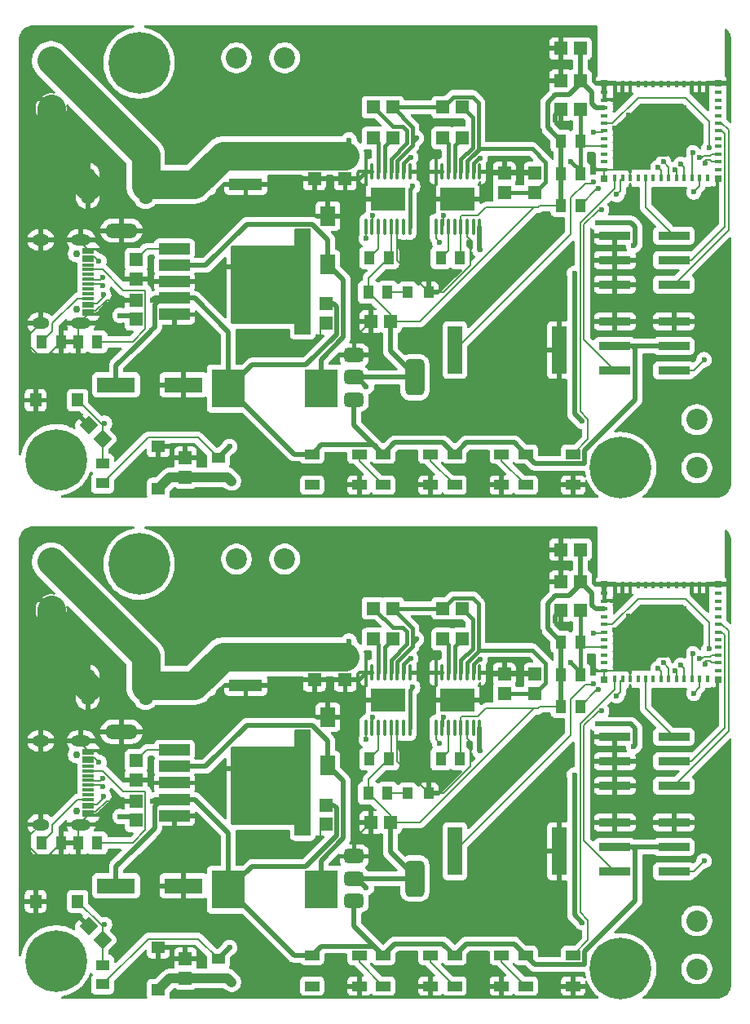
<source format=gbr>
%TF.GenerationSoftware,KiCad,Pcbnew,9.0.2*%
%TF.CreationDate,2025-11-24T12:35:19-05:00*%
%TF.ProjectId,carkit PANEL,6361726b-6974-4205-9041-4e454c2e6b69,rev?*%
%TF.SameCoordinates,Original*%
%TF.FileFunction,Copper,L1,Top*%
%TF.FilePolarity,Positive*%
%FSLAX46Y46*%
G04 Gerber Fmt 4.6, Leading zero omitted, Abs format (unit mm)*
G04 Created by KiCad (PCBNEW 9.0.2) date 2025-11-24 12:35:19*
%MOMM*%
%LPD*%
G01*
G04 APERTURE LIST*
G04 Aperture macros list*
%AMRoundRect*
0 Rectangle with rounded corners*
0 $1 Rounding radius*
0 $2 $3 $4 $5 $6 $7 $8 $9 X,Y pos of 4 corners*
0 Add a 4 corners polygon primitive as box body*
4,1,4,$2,$3,$4,$5,$6,$7,$8,$9,$2,$3,0*
0 Add four circle primitives for the rounded corners*
1,1,$1+$1,$2,$3*
1,1,$1+$1,$4,$5*
1,1,$1+$1,$6,$7*
1,1,$1+$1,$8,$9*
0 Add four rect primitives between the rounded corners*
20,1,$1+$1,$2,$3,$4,$5,0*
20,1,$1+$1,$4,$5,$6,$7,0*
20,1,$1+$1,$6,$7,$8,$9,0*
20,1,$1+$1,$8,$9,$2,$3,0*%
%AMRotRect*
0 Rectangle, with rotation*
0 The origin of the aperture is its center*
0 $1 length*
0 $2 width*
0 $3 Rotation angle, in degrees counterclockwise*
0 Add horizontal line*
21,1,$1,$2,0,0,$3*%
%AMFreePoly0*
4,1,21,4.105355,5.815355,4.120000,5.780000,4.120000,-5.140000,4.105355,-5.175355,4.070000,-5.190000,2.540000,-5.190000,2.504645,-5.175355,2.490000,-5.140000,2.490000,-4.050000,-4.060000,-4.050000,-4.095355,-4.035355,-4.110000,-4.000000,-4.110000,4.000000,-4.095355,4.035355,-4.060000,4.050000,2.490000,4.050000,2.490000,5.780000,2.504645,5.815355,2.540000,5.830000,4.070000,5.830000,
4.105355,5.815355,4.105355,5.815355,$1*%
%AMFreePoly1*
4,1,6,0.725000,-0.725000,-0.725000,-0.725000,-0.725000,0.125000,-0.125000,0.725000,0.725000,0.725000,0.725000,-0.725000,0.725000,-0.725000,$1*%
G04 Aperture macros list end*
%TA.AperFunction,SMDPad,CuDef*%
%ADD10R,1.350000X1.410000*%
%TD*%
%TA.AperFunction,SMDPad,CuDef*%
%ADD11RotRect,1.410000X1.350000X135.000000*%
%TD*%
%TA.AperFunction,SMDPad,CuDef*%
%ADD12R,1.410000X1.350000*%
%TD*%
%TA.AperFunction,SMDPad,CuDef*%
%ADD13FreePoly0,0.000000*%
%TD*%
%TA.AperFunction,SMDPad,CuDef*%
%ADD14R,3.200000X1.150000*%
%TD*%
%TA.AperFunction,SMDPad,CuDef*%
%ADD15R,3.500000X4.000000*%
%TD*%
%TA.AperFunction,SMDPad,CuDef*%
%ADD16R,3.550000X2.460000*%
%TD*%
%TA.AperFunction,SMDPad,CuDef*%
%ADD17O,0.340000X1.750000*%
%TD*%
%TA.AperFunction,ComponentPad*%
%ADD18C,0.610000*%
%TD*%
%TA.AperFunction,SMDPad,CuDef*%
%ADD19R,3.500000X1.200000*%
%TD*%
%TA.AperFunction,ComponentPad*%
%ADD20O,3.400000X1.500000*%
%TD*%
%TA.AperFunction,ComponentPad*%
%ADD21O,1.500000X3.800000*%
%TD*%
%TA.AperFunction,SMDPad,CuDef*%
%ADD22RoundRect,0.375000X-0.625000X-0.375000X0.625000X-0.375000X0.625000X0.375000X-0.625000X0.375000X0*%
%TD*%
%TA.AperFunction,SMDPad,CuDef*%
%ADD23RoundRect,0.500000X-0.500000X-1.400000X0.500000X-1.400000X0.500000X1.400000X-0.500000X1.400000X0*%
%TD*%
%TA.AperFunction,SMDPad,CuDef*%
%ADD24R,1.540000X2.060000*%
%TD*%
%TA.AperFunction,SMDPad,CuDef*%
%ADD25R,1.360000X1.230000*%
%TD*%
%TA.AperFunction,SMDPad,CuDef*%
%ADD26R,1.500000X1.000000*%
%TD*%
%TA.AperFunction,ComponentPad*%
%ADD27C,0.800000*%
%TD*%
%TA.AperFunction,ComponentPad*%
%ADD28C,6.400000*%
%TD*%
%TA.AperFunction,SMDPad,CuDef*%
%ADD29R,1.500000X5.000000*%
%TD*%
%TA.AperFunction,SMDPad,CuDef*%
%ADD30R,1.130000X1.380000*%
%TD*%
%TA.AperFunction,SMDPad,CuDef*%
%ADD31R,1.230000X1.360000*%
%TD*%
%TA.AperFunction,SMDPad,CuDef*%
%ADD32R,4.000000X1.600000*%
%TD*%
%TA.AperFunction,ComponentPad*%
%ADD33C,2.200000*%
%TD*%
%TA.AperFunction,SMDPad,CuDef*%
%ADD34R,1.380000X1.130000*%
%TD*%
%TA.AperFunction,SMDPad,CuDef*%
%ADD35R,3.300000X0.850000*%
%TD*%
%TA.AperFunction,SMDPad,CuDef*%
%ADD36R,1.000000X1.250000*%
%TD*%
%TA.AperFunction,SMDPad,CuDef*%
%ADD37R,0.700000X0.700000*%
%TD*%
%TA.AperFunction,SMDPad,CuDef*%
%ADD38R,1.450000X1.450000*%
%TD*%
%TA.AperFunction,SMDPad,CuDef*%
%ADD39FreePoly1,0.000000*%
%TD*%
%TA.AperFunction,SMDPad,CuDef*%
%ADD40R,0.400000X0.800000*%
%TD*%
%TA.AperFunction,SMDPad,CuDef*%
%ADD41R,0.800000X0.400000*%
%TD*%
%TA.AperFunction,ComponentPad*%
%ADD42O,1.800000X1.200000*%
%TD*%
%TA.AperFunction,ComponentPad*%
%ADD43O,2.000000X1.200000*%
%TD*%
%TA.AperFunction,SMDPad,CuDef*%
%ADD44R,1.300000X0.300000*%
%TD*%
%TA.AperFunction,ComponentPad*%
%ADD45C,0.750000*%
%TD*%
%TA.AperFunction,ViaPad*%
%ADD46C,0.600000*%
%TD*%
%TA.AperFunction,Conductor*%
%ADD47C,0.200000*%
%TD*%
%TA.AperFunction,Conductor*%
%ADD48C,0.400000*%
%TD*%
%TA.AperFunction,Conductor*%
%ADD49C,0.500000*%
%TD*%
%TA.AperFunction,Conductor*%
%ADD50C,3.000000*%
%TD*%
%TA.AperFunction,Conductor*%
%ADD51C,1.000000*%
%TD*%
G04 APERTURE END LIST*
D10*
%TO.P,C23,2*%
%TO.N,GND*%
X96941250Y-61158750D03*
%TO.P,C23,1*%
%TO.N,VCC_5V*%
X96941250Y-59158750D03*
%TD*%
D11*
%TO.P,C25,2*%
%TO.N,GND*%
X72327038Y-71744538D03*
%TO.P,C25,1*%
%TO.N,GPIO 9*%
X73741250Y-73158750D03*
%TD*%
D12*
%TO.P,C27,2*%
%TO.N,ESP_3V3*%
X123341250Y-32663750D03*
%TO.P,C27,1*%
%TO.N,GND*%
X121341250Y-32663750D03*
%TD*%
D13*
%TO.P,U7,6,GND*%
%TO.N,GND*%
X91221250Y-57188750D03*
D14*
%TO.P,U7,5,~{ON}/OFF*%
X81201250Y-60268750D03*
%TO.P,U7,4,FB*%
%TO.N,VCC_5V*%
X81201250Y-58568750D03*
%TO.P,U7,3,GND*%
%TO.N,GND*%
X81201250Y-56868750D03*
%TO.P,U7,2,OUTPUT*%
%TO.N,Net-(D1-K)*%
X81201250Y-55168750D03*
%TO.P,U7,1,VIN*%
%TO.N,Net-(U2-VIN)*%
X81201250Y-53468750D03*
%TD*%
D15*
%TO.P,L2,2,2*%
%TO.N,VCC_5V*%
X86821250Y-67958750D03*
%TO.P,L2,1,1*%
%TO.N,Net-(D1-K)*%
X96421250Y-67958750D03*
%TD*%
D16*
%TO.P,U10,17,EP*%
%TO.N,GND*%
X110621250Y-48288750D03*
D17*
%TO.P,U10,16,PMODE*%
X108341250Y-45418750D03*
%TO.P,U10,15,GND*%
X108991250Y-45418750D03*
%TO.P,U10,14,CPL*%
%TO.N,Net-(U5-CPL)*%
X109641250Y-45418750D03*
%TO.P,U10,13,CPH*%
%TO.N,Net-(U5-CPH)*%
X110301250Y-45418750D03*
%TO.P,U10,12,VCP*%
%TO.N,Net-(U5-VCP)*%
X110951250Y-45418750D03*
%TO.P,U10,11,VM*%
%TO.N,+BATT*%
X111601250Y-45418750D03*
%TO.P,U10,10,OUT2*%
%TO.N,M2-*%
X112251250Y-45418750D03*
%TO.P,U10,9,PGND*%
%TO.N,GND*%
X112901250Y-45418750D03*
%TO.P,U10,8,OUT1*%
%TO.N,M2+*%
X112901250Y-51158750D03*
%TO.P,U10,7,IMODE*%
%TO.N,unconnected-(U5-IMODE-Pad7)*%
X112251250Y-51158750D03*
%TO.P,U10,6,IPROPI*%
%TO.N,GND*%
X111601250Y-51158750D03*
%TO.P,U10,5,VREF*%
%TO.N,ESP_3V3*%
X110951250Y-51158750D03*
%TO.P,U10,4,nFAULT*%
%TO.N,unconnected-(U5-nFAULT-Pad4)*%
X110301250Y-51158750D03*
%TO.P,U10,3,nSLEEP*%
%TO.N,Net-(U5-nSLEEP)*%
X109641250Y-51158750D03*
%TO.P,U10,2,PH/IN2*%
%TO.N,M2_IN2*%
X108991250Y-51158750D03*
%TO.P,U10,1,EN/IN1*%
%TO.N,M2_IN1*%
X108341250Y-51158750D03*
D18*
%TO.P,U10,*%
%TO.N,*%
X111121250Y-48788750D03*
X111121250Y-47788750D03*
X110121250Y-48788750D03*
X110121250Y-47788750D03*
%TD*%
D10*
%TO.P,C21,2*%
%TO.N,Net-(U2-VIN)*%
X77221250Y-54558750D03*
%TO.P,C21,1*%
%TO.N,GND*%
X77221250Y-56558750D03*
%TD*%
D16*
%TO.P,U9,17,EP*%
%TO.N,GND*%
X103366250Y-48288750D03*
D17*
%TO.P,U9,16,PMODE*%
X101086250Y-45418750D03*
%TO.P,U9,15,GND*%
X101736250Y-45418750D03*
%TO.P,U9,14,CPL*%
%TO.N,Net-(U4-CPL)*%
X102386250Y-45418750D03*
%TO.P,U9,13,CPH*%
%TO.N,Net-(U4-CPH)*%
X103046250Y-45418750D03*
%TO.P,U9,12,VCP*%
%TO.N,Net-(U4-VCP)*%
X103696250Y-45418750D03*
%TO.P,U9,11,VM*%
%TO.N,+BATT*%
X104346250Y-45418750D03*
%TO.P,U9,10,OUT2*%
%TO.N,M1-*%
X104996250Y-45418750D03*
%TO.P,U9,9,PGND*%
%TO.N,GND*%
X105646250Y-45418750D03*
%TO.P,U9,8,OUT1*%
%TO.N,M1+*%
X105646250Y-51158750D03*
%TO.P,U9,7,IMODE*%
%TO.N,unconnected-(U4-IMODE-Pad7)*%
X104996250Y-51158750D03*
%TO.P,U9,6,IPROPI*%
%TO.N,GND*%
X104346250Y-51158750D03*
%TO.P,U9,5,VREF*%
%TO.N,ESP_3V3*%
X103696250Y-51158750D03*
%TO.P,U9,4,nFAULT*%
%TO.N,unconnected-(U4-nFAULT-Pad4)*%
X103046250Y-51158750D03*
%TO.P,U9,3,nSLEEP*%
%TO.N,Net-(U4-nSLEEP)*%
X102386250Y-51158750D03*
%TO.P,U9,2,PH/IN2*%
%TO.N,M1_IN2*%
X101736250Y-51158750D03*
%TO.P,U9,1,EN/IN1*%
%TO.N,M1_IN1*%
X101086250Y-51158750D03*
D18*
%TO.P,U9,*%
%TO.N,*%
X103866250Y-48788750D03*
X103866250Y-47788750D03*
X102866250Y-48788750D03*
X102866250Y-47788750D03*
%TD*%
D19*
%TO.P,C20,2,2*%
%TO.N,GND*%
X88611250Y-46758750D03*
%TO.P,C20,1,1*%
%TO.N,+BATT*%
X83271250Y-46758750D03*
%TD*%
D12*
%TO.P,C29,2*%
%TO.N,GND*%
X121341250Y-38958750D03*
%TO.P,C29,1*%
%TO.N,CHIP_PU*%
X123341250Y-38958750D03*
%TD*%
D20*
%TO.P,J7,MP,MountPin*%
%TO.N,GND*%
X75701250Y-51568750D03*
D21*
%TO.P,J7,2*%
X72201250Y-46908750D03*
%TO.P,J7,1*%
%TO.N,+BATT*%
X78201250Y-46908750D03*
%TD*%
D22*
%TO.P,U8,3,VI*%
%TO.N,VCC_5V*%
X99871250Y-69088750D03*
D23*
%TO.P,U8,2,VO*%
%TO.N,ESP_3V3*%
X106171250Y-66788750D03*
D22*
X99871250Y-66788750D03*
%TO.P,U8,1,GND*%
%TO.N,GND*%
X99871250Y-64488750D03*
%TD*%
D24*
%TO.P,D7,2,K*%
%TO.N,Net-(D1-K)*%
X97141250Y-55058750D03*
%TO.P,D7,1,A*%
%TO.N,GND*%
X97141250Y-50058750D03*
%TD*%
D25*
%TO.P,SW4,2,2*%
%TO.N,GND*%
X79541250Y-73958750D03*
%TO.P,SW4,1,1*%
%TO.N,CHIP_PU*%
X79541250Y-78318750D03*
%TD*%
D12*
%TO.P,C35,2*%
%TO.N,Net-(U5-VCP)*%
X111066250Y-38758750D03*
%TO.P,C35,1*%
%TO.N,+BATT*%
X109066250Y-38758750D03*
%TD*%
D26*
%TO.P,D11,4,DOUT*%
%TO.N,Net-(D5-DOUT)*%
X102891250Y-77958750D03*
%TO.P,D11,3,VDD*%
%TO.N,VCC_5V*%
X102891250Y-74758750D03*
%TO.P,D11,2,DIN*%
%TO.N,Net-(D4-DOUT)*%
X107791250Y-74758750D03*
%TO.P,D11,1,VSS*%
%TO.N,GND*%
X107791250Y-77958750D03*
%TD*%
D10*
%TO.P,C26,2*%
%TO.N,GND*%
X82341250Y-75138750D03*
%TO.P,C26,1*%
%TO.N,CHIP_PU*%
X82341250Y-77138750D03*
%TD*%
D27*
%TO.P,H4,1*%
%TO.N,N/C*%
X71341250Y-75358750D03*
X70638306Y-77055806D03*
X70638306Y-73661694D03*
X68941250Y-77758750D03*
D28*
X68941250Y-75358750D03*
D27*
X68941250Y-72958750D03*
X67244194Y-77055806D03*
X67244194Y-73661694D03*
X66541250Y-75358750D03*
%TD*%
D29*
%TO.P,BUZZER2,2,2*%
%TO.N,GND*%
X121141250Y-63958750D03*
%TO.P,BUZZER2,1,+*%
%TO.N,BUZZER_DATA*%
X110341250Y-63958750D03*
%TD*%
D30*
%TO.P,R19,2*%
%TO.N,ESP_3V3*%
X103466250Y-54388750D03*
%TO.P,R19,1*%
%TO.N,Net-(U4-nSLEEP)*%
X101466250Y-54388750D03*
%TD*%
D12*
%TO.P,C28,2*%
%TO.N,ESP_3V3*%
X123341250Y-36013750D03*
%TO.P,C28,1*%
%TO.N,GND*%
X121341250Y-36013750D03*
%TD*%
%TO.P,C34,2*%
%TO.N,Net-(U5-CPL)*%
X109066250Y-41958750D03*
%TO.P,C34,1*%
%TO.N,Net-(U5-CPH)*%
X111066250Y-41958750D03*
%TD*%
D31*
%TO.P,SW3,2,2*%
%TO.N,GND*%
X66781250Y-69158750D03*
%TO.P,SW3,1,1*%
%TO.N,GPIO 9*%
X71141250Y-69158750D03*
%TD*%
D32*
%TO.P,C38,2,2*%
%TO.N,GND*%
X82141250Y-67558750D03*
%TO.P,C38,1,1*%
%TO.N,VCC_5V*%
X75141250Y-67558750D03*
%TD*%
D30*
%TO.P,R11,2*%
%TO.N,CHIP_PU*%
X123341250Y-42263750D03*
%TO.P,R11,1*%
%TO.N,ESP_3V3*%
X121341250Y-42263750D03*
%TD*%
%TO.P,R13,2*%
%TO.N,Net-(P1-VCONN)*%
X67401250Y-63108750D03*
%TO.P,R13,1*%
%TO.N,GND*%
X69401250Y-63108750D03*
%TD*%
D12*
%TO.P,C30,2*%
%TO.N,Net-(U4-CPL)*%
X101866250Y-41958750D03*
%TO.P,C30,1*%
%TO.N,Net-(U4-CPH)*%
X103866250Y-41958750D03*
%TD*%
D10*
%TO.P,C22,2*%
%TO.N,GND*%
X77221250Y-58758750D03*
%TO.P,C22,1*%
%TO.N,VCC_5V*%
X77221250Y-60758750D03*
%TD*%
D27*
%TO.P,H5,1*%
%TO.N,N/C*%
X79941250Y-34158750D03*
X79238306Y-35855806D03*
X79238306Y-32461694D03*
X77541250Y-36558750D03*
D28*
X77541250Y-34158750D03*
D27*
X77541250Y-31758750D03*
X75844194Y-35855806D03*
X75844194Y-32461694D03*
X75141250Y-34158750D03*
%TD*%
%TO.P,H6,1*%
%TO.N,N/C*%
X129941250Y-76158750D03*
X129238306Y-77855806D03*
X129238306Y-74461694D03*
X127541250Y-78558750D03*
D28*
X127541250Y-76158750D03*
D27*
X127541250Y-73758750D03*
X125844194Y-77855806D03*
X125844194Y-74461694D03*
X125141250Y-76158750D03*
%TD*%
D33*
%TO.P,J8,2,Pin_2*%
%TO.N,GND*%
X68401250Y-38908750D03*
%TO.P,J8,1,Pin_1*%
%TO.N,+BATT*%
X68401250Y-33908750D03*
%TD*%
D30*
%TO.P,R14,2*%
%TO.N,GND*%
X71201250Y-63108750D03*
%TO.P,R14,1*%
%TO.N,Net-(P1-CC)*%
X73201250Y-63108750D03*
%TD*%
D12*
%TO.P,C31,2*%
%TO.N,Net-(U4-VCP)*%
X101866250Y-38758750D03*
%TO.P,C31,1*%
%TO.N,+BATT*%
X103866250Y-38758750D03*
%TD*%
%TO.P,C24,2*%
%TO.N,GND*%
X101621250Y-60988750D03*
%TO.P,C24,1*%
%TO.N,ESP_3V3*%
X103621250Y-60988750D03*
%TD*%
D26*
%TO.P,D10,4,DOUT*%
%TO.N,Net-(D4-DOUT)*%
X110291250Y-77958750D03*
%TO.P,D10,3,VDD*%
%TO.N,VCC_5V*%
X110291250Y-74758750D03*
%TO.P,D10,2,DIN*%
%TO.N,Net-(D2-DOUT)*%
X115191250Y-74758750D03*
%TO.P,D10,1,VSS*%
%TO.N,GND*%
X115191250Y-77958750D03*
%TD*%
D34*
%TO.P,R15,2*%
%TO.N,GPIO 9*%
X73741250Y-75758750D03*
%TO.P,R15,1*%
%TO.N,ESP_3V3*%
X73741250Y-77758750D03*
%TD*%
D33*
%TO.P,J12,2,Pin_2*%
%TO.N,M2-*%
X135458750Y-71181250D03*
%TO.P,J12,1,Pin_1*%
%TO.N,M2+*%
X135458750Y-76181250D03*
%TD*%
D34*
%TO.P,R16,2*%
%TO.N,CHIP_PU*%
X85741250Y-77138750D03*
%TO.P,R16,1*%
%TO.N,ESP_3V3*%
X85741250Y-75138750D03*
%TD*%
D30*
%TO.P,R12,2*%
%TO.N,CHIP_PU*%
X123341250Y-45663750D03*
%TO.P,R12,1*%
%TO.N,ESP_3V3*%
X121341250Y-45663750D03*
%TD*%
D35*
%TO.P,J9,6,Pin_6*%
%TO.N,GND*%
X126941250Y-60988750D03*
%TO.P,J9,5,Pin_5*%
X133081250Y-60988750D03*
%TO.P,J9,4,Pin_4*%
%TO.N,VCC_5V*%
X126941250Y-63528750D03*
%TO.P,J9,3,Pin_3*%
X133081250Y-63528750D03*
%TO.P,J9,2,Pin_2*%
%TO.N,BLDC_PWM*%
X126941250Y-66068750D03*
%TO.P,J9,1,Pin_1*%
%TO.N,SERVO_PWM*%
X133081250Y-66068750D03*
%TD*%
D10*
%TO.P,C33,2*%
%TO.N,+BATT*%
X95741250Y-44188750D03*
%TO.P,C33,1*%
%TO.N,GND*%
X95741250Y-46188750D03*
%TD*%
%TO.P,C36,2*%
%TO.N,+BATT*%
X115466250Y-47588750D03*
%TO.P,C36,1*%
%TO.N,GND*%
X115466250Y-45588750D03*
%TD*%
D26*
%TO.P,D8,4,DOUT*%
%TO.N,Net-(D2-DOUT)*%
X117691250Y-77958750D03*
%TO.P,D8,3,VDD*%
%TO.N,VCC_5V*%
X117691250Y-74758750D03*
%TO.P,D8,2,DIN*%
%TO.N,LED_DATA*%
X122591250Y-74758750D03*
%TO.P,D8,1,VSS*%
%TO.N,GND*%
X122591250Y-77958750D03*
%TD*%
D35*
%TO.P,J10,6,Pin_6*%
%TO.N,GND*%
X126941250Y-52078750D03*
%TO.P,J10,5,Pin_5*%
%TO.N,GPIO 10*%
X133081250Y-52078750D03*
%TO.P,J10,4,Pin_4*%
%TO.N,GND*%
X126941250Y-54618750D03*
%TO.P,J10,3,Pin_3*%
%TO.N,GPIO 20*%
X133081250Y-54618750D03*
%TO.P,J10,2,Pin_2*%
%TO.N,GND*%
X126941250Y-57158750D03*
%TO.P,J10,1,Pin_1*%
%TO.N,GPIO 21*%
X133081250Y-57158750D03*
%TD*%
D30*
%TO.P,R18,2*%
%TO.N,GPIO 8*%
X123341250Y-48958750D03*
%TO.P,R18,1*%
%TO.N,ESP_3V3*%
X121341250Y-48958750D03*
%TD*%
D36*
%TO.P,D9,2,A*%
%TO.N,Net-(D3-A)*%
X105441250Y-57958750D03*
%TO.P,D9,1,K*%
%TO.N,GND*%
X107641250Y-57958750D03*
%TD*%
D30*
%TO.P,R20,2*%
%TO.N,ESP_3V3*%
X110866250Y-54388750D03*
%TO.P,R20,1*%
%TO.N,Net-(U5-nSLEEP)*%
X108866250Y-54388750D03*
%TD*%
D10*
%TO.P,C37,2*%
%TO.N,+BATT*%
X118666250Y-47588750D03*
%TO.P,C37,1*%
%TO.N,GND*%
X118666250Y-45588750D03*
%TD*%
D37*
%TO.P,U6,53,GND*%
%TO.N,GND*%
X125791250Y-36263750D03*
%TO.P,U6,52,GND*%
X125791250Y-46163750D03*
%TO.P,U6,51,GND*%
X137691250Y-46163750D03*
%TO.P,U6,50,GND*%
X137691250Y-36263750D03*
D38*
%TO.P,U6,49,GND*%
X133716250Y-43188750D03*
X133716250Y-41213750D03*
X133716250Y-39238750D03*
X131741250Y-43188750D03*
X131741250Y-41213750D03*
X131741250Y-39238750D03*
X129766250Y-43188750D03*
X129766250Y-41213750D03*
D39*
X129766250Y-39238750D03*
D40*
%TO.P,U6,48,GND*%
X126941250Y-36313750D03*
%TO.P,U6,47,GND*%
X127741250Y-36313750D03*
%TO.P,U6,46,GND*%
X128541250Y-36313750D03*
%TO.P,U6,45,GND*%
X129341250Y-36313750D03*
%TO.P,U6,44,GND*%
X130141250Y-36313750D03*
%TO.P,U6,43,GND*%
X130941250Y-36313750D03*
%TO.P,U6,42,GND*%
X131741250Y-36313750D03*
%TO.P,U6,41,GND*%
X132541250Y-36313750D03*
%TO.P,U6,40,GND*%
X133341250Y-36313750D03*
%TO.P,U6,39,GND*%
X134141250Y-36313750D03*
%TO.P,U6,38,GND*%
X134941250Y-36313750D03*
%TO.P,U6,37,GND*%
X135741250Y-36313750D03*
%TO.P,U6,36,GND*%
X136541250Y-36313750D03*
D41*
%TO.P,U6,35,NC*%
%TO.N,unconnected-(U1-NC-Pad35)*%
X137641250Y-37213750D03*
%TO.P,U6,34,NC*%
%TO.N,unconnected-(U1-NC-Pad34)*%
X137641250Y-38013750D03*
%TO.P,U6,33,NC*%
%TO.N,unconnected-(U1-NC-Pad33)*%
X137641250Y-38813750D03*
%TO.P,U6,32,NC*%
%TO.N,unconnected-(U1-NC-Pad32)*%
X137641250Y-39613750D03*
%TO.P,U6,31,GPIO21/U0TXD*%
%TO.N,GPIO 21*%
X137641250Y-40413750D03*
%TO.P,U6,30,GPIO20/U0RXD*%
%TO.N,GPIO 20*%
X137641250Y-41213750D03*
%TO.P,U6,29,NC*%
%TO.N,unconnected-(U1-NC-Pad29)*%
X137641250Y-42013750D03*
%TO.P,U6,28,NC*%
%TO.N,unconnected-(U1-NC-Pad28)*%
X137641250Y-42813750D03*
%TO.P,U6,27,GPIO19/USB_D+*%
%TO.N,D+*%
X137641250Y-43613750D03*
%TO.P,U6,26,GPIO18/USB_D-*%
%TO.N,D-*%
X137641250Y-44413750D03*
%TO.P,U6,25,NC*%
%TO.N,unconnected-(U1-NC-Pad25)*%
X137641250Y-45213750D03*
D40*
%TO.P,U6,24,NC*%
%TO.N,unconnected-(U1-NC-Pad24)*%
X136541250Y-46113750D03*
%TO.P,U6,23,GPIO9*%
%TO.N,GPIO 9*%
X135741250Y-46113750D03*
%TO.P,U6,22,GPIO8*%
%TO.N,GPIO 8*%
X134941250Y-46113750D03*
%TO.P,U6,21,GPIO7*%
%TO.N,M2_IN2*%
X134141250Y-46113750D03*
%TO.P,U6,20,GPIO6*%
%TO.N,M2_IN1*%
X133341250Y-46113750D03*
%TO.P,U6,19,GPIO5/ADC2_CH0*%
%TO.N,M1_IN2*%
X132541250Y-46113750D03*
%TO.P,U6,18,GPIO4/ADC1_CH4*%
%TO.N,M1_IN1*%
X131741250Y-46113750D03*
%TO.P,U6,17,NC*%
%TO.N,unconnected-(U1-NC-Pad17)*%
X130941250Y-46113750D03*
%TO.P,U6,16,GPIO10*%
%TO.N,GPIO 10*%
X130141250Y-46113750D03*
%TO.P,U6,15,NC*%
%TO.N,unconnected-(U1-NC-Pad15)*%
X129341250Y-46113750D03*
%TO.P,U6,14,GND*%
%TO.N,GND*%
X128541250Y-46113750D03*
%TO.P,U6,13,GPIO1/ADC1_CH1/XTAL_32K_N*%
%TO.N,BUZZER_DATA*%
X127741250Y-46113750D03*
%TO.P,U6,12,GPIO0/ADC1_CH0/XTAL_32K_P*%
%TO.N,LED_DATA*%
X126941250Y-46113750D03*
D41*
%TO.P,U6,11,GND*%
%TO.N,GND*%
X125841250Y-45213750D03*
%TO.P,U6,10,NC*%
%TO.N,unconnected-(U1-NC-Pad10)*%
X125841250Y-44413750D03*
%TO.P,U6,9,NC*%
%TO.N,unconnected-(U1-NC-Pad9)*%
X125841250Y-43613750D03*
%TO.P,U6,8,EN/CHIP_PU*%
%TO.N,CHIP_PU*%
X125841250Y-42813750D03*
%TO.P,U6,7,NC*%
%TO.N,unconnected-(U1-NC-Pad7)*%
X125841250Y-42013750D03*
%TO.P,U6,6,GPIO3/ADC1_CH3*%
%TO.N,BLDC_PWM*%
X125841250Y-41213750D03*
%TO.P,U6,5,GPIO2/ADC1_CH2*%
%TO.N,SERVO_PWM*%
X125841250Y-40413750D03*
%TO.P,U6,4,NC*%
%TO.N,unconnected-(U1-NC-Pad4)*%
X125841250Y-39613750D03*
%TO.P,U6,3,3V3*%
%TO.N,ESP_3V3*%
X125841250Y-38813750D03*
%TO.P,U6,2,GND*%
%TO.N,GND*%
X125841250Y-38013750D03*
%TO.P,U6,1,GND*%
X125841250Y-37213750D03*
%TD*%
D42*
%TO.P,P2,S1,SHIELD*%
%TO.N,GND*%
X67323750Y-61188750D03*
D43*
X71503750Y-61188750D03*
D42*
X67323750Y-52528750D03*
D43*
X71503750Y-52528750D03*
D44*
%TO.P,P2,B12,GND*%
X72263750Y-53808750D03*
%TO.P,P2,B9,VBUS*%
%TO.N,VCC_5V*%
X72263750Y-54608750D03*
%TO.P,P2,B8,SBU2*%
%TO.N,unconnected-(P1-SBU2-PadB8)*%
X72263750Y-55108750D03*
%TO.P,P2,B7*%
%TO.N,N/C*%
X72263750Y-56108750D03*
%TO.P,P2,B6*%
X72263750Y-57608750D03*
%TO.P,P2,B5,VCONN*%
%TO.N,Net-(P1-VCONN)*%
X72263750Y-58608750D03*
%TO.P,P2,B4,VBUS*%
%TO.N,VCC_5V*%
X72263750Y-59108750D03*
%TO.P,P2,B1,GND*%
%TO.N,GND*%
X72263750Y-59908750D03*
%TO.P,P2,A12,GND*%
X72263750Y-60208750D03*
%TO.P,P2,A9,VBUS*%
%TO.N,VCC_5V*%
X72263750Y-59408750D03*
%TO.P,P2,A8,SBU1*%
%TO.N,unconnected-(P1-SBU1-PadA8)*%
X72263750Y-58108750D03*
%TO.P,P2,A7,D-*%
%TO.N,D-*%
X72263750Y-57108750D03*
%TO.P,P2,A6,D+*%
%TO.N,D+*%
X72263750Y-56608750D03*
%TO.P,P2,A5,CC*%
%TO.N,Net-(P1-CC)*%
X72263750Y-55608750D03*
%TO.P,P2,A4,VBUS*%
%TO.N,VCC_5V*%
X72263750Y-54308750D03*
%TO.P,P2,A1,GND*%
%TO.N,GND*%
X72263750Y-53508750D03*
D45*
%TO.P,P2,*%
%TO.N,*%
X71003750Y-59758750D03*
X71003750Y-53958750D03*
%TD*%
D30*
%TO.P,R17,2*%
%TO.N,Net-(D3-A)*%
X103341250Y-57958750D03*
%TO.P,R17,1*%
%TO.N,ESP_3V3*%
X101341250Y-57958750D03*
%TD*%
D26*
%TO.P,D12,4,DOUT*%
%TO.N,unconnected-(D6-DOUT-Pad4)*%
X95491250Y-77958750D03*
%TO.P,D12,3,VDD*%
%TO.N,VCC_5V*%
X95491250Y-74758750D03*
%TO.P,D12,2,DIN*%
%TO.N,Net-(D5-DOUT)*%
X100391250Y-74758750D03*
%TO.P,D12,1,VSS*%
%TO.N,GND*%
X100391250Y-77958750D03*
%TD*%
D10*
%TO.P,C32,2*%
%TO.N,+BATT*%
X98941250Y-44188750D03*
%TO.P,C32,1*%
%TO.N,GND*%
X98941250Y-46188750D03*
%TD*%
D33*
%TO.P,J11,2,Pin_2*%
%TO.N,M1-*%
X87641250Y-33641250D03*
%TO.P,J11,1,Pin_1*%
%TO.N,M1+*%
X92641250Y-33641250D03*
%TD*%
D10*
%TO.P,C4,2*%
%TO.N,GND*%
X96941250Y-113158750D03*
%TO.P,C4,1*%
%TO.N,VCC_5V*%
X96941250Y-111158750D03*
%TD*%
D11*
%TO.P,C6,2*%
%TO.N,GND*%
X72327038Y-123744538D03*
%TO.P,C6,1*%
%TO.N,GPIO 9*%
X73741250Y-125158750D03*
%TD*%
D12*
%TO.P,C8,2*%
%TO.N,ESP_3V3*%
X123341250Y-84663750D03*
%TO.P,C8,1*%
%TO.N,GND*%
X121341250Y-84663750D03*
%TD*%
D13*
%TO.P,U2,6,GND*%
%TO.N,GND*%
X91221250Y-109188750D03*
D14*
%TO.P,U2,5,~{ON}/OFF*%
X81201250Y-112268750D03*
%TO.P,U2,4,FB*%
%TO.N,VCC_5V*%
X81201250Y-110568750D03*
%TO.P,U2,3,GND*%
%TO.N,GND*%
X81201250Y-108868750D03*
%TO.P,U2,2,OUTPUT*%
%TO.N,Net-(D1-K)*%
X81201250Y-107168750D03*
%TO.P,U2,1,VIN*%
%TO.N,Net-(U2-VIN)*%
X81201250Y-105468750D03*
%TD*%
D15*
%TO.P,L1,2,2*%
%TO.N,VCC_5V*%
X86821250Y-119958750D03*
%TO.P,L1,1,1*%
%TO.N,Net-(D1-K)*%
X96421250Y-119958750D03*
%TD*%
D20*
%TO.P,J1,MP,MountPin*%
%TO.N,GND*%
X75701250Y-103568750D03*
D21*
%TO.P,J1,2*%
X72201250Y-98908750D03*
%TO.P,J1,1*%
%TO.N,+BATT*%
X78201250Y-98908750D03*
%TD*%
D22*
%TO.P,U3,3,VI*%
%TO.N,VCC_5V*%
X99871250Y-121088750D03*
D23*
%TO.P,U3,2,VO*%
%TO.N,ESP_3V3*%
X106171250Y-118788750D03*
D22*
X99871250Y-118788750D03*
%TO.P,U3,1,GND*%
%TO.N,GND*%
X99871250Y-116488750D03*
%TD*%
D24*
%TO.P,D1,2,K*%
%TO.N,Net-(D1-K)*%
X97141250Y-107058750D03*
%TO.P,D1,1,A*%
%TO.N,GND*%
X97141250Y-102058750D03*
%TD*%
D25*
%TO.P,SW2,2,2*%
%TO.N,GND*%
X79541250Y-125958750D03*
%TO.P,SW2,1,1*%
%TO.N,CHIP_PU*%
X79541250Y-130318750D03*
%TD*%
D10*
%TO.P,C2,2*%
%TO.N,Net-(U2-VIN)*%
X77221250Y-106558750D03*
%TO.P,C2,1*%
%TO.N,GND*%
X77221250Y-108558750D03*
%TD*%
D26*
%TO.P,D5,4,DOUT*%
%TO.N,Net-(D5-DOUT)*%
X102891250Y-129958750D03*
%TO.P,D5,3,VDD*%
%TO.N,VCC_5V*%
X102891250Y-126758750D03*
%TO.P,D5,2,DIN*%
%TO.N,Net-(D4-DOUT)*%
X107791250Y-126758750D03*
%TO.P,D5,1,VSS*%
%TO.N,GND*%
X107791250Y-129958750D03*
%TD*%
D10*
%TO.P,C7,2*%
%TO.N,GND*%
X82341250Y-127138750D03*
%TO.P,C7,1*%
%TO.N,CHIP_PU*%
X82341250Y-129138750D03*
%TD*%
D27*
%TO.P,H1,1*%
%TO.N,N/C*%
X71341250Y-127358750D03*
X70638306Y-129055806D03*
X70638306Y-125661694D03*
X68941250Y-129758750D03*
D28*
X68941250Y-127358750D03*
D27*
X68941250Y-124958750D03*
X67244194Y-129055806D03*
X67244194Y-125661694D03*
X66541250Y-127358750D03*
%TD*%
D29*
%TO.P,BUZZER1,2,2*%
%TO.N,GND*%
X121141250Y-115958750D03*
%TO.P,BUZZER1,1,+*%
%TO.N,BUZZER_DATA*%
X110341250Y-115958750D03*
%TD*%
D12*
%TO.P,C9,2*%
%TO.N,ESP_3V3*%
X123341250Y-88013750D03*
%TO.P,C9,1*%
%TO.N,GND*%
X121341250Y-88013750D03*
%TD*%
%TO.P,C15,2*%
%TO.N,Net-(U5-CPL)*%
X109066250Y-93958750D03*
%TO.P,C15,1*%
%TO.N,Net-(U5-CPH)*%
X111066250Y-93958750D03*
%TD*%
D31*
%TO.P,SW1,2,2*%
%TO.N,GND*%
X66781250Y-121158750D03*
%TO.P,SW1,1,1*%
%TO.N,GPIO 9*%
X71141250Y-121158750D03*
%TD*%
D12*
%TO.P,C16,2*%
%TO.N,Net-(U5-VCP)*%
X111066250Y-90758750D03*
%TO.P,C16,1*%
%TO.N,+BATT*%
X109066250Y-90758750D03*
%TD*%
D32*
%TO.P,C19,2,2*%
%TO.N,GND*%
X82141250Y-119558750D03*
%TO.P,C19,1,1*%
%TO.N,VCC_5V*%
X75141250Y-119558750D03*
%TD*%
D30*
%TO.P,R1,2*%
%TO.N,CHIP_PU*%
X123341250Y-94263750D03*
%TO.P,R1,1*%
%TO.N,ESP_3V3*%
X121341250Y-94263750D03*
%TD*%
%TO.P,R3,2*%
%TO.N,Net-(P1-VCONN)*%
X67401250Y-115108750D03*
%TO.P,R3,1*%
%TO.N,GND*%
X69401250Y-115108750D03*
%TD*%
D12*
%TO.P,C11,2*%
%TO.N,Net-(U4-CPL)*%
X101866250Y-93958750D03*
%TO.P,C11,1*%
%TO.N,Net-(U4-CPH)*%
X103866250Y-93958750D03*
%TD*%
D10*
%TO.P,C3,2*%
%TO.N,GND*%
X77221250Y-110758750D03*
%TO.P,C3,1*%
%TO.N,VCC_5V*%
X77221250Y-112758750D03*
%TD*%
D27*
%TO.P,H2,1*%
%TO.N,N/C*%
X79941250Y-86158750D03*
X79238306Y-87855806D03*
X79238306Y-84461694D03*
X77541250Y-88558750D03*
D28*
X77541250Y-86158750D03*
D27*
X77541250Y-83758750D03*
X75844194Y-87855806D03*
X75844194Y-84461694D03*
X75141250Y-86158750D03*
%TD*%
%TO.P,H3,1*%
%TO.N,N/C*%
X129941250Y-128158750D03*
X129238306Y-129855806D03*
X129238306Y-126461694D03*
X127541250Y-130558750D03*
D28*
X127541250Y-128158750D03*
D27*
X127541250Y-125758750D03*
X125844194Y-129855806D03*
X125844194Y-126461694D03*
X125141250Y-128158750D03*
%TD*%
D33*
%TO.P,J2,2,Pin_2*%
%TO.N,GND*%
X68401250Y-90908750D03*
%TO.P,J2,1,Pin_1*%
%TO.N,+BATT*%
X68401250Y-85908750D03*
%TD*%
D30*
%TO.P,R4,2*%
%TO.N,GND*%
X71201250Y-115108750D03*
%TO.P,R4,1*%
%TO.N,Net-(P1-CC)*%
X73201250Y-115108750D03*
%TD*%
%TO.P,R9,2*%
%TO.N,ESP_3V3*%
X103466250Y-106388750D03*
%TO.P,R9,1*%
%TO.N,Net-(U4-nSLEEP)*%
X101466250Y-106388750D03*
%TD*%
D16*
%TO.P,U5,17,EP*%
%TO.N,GND*%
X110621250Y-100288750D03*
D17*
%TO.P,U5,16,PMODE*%
X108341250Y-97418750D03*
%TO.P,U5,15,GND*%
X108991250Y-97418750D03*
%TO.P,U5,14,CPL*%
%TO.N,Net-(U5-CPL)*%
X109641250Y-97418750D03*
%TO.P,U5,13,CPH*%
%TO.N,Net-(U5-CPH)*%
X110301250Y-97418750D03*
%TO.P,U5,12,VCP*%
%TO.N,Net-(U5-VCP)*%
X110951250Y-97418750D03*
%TO.P,U5,11,VM*%
%TO.N,+BATT*%
X111601250Y-97418750D03*
%TO.P,U5,10,OUT2*%
%TO.N,M2-*%
X112251250Y-97418750D03*
%TO.P,U5,9,PGND*%
%TO.N,GND*%
X112901250Y-97418750D03*
%TO.P,U5,8,OUT1*%
%TO.N,M2+*%
X112901250Y-103158750D03*
%TO.P,U5,7,IMODE*%
%TO.N,unconnected-(U5-IMODE-Pad7)*%
X112251250Y-103158750D03*
%TO.P,U5,6,IPROPI*%
%TO.N,GND*%
X111601250Y-103158750D03*
%TO.P,U5,5,VREF*%
%TO.N,ESP_3V3*%
X110951250Y-103158750D03*
%TO.P,U5,4,nFAULT*%
%TO.N,unconnected-(U5-nFAULT-Pad4)*%
X110301250Y-103158750D03*
%TO.P,U5,3,nSLEEP*%
%TO.N,Net-(U5-nSLEEP)*%
X109641250Y-103158750D03*
%TO.P,U5,2,PH/IN2*%
%TO.N,M2_IN2*%
X108991250Y-103158750D03*
%TO.P,U5,1,EN/IN1*%
%TO.N,M2_IN1*%
X108341250Y-103158750D03*
D18*
%TO.P,U5,*%
%TO.N,*%
X111121250Y-100788750D03*
X111121250Y-99788750D03*
X110121250Y-100788750D03*
X110121250Y-99788750D03*
%TD*%
D12*
%TO.P,C12,2*%
%TO.N,Net-(U4-VCP)*%
X101866250Y-90758750D03*
%TO.P,C12,1*%
%TO.N,+BATT*%
X103866250Y-90758750D03*
%TD*%
%TO.P,C10,2*%
%TO.N,GND*%
X121341250Y-90958750D03*
%TO.P,C10,1*%
%TO.N,CHIP_PU*%
X123341250Y-90958750D03*
%TD*%
%TO.P,C5,2*%
%TO.N,GND*%
X101621250Y-112988750D03*
%TO.P,C5,1*%
%TO.N,ESP_3V3*%
X103621250Y-112988750D03*
%TD*%
D26*
%TO.P,D4,4,DOUT*%
%TO.N,Net-(D4-DOUT)*%
X110291250Y-129958750D03*
%TO.P,D4,3,VDD*%
%TO.N,VCC_5V*%
X110291250Y-126758750D03*
%TO.P,D4,2,DIN*%
%TO.N,Net-(D2-DOUT)*%
X115191250Y-126758750D03*
%TO.P,D4,1,VSS*%
%TO.N,GND*%
X115191250Y-129958750D03*
%TD*%
D34*
%TO.P,R5,2*%
%TO.N,GPIO 9*%
X73741250Y-127758750D03*
%TO.P,R5,1*%
%TO.N,ESP_3V3*%
X73741250Y-129758750D03*
%TD*%
D33*
%TO.P,J6,2,Pin_2*%
%TO.N,M2-*%
X135458750Y-123181250D03*
%TO.P,J6,1,Pin_1*%
%TO.N,M2+*%
X135458750Y-128181250D03*
%TD*%
D34*
%TO.P,R6,2*%
%TO.N,CHIP_PU*%
X85741250Y-129138750D03*
%TO.P,R6,1*%
%TO.N,ESP_3V3*%
X85741250Y-127138750D03*
%TD*%
D30*
%TO.P,R2,2*%
%TO.N,CHIP_PU*%
X123341250Y-97663750D03*
%TO.P,R2,1*%
%TO.N,ESP_3V3*%
X121341250Y-97663750D03*
%TD*%
D35*
%TO.P,J3,6,Pin_6*%
%TO.N,GND*%
X126941250Y-112988750D03*
%TO.P,J3,5,Pin_5*%
X133081250Y-112988750D03*
%TO.P,J3,4,Pin_4*%
%TO.N,VCC_5V*%
X126941250Y-115528750D03*
%TO.P,J3,3,Pin_3*%
X133081250Y-115528750D03*
%TO.P,J3,2,Pin_2*%
%TO.N,BLDC_PWM*%
X126941250Y-118068750D03*
%TO.P,J3,1,Pin_1*%
%TO.N,SERVO_PWM*%
X133081250Y-118068750D03*
%TD*%
D10*
%TO.P,C14,2*%
%TO.N,+BATT*%
X95741250Y-96188750D03*
%TO.P,C14,1*%
%TO.N,GND*%
X95741250Y-98188750D03*
%TD*%
%TO.P,C17,2*%
%TO.N,+BATT*%
X115466250Y-99588750D03*
%TO.P,C17,1*%
%TO.N,GND*%
X115466250Y-97588750D03*
%TD*%
D26*
%TO.P,D2,4,DOUT*%
%TO.N,Net-(D2-DOUT)*%
X117691250Y-129958750D03*
%TO.P,D2,3,VDD*%
%TO.N,VCC_5V*%
X117691250Y-126758750D03*
%TO.P,D2,2,DIN*%
%TO.N,LED_DATA*%
X122591250Y-126758750D03*
%TO.P,D2,1,VSS*%
%TO.N,GND*%
X122591250Y-129958750D03*
%TD*%
D35*
%TO.P,J4,6,Pin_6*%
%TO.N,GND*%
X126941250Y-104078750D03*
%TO.P,J4,5,Pin_5*%
%TO.N,GPIO 10*%
X133081250Y-104078750D03*
%TO.P,J4,4,Pin_4*%
%TO.N,GND*%
X126941250Y-106618750D03*
%TO.P,J4,3,Pin_3*%
%TO.N,GPIO 20*%
X133081250Y-106618750D03*
%TO.P,J4,2,Pin_2*%
%TO.N,GND*%
X126941250Y-109158750D03*
%TO.P,J4,1,Pin_1*%
%TO.N,GPIO 21*%
X133081250Y-109158750D03*
%TD*%
D19*
%TO.P,C1,2,2*%
%TO.N,GND*%
X88611250Y-98758750D03*
%TO.P,C1,1,1*%
%TO.N,+BATT*%
X83271250Y-98758750D03*
%TD*%
D30*
%TO.P,R8,2*%
%TO.N,GPIO 8*%
X123341250Y-100958750D03*
%TO.P,R8,1*%
%TO.N,ESP_3V3*%
X121341250Y-100958750D03*
%TD*%
D36*
%TO.P,D3,2,A*%
%TO.N,Net-(D3-A)*%
X105441250Y-109958750D03*
%TO.P,D3,1,K*%
%TO.N,GND*%
X107641250Y-109958750D03*
%TD*%
D16*
%TO.P,U4,17,EP*%
%TO.N,GND*%
X103366250Y-100288750D03*
D17*
%TO.P,U4,16,PMODE*%
X101086250Y-97418750D03*
%TO.P,U4,15,GND*%
X101736250Y-97418750D03*
%TO.P,U4,14,CPL*%
%TO.N,Net-(U4-CPL)*%
X102386250Y-97418750D03*
%TO.P,U4,13,CPH*%
%TO.N,Net-(U4-CPH)*%
X103046250Y-97418750D03*
%TO.P,U4,12,VCP*%
%TO.N,Net-(U4-VCP)*%
X103696250Y-97418750D03*
%TO.P,U4,11,VM*%
%TO.N,+BATT*%
X104346250Y-97418750D03*
%TO.P,U4,10,OUT2*%
%TO.N,M1-*%
X104996250Y-97418750D03*
%TO.P,U4,9,PGND*%
%TO.N,GND*%
X105646250Y-97418750D03*
%TO.P,U4,8,OUT1*%
%TO.N,M1+*%
X105646250Y-103158750D03*
%TO.P,U4,7,IMODE*%
%TO.N,unconnected-(U4-IMODE-Pad7)*%
X104996250Y-103158750D03*
%TO.P,U4,6,IPROPI*%
%TO.N,GND*%
X104346250Y-103158750D03*
%TO.P,U4,5,VREF*%
%TO.N,ESP_3V3*%
X103696250Y-103158750D03*
%TO.P,U4,4,nFAULT*%
%TO.N,unconnected-(U4-nFAULT-Pad4)*%
X103046250Y-103158750D03*
%TO.P,U4,3,nSLEEP*%
%TO.N,Net-(U4-nSLEEP)*%
X102386250Y-103158750D03*
%TO.P,U4,2,PH/IN2*%
%TO.N,M1_IN2*%
X101736250Y-103158750D03*
%TO.P,U4,1,EN/IN1*%
%TO.N,M1_IN1*%
X101086250Y-103158750D03*
D18*
%TO.P,U4,*%
%TO.N,*%
X103866250Y-100788750D03*
X103866250Y-99788750D03*
X102866250Y-100788750D03*
X102866250Y-99788750D03*
%TD*%
D10*
%TO.P,C18,2*%
%TO.N,+BATT*%
X118666250Y-99588750D03*
%TO.P,C18,1*%
%TO.N,GND*%
X118666250Y-97588750D03*
%TD*%
D42*
%TO.P,P1,S1,SHIELD*%
%TO.N,GND*%
X67323750Y-113188750D03*
D43*
X71503750Y-113188750D03*
D42*
X67323750Y-104528750D03*
D43*
X71503750Y-104528750D03*
D44*
%TO.P,P1,B12,GND*%
X72263750Y-105808750D03*
%TO.P,P1,B9,VBUS*%
%TO.N,VCC_5V*%
X72263750Y-106608750D03*
%TO.P,P1,B8,SBU2*%
%TO.N,unconnected-(P1-SBU2-PadB8)*%
X72263750Y-107108750D03*
%TO.P,P1,B7*%
%TO.N,N/C*%
X72263750Y-108108750D03*
%TO.P,P1,B6*%
X72263750Y-109608750D03*
%TO.P,P1,B5,VCONN*%
%TO.N,Net-(P1-VCONN)*%
X72263750Y-110608750D03*
%TO.P,P1,B4,VBUS*%
%TO.N,VCC_5V*%
X72263750Y-111108750D03*
%TO.P,P1,B1,GND*%
%TO.N,GND*%
X72263750Y-111908750D03*
%TO.P,P1,A12,GND*%
X72263750Y-112208750D03*
%TO.P,P1,A9,VBUS*%
%TO.N,VCC_5V*%
X72263750Y-111408750D03*
%TO.P,P1,A8,SBU1*%
%TO.N,unconnected-(P1-SBU1-PadA8)*%
X72263750Y-110108750D03*
%TO.P,P1,A7,D-*%
%TO.N,D-*%
X72263750Y-109108750D03*
%TO.P,P1,A6,D+*%
%TO.N,D+*%
X72263750Y-108608750D03*
%TO.P,P1,A5,CC*%
%TO.N,Net-(P1-CC)*%
X72263750Y-107608750D03*
%TO.P,P1,A4,VBUS*%
%TO.N,VCC_5V*%
X72263750Y-106308750D03*
%TO.P,P1,A1,GND*%
%TO.N,GND*%
X72263750Y-105508750D03*
D45*
%TO.P,P1,*%
%TO.N,*%
X71003750Y-111758750D03*
X71003750Y-105958750D03*
%TD*%
D30*
%TO.P,R7,2*%
%TO.N,Net-(D3-A)*%
X103341250Y-109958750D03*
%TO.P,R7,1*%
%TO.N,ESP_3V3*%
X101341250Y-109958750D03*
%TD*%
D26*
%TO.P,D6,4,DOUT*%
%TO.N,unconnected-(D6-DOUT-Pad4)*%
X95491250Y-129958750D03*
%TO.P,D6,3,VDD*%
%TO.N,VCC_5V*%
X95491250Y-126758750D03*
%TO.P,D6,2,DIN*%
%TO.N,Net-(D5-DOUT)*%
X100391250Y-126758750D03*
%TO.P,D6,1,VSS*%
%TO.N,GND*%
X100391250Y-129958750D03*
%TD*%
D30*
%TO.P,R10,2*%
%TO.N,ESP_3V3*%
X110866250Y-106388750D03*
%TO.P,R10,1*%
%TO.N,Net-(U5-nSLEEP)*%
X108866250Y-106388750D03*
%TD*%
D10*
%TO.P,C13,2*%
%TO.N,+BATT*%
X98941250Y-96188750D03*
%TO.P,C13,1*%
%TO.N,GND*%
X98941250Y-98188750D03*
%TD*%
D37*
%TO.P,U1,53,GND*%
%TO.N,GND*%
X125791250Y-88263750D03*
%TO.P,U1,52,GND*%
X125791250Y-98163750D03*
%TO.P,U1,51,GND*%
X137691250Y-98163750D03*
%TO.P,U1,50,GND*%
X137691250Y-88263750D03*
D38*
%TO.P,U1,49,GND*%
X133716250Y-95188750D03*
X133716250Y-93213750D03*
X133716250Y-91238750D03*
X131741250Y-95188750D03*
X131741250Y-93213750D03*
X131741250Y-91238750D03*
X129766250Y-95188750D03*
X129766250Y-93213750D03*
D39*
X129766250Y-91238750D03*
D40*
%TO.P,U1,48,GND*%
X126941250Y-88313750D03*
%TO.P,U1,47,GND*%
X127741250Y-88313750D03*
%TO.P,U1,46,GND*%
X128541250Y-88313750D03*
%TO.P,U1,45,GND*%
X129341250Y-88313750D03*
%TO.P,U1,44,GND*%
X130141250Y-88313750D03*
%TO.P,U1,43,GND*%
X130941250Y-88313750D03*
%TO.P,U1,42,GND*%
X131741250Y-88313750D03*
%TO.P,U1,41,GND*%
X132541250Y-88313750D03*
%TO.P,U1,40,GND*%
X133341250Y-88313750D03*
%TO.P,U1,39,GND*%
X134141250Y-88313750D03*
%TO.P,U1,38,GND*%
X134941250Y-88313750D03*
%TO.P,U1,37,GND*%
X135741250Y-88313750D03*
%TO.P,U1,36,GND*%
X136541250Y-88313750D03*
D41*
%TO.P,U1,35,NC*%
%TO.N,unconnected-(U1-NC-Pad35)*%
X137641250Y-89213750D03*
%TO.P,U1,34,NC*%
%TO.N,unconnected-(U1-NC-Pad34)*%
X137641250Y-90013750D03*
%TO.P,U1,33,NC*%
%TO.N,unconnected-(U1-NC-Pad33)*%
X137641250Y-90813750D03*
%TO.P,U1,32,NC*%
%TO.N,unconnected-(U1-NC-Pad32)*%
X137641250Y-91613750D03*
%TO.P,U1,31,GPIO21/U0TXD*%
%TO.N,GPIO 21*%
X137641250Y-92413750D03*
%TO.P,U1,30,GPIO20/U0RXD*%
%TO.N,GPIO 20*%
X137641250Y-93213750D03*
%TO.P,U1,29,NC*%
%TO.N,unconnected-(U1-NC-Pad29)*%
X137641250Y-94013750D03*
%TO.P,U1,28,NC*%
%TO.N,unconnected-(U1-NC-Pad28)*%
X137641250Y-94813750D03*
%TO.P,U1,27,GPIO19/USB_D+*%
%TO.N,D+*%
X137641250Y-95613750D03*
%TO.P,U1,26,GPIO18/USB_D-*%
%TO.N,D-*%
X137641250Y-96413750D03*
%TO.P,U1,25,NC*%
%TO.N,unconnected-(U1-NC-Pad25)*%
X137641250Y-97213750D03*
D40*
%TO.P,U1,24,NC*%
%TO.N,unconnected-(U1-NC-Pad24)*%
X136541250Y-98113750D03*
%TO.P,U1,23,GPIO9*%
%TO.N,GPIO 9*%
X135741250Y-98113750D03*
%TO.P,U1,22,GPIO8*%
%TO.N,GPIO 8*%
X134941250Y-98113750D03*
%TO.P,U1,21,GPIO7*%
%TO.N,M2_IN2*%
X134141250Y-98113750D03*
%TO.P,U1,20,GPIO6*%
%TO.N,M2_IN1*%
X133341250Y-98113750D03*
%TO.P,U1,19,GPIO5/ADC2_CH0*%
%TO.N,M1_IN2*%
X132541250Y-98113750D03*
%TO.P,U1,18,GPIO4/ADC1_CH4*%
%TO.N,M1_IN1*%
X131741250Y-98113750D03*
%TO.P,U1,17,NC*%
%TO.N,unconnected-(U1-NC-Pad17)*%
X130941250Y-98113750D03*
%TO.P,U1,16,GPIO10*%
%TO.N,GPIO 10*%
X130141250Y-98113750D03*
%TO.P,U1,15,NC*%
%TO.N,unconnected-(U1-NC-Pad15)*%
X129341250Y-98113750D03*
%TO.P,U1,14,GND*%
%TO.N,GND*%
X128541250Y-98113750D03*
%TO.P,U1,13,GPIO1/ADC1_CH1/XTAL_32K_N*%
%TO.N,BUZZER_DATA*%
X127741250Y-98113750D03*
%TO.P,U1,12,GPIO0/ADC1_CH0/XTAL_32K_P*%
%TO.N,LED_DATA*%
X126941250Y-98113750D03*
D41*
%TO.P,U1,11,GND*%
%TO.N,GND*%
X125841250Y-97213750D03*
%TO.P,U1,10,NC*%
%TO.N,unconnected-(U1-NC-Pad10)*%
X125841250Y-96413750D03*
%TO.P,U1,9,NC*%
%TO.N,unconnected-(U1-NC-Pad9)*%
X125841250Y-95613750D03*
%TO.P,U1,8,EN/CHIP_PU*%
%TO.N,CHIP_PU*%
X125841250Y-94813750D03*
%TO.P,U1,7,NC*%
%TO.N,unconnected-(U1-NC-Pad7)*%
X125841250Y-94013750D03*
%TO.P,U1,6,GPIO3/ADC1_CH3*%
%TO.N,BLDC_PWM*%
X125841250Y-93213750D03*
%TO.P,U1,5,GPIO2/ADC1_CH2*%
%TO.N,SERVO_PWM*%
X125841250Y-92413750D03*
%TO.P,U1,4,NC*%
%TO.N,unconnected-(U1-NC-Pad4)*%
X125841250Y-91613750D03*
%TO.P,U1,3,3V3*%
%TO.N,ESP_3V3*%
X125841250Y-90813750D03*
%TO.P,U1,2,GND*%
%TO.N,GND*%
X125841250Y-90013750D03*
%TO.P,U1,1,GND*%
X125841250Y-89213750D03*
%TD*%
D33*
%TO.P,J5,2,Pin_2*%
%TO.N,M1-*%
X87641250Y-85641250D03*
%TO.P,J5,1,Pin_1*%
%TO.N,M1+*%
X92641250Y-85641250D03*
%TD*%
D46*
%TO.N,M2-*%
X112949413Y-44045483D03*
%TO.N,GND*%
X120741250Y-40063750D03*
%TO.N,VCC_5V*%
X73366640Y-54746872D03*
%TO.N,GPIO 8*%
X125194485Y-47211985D03*
%TO.N,M1_IN2*%
X101741250Y-50018752D03*
%TO.N,M2_IN2*%
X133791250Y-44663750D03*
%TO.N,GND*%
X126941250Y-40958750D03*
%TO.N,D-*%
X136291771Y-44564271D03*
%TO.N,+BATT*%
X106341250Y-41958750D03*
%TO.N,M1_IN2*%
X131992721Y-44413750D03*
%TO.N,BLDC_PWM*%
X125565515Y-49383015D03*
%TO.N,VCC_5V*%
X73847735Y-58235444D03*
%TO.N,D+*%
X135690729Y-43963229D03*
%TO.N,D-*%
X73741250Y-57283750D03*
%TO.N,M1-*%
X105741250Y-43958750D03*
%TO.N,D+*%
X73741250Y-56433750D03*
%TO.N,M2_IN2*%
X109131666Y-50018749D03*
%TO.N,M1+*%
X105941250Y-46958750D03*
%TO.N,GPIO 8*%
X135046458Y-43488972D03*
%TO.N,BUZZER_DATA*%
X124741250Y-46552760D03*
%TO.N,M2-*%
X125141250Y-50763923D03*
%TO.N,GND*%
X79541250Y-76158750D03*
X119141250Y-41158750D03*
X137541250Y-47158750D03*
%TO.N,ESP_3V3*%
X101141250Y-67758750D03*
%TO.N,GND*%
X86141250Y-55358750D03*
%TO.N,+BATT*%
X99341250Y-42158750D03*
%TO.N,M2_IN1*%
X133225563Y-45229437D03*
%TO.N,ESP_3V3*%
X86921250Y-73958750D03*
%TO.N,BLDC_PWM*%
X124741250Y-41358750D03*
%TO.N,VCC_5V*%
X78941250Y-58758750D03*
%TO.N,M2_IN1*%
X108741250Y-52758750D03*
%TO.N,M1_IN1*%
X101141250Y-52358750D03*
%TO.N,GPIO 9*%
X73941250Y-71558750D03*
%TO.N,M2+*%
X122741250Y-56033749D03*
%TO.N,SERVO_PWM*%
X136741250Y-42958750D03*
%TO.N,M2+*%
X123541250Y-71358750D03*
%TO.N,GND*%
X96341250Y-62558750D03*
%TO.N,M2-*%
X128885664Y-53103164D03*
%TO.N,GND*%
X128390778Y-39557750D03*
X121141250Y-60358750D03*
%TO.N,GPIO 9*%
X135141250Y-47558750D03*
%TO.N,CHIP_PU*%
X122341250Y-44358750D03*
X87141250Y-77558750D03*
%TO.N,BUZZER_DATA*%
X127130175Y-47818354D03*
%TO.N,M2+*%
X112941250Y-53558750D03*
%TO.N,VCC_5V*%
X75541250Y-60358750D03*
%TO.N,SERVO_PWM*%
X136208750Y-64958750D03*
%TO.N,M1_IN1*%
X131427034Y-44979436D03*
%TO.N,M2-*%
X112949413Y-96045483D03*
%TO.N,GND*%
X120741250Y-92063750D03*
%TO.N,VCC_5V*%
X73366640Y-106746872D03*
%TO.N,M1_IN2*%
X101741250Y-102018752D03*
%TO.N,M2_IN2*%
X133791250Y-96663750D03*
%TO.N,GPIO 8*%
X125194485Y-99211985D03*
%TO.N,+BATT*%
X106341250Y-93958750D03*
%TO.N,M1_IN2*%
X131992721Y-96413750D03*
%TO.N,BLDC_PWM*%
X125565515Y-101383015D03*
%TO.N,VCC_5V*%
X73847735Y-110235444D03*
%TO.N,M1+*%
X105941250Y-98958750D03*
%TO.N,GPIO 8*%
X135046458Y-95488972D03*
%TO.N,M2-*%
X125141250Y-102763923D03*
%TO.N,GND*%
X79541250Y-128158750D03*
X119141250Y-93158750D03*
X137541250Y-99158750D03*
X86141250Y-107358750D03*
%TO.N,+BATT*%
X99341250Y-94158750D03*
%TO.N,M2_IN1*%
X133225563Y-97229437D03*
%TO.N,VCC_5V*%
X78941250Y-110758750D03*
%TO.N,M2_IN1*%
X108741250Y-104758750D03*
%TO.N,M1_IN1*%
X101141250Y-104358750D03*
%TO.N,GPIO 9*%
X73941250Y-123558750D03*
%TO.N,SERVO_PWM*%
X136741250Y-94958750D03*
%TO.N,M2_IN2*%
X109131666Y-102018749D03*
%TO.N,ESP_3V3*%
X101141250Y-119758750D03*
%TO.N,GND*%
X96341250Y-114558750D03*
%TO.N,ESP_3V3*%
X86921250Y-125958750D03*
%TO.N,M1-*%
X105741250Y-95958750D03*
%TO.N,M2-*%
X128885664Y-105103164D03*
%TO.N,D-*%
X136291771Y-96564271D03*
%TO.N,GND*%
X128390778Y-91557750D03*
%TO.N,BUZZER_DATA*%
X124741250Y-98552760D03*
%TO.N,GND*%
X126941250Y-92958750D03*
X121141250Y-112358750D03*
%TO.N,GPIO 9*%
X135141250Y-99558750D03*
%TO.N,CHIP_PU*%
X122341250Y-96358750D03*
X87141250Y-129558750D03*
%TO.N,BUZZER_DATA*%
X127130175Y-99818354D03*
%TO.N,M2+*%
X112941250Y-105558750D03*
%TO.N,VCC_5V*%
X75541250Y-112358750D03*
%TO.N,SERVO_PWM*%
X136208750Y-116958750D03*
%TO.N,BLDC_PWM*%
X124741250Y-93358750D03*
%TO.N,M2+*%
X123541250Y-123358750D03*
X122741250Y-108033749D03*
%TO.N,D+*%
X135690729Y-95963229D03*
X73741250Y-108433750D03*
%TO.N,M1_IN1*%
X131427034Y-96979436D03*
%TO.N,D-*%
X73741250Y-109283750D03*
%TD*%
D47*
%TO.N,Net-(P1-CC)*%
X78197250Y-61764750D02*
X78197250Y-57752750D01*
%TO.N,GND*%
X128541250Y-46113750D02*
X128541250Y-45513750D01*
%TO.N,ESP_3V3*%
X112717250Y-49982750D02*
X111052250Y-49982750D01*
%TO.N,GPIO 20*%
X133081250Y-54618750D02*
X134881250Y-54618750D01*
D48*
%TO.N,+BATT*%
X111601250Y-45418750D02*
X111601250Y-44343692D01*
D49*
%TO.N,GND*%
X89391250Y-55358750D02*
X91221250Y-57188750D01*
D48*
%TO.N,+BATT*%
X112867204Y-43076324D02*
X118335824Y-43076324D01*
D47*
%TO.N,M1_IN2*%
X101741250Y-51153750D02*
X101736250Y-51158750D01*
D48*
%TO.N,Net-(U5-CPL)*%
X109641250Y-42533750D02*
X109641250Y-45418750D01*
D47*
%TO.N,ESP_3V3*%
X113541250Y-49158750D02*
X112717250Y-49982750D01*
D48*
%TO.N,+BATT*%
X109066250Y-38758750D02*
X103866250Y-38758750D01*
D47*
%TO.N,GND*%
X109147250Y-57958750D02*
X111941250Y-55164750D01*
X129766250Y-43188750D02*
X133716250Y-43188750D01*
X72263750Y-59908750D02*
X72991250Y-59908750D01*
D49*
%TO.N,ESP_3V3*%
X106171250Y-66588750D02*
X103621250Y-64038750D01*
D48*
%TO.N,Net-(U5-VCP)*%
X112172250Y-42922750D02*
X110951250Y-44143750D01*
%TO.N,+BATT*%
X111601250Y-45418750D02*
X111601250Y-44342278D01*
X119742250Y-44482750D02*
X119742250Y-46512750D01*
D47*
%TO.N,GND*%
X125791250Y-46163750D02*
X125791250Y-45263750D01*
D50*
%TO.N,+BATT*%
X78201250Y-43708750D02*
X78201250Y-46908750D01*
D49*
%TO.N,ESP_3V3*%
X86921250Y-73958750D02*
X85741250Y-75138750D01*
X106171250Y-66788750D02*
X106171250Y-66588750D01*
%TO.N,VCC_5V*%
X83301250Y-58568750D02*
X86821250Y-62088750D01*
D47*
%TO.N,M2_IN2*%
X109131666Y-51018334D02*
X108991250Y-51158750D01*
D48*
%TO.N,+BATT*%
X119742250Y-46512750D02*
X118666250Y-47588750D01*
D47*
%TO.N,LED_DATA*%
X122591250Y-74758750D02*
X124142250Y-73207750D01*
%TO.N,GPIO 20*%
X138342250Y-41512750D02*
X138043250Y-41213750D01*
%TO.N,ESP_3V3*%
X110951250Y-50083750D02*
X110951250Y-51158750D01*
%TO.N,LED_DATA*%
X126941250Y-47158750D02*
X126941250Y-46113750D01*
%TO.N,ESP_3V3*%
X118514350Y-49158750D02*
X118941250Y-49158750D01*
%TO.N,D-*%
X73541251Y-57083751D02*
X72288749Y-57083751D01*
D49*
%TO.N,ESP_3V3*%
X124941250Y-38813750D02*
X125841250Y-38813750D01*
X124546250Y-37218750D02*
X124546250Y-38418750D01*
D47*
%TO.N,SERVO_PWM*%
X126686250Y-40413750D02*
X129341250Y-37758750D01*
%TO.N,ESP_3V3*%
X83645250Y-73042750D02*
X85741250Y-75138750D01*
X111052250Y-49982750D02*
X110951250Y-50083750D01*
D49*
X103621250Y-64038750D02*
X103621250Y-60988750D01*
X123341250Y-36295750D02*
X122173250Y-37463750D01*
%TO.N,Net-(D1-K)*%
X88730126Y-50897750D02*
X84459126Y-55168750D01*
D48*
%TO.N,+BATT*%
X111601250Y-44343692D02*
X112773250Y-43171692D01*
D47*
%TO.N,D-*%
X136291771Y-44564271D02*
X136291771Y-44281428D01*
%TO.N,ESP_3V3*%
X103621250Y-60988750D02*
X106684350Y-60988750D01*
%TO.N,LED_DATA*%
X123342250Y-56282692D02*
X123342250Y-55784806D01*
D49*
%TO.N,ESP_3V3*%
X121341250Y-43063750D02*
X121341250Y-45663750D01*
D47*
%TO.N,M1_IN2*%
X132541250Y-46113750D02*
X132541250Y-44962279D01*
%TO.N,ESP_3V3*%
X119141250Y-48958750D02*
X121341250Y-48958750D01*
D49*
X124546250Y-38418750D02*
X124941250Y-38813750D01*
D47*
%TO.N,D+*%
X72288749Y-56633749D02*
X73541251Y-56633749D01*
%TO.N,GPIO 20*%
X138043250Y-41213750D02*
X137641250Y-41213750D01*
D49*
%TO.N,VCC_5V*%
X81201250Y-58568750D02*
X83301250Y-58568750D01*
D47*
%TO.N,GPIO 9*%
X73741250Y-73158750D02*
X73741250Y-71758750D01*
%TO.N,ESP_3V3*%
X73741250Y-77758750D02*
X78457250Y-73042750D01*
%TO.N,Net-(P1-VCONN)*%
X68541250Y-61194531D02*
X68541250Y-61968750D01*
D49*
%TO.N,ESP_3V3*%
X123341250Y-36013750D02*
X123341250Y-32663750D01*
D47*
%TO.N,BLDC_PWM*%
X125696250Y-41358750D02*
X125841250Y-41213750D01*
%TO.N,Net-(P1-CC)*%
X73766193Y-55608750D02*
X72263750Y-55608750D01*
%TO.N,Net-(U2-VIN)*%
X78311250Y-53468750D02*
X81201250Y-53468750D01*
D49*
%TO.N,ESP_3V3*%
X119941250Y-40863750D02*
X121341250Y-42263750D01*
X123341250Y-36013750D02*
X123341250Y-36295750D01*
D48*
%TO.N,Net-(U5-CPH)*%
X111066250Y-41958750D02*
X110301250Y-42723750D01*
D49*
%TO.N,VCC_5V*%
X76821250Y-60358750D02*
X77221250Y-60758750D01*
D48*
%TO.N,Net-(U5-VCP)*%
X111066250Y-38758750D02*
X112172250Y-39864750D01*
%TO.N,+BATT*%
X105942250Y-42358750D02*
X105942250Y-40834750D01*
D47*
%TO.N,ESP_3V3*%
X101341250Y-57958750D02*
X101341250Y-56513750D01*
X110951250Y-51158750D02*
X110951250Y-54303750D01*
X103621250Y-60988750D02*
X103621250Y-60238750D01*
X106684350Y-60988750D02*
X118514350Y-49158750D01*
%TO.N,CHIP_PU*%
X123891250Y-42813750D02*
X123341250Y-42263750D01*
D49*
%TO.N,GND*%
X120741250Y-39558750D02*
X121341250Y-38958750D01*
%TO.N,ESP_3V3*%
X100171250Y-66788750D02*
X101141250Y-67758750D01*
D47*
%TO.N,BLDC_PWM*%
X123742250Y-50924850D02*
X125141250Y-49525850D01*
%TO.N,ESP_3V3*%
X103621250Y-60238750D02*
X101341250Y-57958750D01*
D49*
X120741250Y-37463750D02*
X119941250Y-38263750D01*
X122173250Y-37463750D02*
X120741250Y-37463750D01*
X99871250Y-66788750D02*
X106171250Y-66788750D01*
%TO.N,VCC_5V*%
X75541250Y-60358750D02*
X76821250Y-60358750D01*
D47*
%TO.N,LED_DATA*%
X123341250Y-50758750D02*
X126941250Y-47158750D01*
%TO.N,GND*%
X107641250Y-57958750D02*
X104346250Y-54663750D01*
%TO.N,ESP_3V3*%
X103696250Y-54158750D02*
X103466250Y-54388750D01*
D49*
X99871250Y-66788750D02*
X100171250Y-66788750D01*
D48*
%TO.N,+BATT*%
X99341250Y-42158750D02*
X99341250Y-43382750D01*
%TO.N,Net-(U5-CPH)*%
X110301250Y-42723750D02*
X110301250Y-45418750D01*
D47*
%TO.N,GPIO 10*%
X130141250Y-49138750D02*
X130141250Y-46113750D01*
D48*
%TO.N,M1+*%
X105646250Y-51158750D02*
X105646250Y-47253750D01*
D47*
%TO.N,ESP_3V3*%
X103696250Y-51158750D02*
X103696250Y-54158750D01*
D49*
X119941250Y-38263750D02*
X119941250Y-40863750D01*
X121341250Y-45663750D02*
X121341250Y-48958750D01*
D48*
%TO.N,Net-(U4-CPL)*%
X101866250Y-41958750D02*
X102386250Y-42478750D01*
D47*
%TO.N,Net-(U2-VIN)*%
X77221250Y-54558750D02*
X78311250Y-53468750D01*
%TO.N,GND*%
X66141250Y-63558750D02*
X66941250Y-64358750D01*
%TO.N,ESP_3V3*%
X118941250Y-49158750D02*
X119141250Y-48958750D01*
D49*
%TO.N,VCC_5V*%
X129042250Y-63799750D02*
X128771250Y-63528750D01*
D47*
%TO.N,Net-(D4-DOUT)*%
X107791250Y-75458750D02*
X110291250Y-77958750D01*
%TO.N,Net-(U5-nSLEEP)*%
X109641250Y-53613750D02*
X108866250Y-54388750D01*
D49*
%TO.N,Net-(D1-K)*%
X95502374Y-50897750D02*
X88730126Y-50897750D01*
%TO.N,M2-*%
X128885664Y-53103164D02*
X129042250Y-52946578D01*
D47*
%TO.N,ESP_3V3*%
X118514350Y-49158750D02*
X113541250Y-49158750D01*
D49*
%TO.N,VCC_5V*%
X96442250Y-73807750D02*
X101940250Y-73807750D01*
D48*
%TO.N,+BATT*%
X105942250Y-40834750D02*
X103866250Y-38758750D01*
D47*
%TO.N,GPIO 21*%
X137641250Y-40413750D02*
X138043250Y-40413750D01*
D49*
%TO.N,VCC_5V*%
X97741250Y-59158750D02*
X96941250Y-59158750D01*
D48*
%TO.N,Net-(U5-VCP)*%
X112172250Y-39864750D02*
X112172250Y-42922750D01*
D47*
%TO.N,D+*%
X136866249Y-43788750D02*
X137041249Y-43613750D01*
D49*
%TO.N,VCC_5V*%
X128771250Y-63528750D02*
X126941250Y-63528750D01*
X81201250Y-58568750D02*
X79824250Y-58568750D01*
%TO.N,Net-(D1-K)*%
X96421250Y-64952114D02*
X98768250Y-62605114D01*
D47*
%TO.N,Net-(U4-nSLEEP)*%
X102386250Y-51158750D02*
X102386250Y-53468750D01*
%TO.N,CHIP_PU*%
X125841250Y-42813750D02*
X123891250Y-42813750D01*
%TO.N,GND*%
X96341250Y-62558750D02*
X96341250Y-61758750D01*
%TO.N,Net-(D4-DOUT)*%
X107791250Y-74758750D02*
X107791250Y-75458750D01*
D49*
%TO.N,M2-*%
X128603423Y-50763923D02*
X125141250Y-50763923D01*
%TO.N,Net-(D1-K)*%
X84459126Y-55168750D02*
X81201250Y-55168750D01*
D48*
%TO.N,+BATT*%
X99341250Y-43382750D02*
X98941250Y-43782750D01*
D47*
%TO.N,GND*%
X128342250Y-39557750D02*
X128390778Y-39557750D01*
D48*
%TO.N,Net-(U4-CPH)*%
X103046250Y-42778750D02*
X103046250Y-45418750D01*
D47*
%TO.N,GND*%
X66941250Y-64358750D02*
X68151250Y-64358750D01*
%TO.N,Net-(U5-nSLEEP)*%
X109641250Y-51158750D02*
X109641250Y-53613750D01*
D49*
%TO.N,VCC_5V*%
X86821250Y-67958750D02*
X89272250Y-65507750D01*
D47*
X99541250Y-68758750D02*
X99341250Y-68758750D01*
D51*
%TO.N,CHIP_PU*%
X80721250Y-77138750D02*
X79541250Y-78318750D01*
D47*
%TO.N,GND*%
X111941250Y-52558750D02*
X111601250Y-52218750D01*
X111941250Y-55164750D02*
X111941250Y-52558750D01*
%TO.N,M2_IN2*%
X134141250Y-45013750D02*
X133791250Y-44663750D01*
D49*
%TO.N,VCC_5V*%
X123792250Y-74336982D02*
X129042250Y-69086982D01*
D47*
%TO.N,SERVO_PWM*%
X136208750Y-64958750D02*
X135098750Y-66068750D01*
D48*
%TO.N,+BATT*%
X112172250Y-37682750D02*
X110142250Y-37682750D01*
D47*
%TO.N,VCC_5V*%
X72928518Y-54308750D02*
X72263750Y-54308750D01*
D50*
%TO.N,GND*%
X68401250Y-38908750D02*
X68401250Y-43108750D01*
D47*
X125791250Y-45263750D02*
X125841250Y-45213750D01*
X133716250Y-39238750D02*
X133716250Y-43188750D01*
%TO.N,BLDC_PWM*%
X125284085Y-49383015D02*
X125565515Y-49383015D01*
%TO.N,GND*%
X111601250Y-52218750D02*
X111601250Y-51158750D01*
%TO.N,ESP_3V3*%
X101341250Y-56513750D02*
X103466250Y-54388750D01*
D48*
%TO.N,Net-(U4-VCP)*%
X105341250Y-41158750D02*
X105341250Y-42458750D01*
D47*
%TO.N,Net-(D2-DOUT)*%
X115191250Y-74758750D02*
X115191250Y-75458750D01*
%TO.N,GND*%
X131741250Y-39238750D02*
X131741250Y-43188750D01*
X90901250Y-56868750D02*
X91221250Y-57188750D01*
%TO.N,GPIO 21*%
X138743250Y-51496750D02*
X133081250Y-57158750D01*
%TO.N,GND*%
X67323750Y-52528750D02*
X71503750Y-52528750D01*
X137541250Y-47158750D02*
X137541250Y-46313750D01*
X104346250Y-54663750D02*
X104346250Y-51158750D01*
%TO.N,VCC_5V*%
X73847735Y-58426765D02*
X73847735Y-58235444D01*
D49*
X126941250Y-63528750D02*
X133081250Y-63528750D01*
D47*
%TO.N,Net-(P1-VCONN)*%
X72263750Y-58608750D02*
X71127031Y-58608750D01*
D48*
%TO.N,CHIP_PU*%
X123341250Y-45358750D02*
X122341250Y-44358750D01*
D47*
%TO.N,M2_IN1*%
X133341250Y-45345124D02*
X133225563Y-45229437D01*
D49*
%TO.N,VCC_5V*%
X93621250Y-74758750D02*
X95491250Y-74758750D01*
X77040250Y-63659750D02*
X75141250Y-65558750D01*
D47*
%TO.N,GND*%
X133716250Y-41213750D02*
X129766250Y-41213750D01*
%TO.N,VCC_5V*%
X73366640Y-54746872D02*
X72928518Y-54308750D01*
D48*
%TO.N,GND*%
X112901250Y-45418750D02*
X118496250Y-45418750D01*
D51*
%TO.N,CHIP_PU*%
X86721250Y-77138750D02*
X87141250Y-77558750D01*
D47*
%TO.N,GPIO 9*%
X73741250Y-73158750D02*
X73741250Y-75758750D01*
%TO.N,GND*%
X125791250Y-36263750D02*
X125791250Y-37963750D01*
%TO.N,Net-(D2-DOUT)*%
X115191250Y-75458750D02*
X117691250Y-77958750D01*
D49*
%TO.N,VCC_5V*%
X77081482Y-63659750D02*
X77040250Y-63659750D01*
X116491250Y-73558750D02*
X117691250Y-74758750D01*
D47*
%TO.N,GND*%
X125791250Y-36263750D02*
X137691250Y-36263750D01*
D48*
X101736250Y-45418750D02*
X101086250Y-45418750D01*
D49*
%TO.N,VCC_5V*%
X79150250Y-61549750D02*
X78748250Y-61951750D01*
X111491250Y-73558750D02*
X116491250Y-73558750D01*
D48*
%TO.N,M1-*%
X105593734Y-43958750D02*
X105741250Y-43958750D01*
D49*
%TO.N,VCC_5V*%
X118642250Y-75709750D02*
X123792250Y-75709750D01*
D47*
%TO.N,GPIO 9*%
X73741250Y-71758750D02*
X73941250Y-71558750D01*
%TO.N,GND*%
X96341250Y-61758750D02*
X96941250Y-61158750D01*
D48*
X101086250Y-45418750D02*
X100316250Y-46188750D01*
D47*
%TO.N,BUZZER_DATA*%
X124639258Y-46654750D02*
X124741250Y-46552760D01*
%TO.N,GND*%
X107641250Y-57958750D02*
X109147250Y-57958750D01*
D50*
%TO.N,+BATT*%
X68401250Y-33908750D02*
X78201250Y-43708750D01*
D49*
%TO.N,VCC_5V*%
X94874250Y-65507750D02*
X98067250Y-62314750D01*
D47*
%TO.N,BLDC_PWM*%
X123742250Y-51359750D02*
X123742250Y-50924850D01*
D49*
%TO.N,VCC_5V*%
X75141250Y-65558750D02*
X75141250Y-67558750D01*
D48*
%TO.N,Net-(U4-VCP)*%
X101866250Y-38758750D02*
X103866250Y-40758750D01*
D49*
%TO.N,VCC_5V*%
X78748250Y-61951750D02*
X78748250Y-61992982D01*
D48*
%TO.N,GND*%
X100316250Y-46188750D02*
X95741250Y-46188750D01*
D47*
X71201250Y-61491250D02*
X71503750Y-61188750D01*
X71503750Y-47606250D02*
X72201250Y-46908750D01*
D49*
%TO.N,VCC_5V*%
X79150250Y-59242750D02*
X79150250Y-61549750D01*
D47*
%TO.N,GND*%
X72991250Y-59908750D02*
X74141250Y-58758750D01*
%TO.N,ESP_3V3*%
X78457250Y-73042750D02*
X83645250Y-73042750D01*
%TO.N,GND*%
X99871250Y-64488750D02*
X99871250Y-62738750D01*
X71503750Y-60968750D02*
X72263750Y-60208750D01*
X129766250Y-39238750D02*
X129766250Y-43188750D01*
D49*
%TO.N,M2+*%
X112901250Y-51158750D02*
X112901250Y-53518750D01*
%TO.N,GND*%
X120741250Y-40063750D02*
X120741250Y-39558750D01*
D47*
X74141250Y-58758750D02*
X77221250Y-58758750D01*
D50*
X68401250Y-43108750D02*
X72201250Y-46908750D01*
D47*
X128541250Y-45513750D02*
X128241250Y-45213750D01*
X68151250Y-64358750D02*
X69401250Y-63108750D01*
X129766250Y-39238750D02*
X133716250Y-39238750D01*
X71201250Y-63108750D02*
X69401250Y-63108750D01*
D49*
%TO.N,VCC_5V*%
X86821250Y-62088750D02*
X86821250Y-67958750D01*
D47*
%TO.N,GND*%
X67323750Y-61188750D02*
X66141250Y-62371250D01*
D49*
%TO.N,VCC_5V*%
X79131250Y-58568750D02*
X78941250Y-58758750D01*
D47*
%TO.N,GND*%
X137541250Y-46313750D02*
X137691250Y-46163750D01*
%TO.N,D-*%
X72288749Y-57083751D02*
X72263750Y-57108750D01*
D48*
%TO.N,GND*%
X118496250Y-45418750D02*
X118666250Y-45588750D01*
D47*
%TO.N,VCC_5V*%
X72263750Y-59108750D02*
X73165750Y-59108750D01*
D49*
X98067250Y-59484750D02*
X97741250Y-59158750D01*
X102891250Y-74758750D02*
X104091250Y-73558750D01*
X81201250Y-58568750D02*
X79131250Y-58568750D01*
D47*
%TO.N,GND*%
X71503750Y-52748750D02*
X72263750Y-53508750D01*
X71503750Y-61188750D02*
X71503750Y-60968750D01*
%TO.N,D-*%
X137041249Y-44413750D02*
X137641250Y-44413750D01*
%TO.N,GND*%
X128241250Y-45213750D02*
X125841250Y-45213750D01*
X125791250Y-37963750D02*
X125841250Y-38013750D01*
X126941250Y-40958750D02*
X128342250Y-39557750D01*
D48*
X105646250Y-45418750D02*
X108991250Y-45418750D01*
D47*
%TO.N,LED_DATA*%
X124142250Y-71109807D02*
X123341250Y-70308807D01*
%TO.N,GND*%
X71503750Y-52528750D02*
X71503750Y-52748750D01*
%TO.N,LED_DATA*%
X123341250Y-55783806D02*
X123341250Y-50758750D01*
D49*
%TO.N,GND*%
X86141250Y-55358750D02*
X89391250Y-55358750D01*
%TO.N,VCC_5V*%
X104091250Y-73558750D02*
X109091250Y-73558750D01*
D47*
%TO.N,GND*%
X72201250Y-46908750D02*
X72201250Y-48068750D01*
X71201250Y-63108750D02*
X71201250Y-61491250D01*
X80891250Y-56558750D02*
X81201250Y-56868750D01*
X66141250Y-62371250D02*
X66141250Y-63558750D01*
D49*
%TO.N,M2-*%
X129042250Y-51202750D02*
X128603423Y-50763923D01*
D47*
%TO.N,GND*%
X99871250Y-62738750D02*
X101621250Y-60988750D01*
D48*
%TO.N,+BATT*%
X118666250Y-47588750D02*
X115466250Y-47588750D01*
D47*
%TO.N,Net-(P1-CC)*%
X78197250Y-57752750D02*
X75910193Y-57752750D01*
%TO.N,D+*%
X136148051Y-43788750D02*
X136866249Y-43788750D01*
%TO.N,LED_DATA*%
X124142250Y-73207750D02*
X124142250Y-71109807D01*
%TO.N,BLDC_PWM*%
X125141250Y-49525850D02*
X125284085Y-49383015D01*
D50*
%TO.N,+BATT*%
X78351250Y-46758750D02*
X78201250Y-46908750D01*
D48*
%TO.N,M1-*%
X104996250Y-44556234D02*
X105593734Y-43958750D01*
D47*
%TO.N,M2_IN1*%
X108741250Y-52758750D02*
X108341250Y-52358750D01*
D49*
%TO.N,VCC_5V*%
X78748250Y-61992982D02*
X77081482Y-63659750D01*
D48*
%TO.N,Net-(U4-VCP)*%
X103696250Y-44103750D02*
X103696250Y-45418750D01*
D47*
%TO.N,GPIO 9*%
X73741250Y-71758750D02*
X71141250Y-69158750D01*
D51*
%TO.N,CHIP_PU*%
X85741250Y-77138750D02*
X86721250Y-77138750D01*
D47*
%TO.N,D-*%
X136291771Y-44281428D02*
X136334449Y-44238750D01*
%TO.N,LED_DATA*%
X123341250Y-70308807D02*
X123341250Y-56283692D01*
X123341250Y-56283692D02*
X123342250Y-56282692D01*
%TO.N,BUZZER_DATA*%
X122341250Y-48158750D02*
X123845250Y-46654750D01*
%TO.N,VCC_5V*%
X73165750Y-59108750D02*
X73847735Y-58426765D01*
%TO.N,Net-(D3-A)*%
X103341250Y-57958750D02*
X105441250Y-57958750D01*
D49*
%TO.N,VCC_5V*%
X99871250Y-69088750D02*
X99871250Y-71738750D01*
X117691250Y-74758750D02*
X118642250Y-75709750D01*
X79824250Y-58568750D02*
X79150250Y-59242750D01*
D47*
%TO.N,BUZZER_DATA*%
X127130175Y-47818354D02*
X127541250Y-47407279D01*
X127541250Y-47407279D02*
X127541250Y-46313750D01*
X110341250Y-63958750D02*
X122341250Y-51958750D01*
D49*
%TO.N,VCC_5V*%
X86821250Y-67958750D02*
X93621250Y-74758750D01*
%TO.N,Net-(D1-K)*%
X98768250Y-56685750D02*
X97141250Y-55058750D01*
%TO.N,VCC_5V*%
X98067250Y-62314750D02*
X98067250Y-59484750D01*
D47*
%TO.N,GPIO 21*%
X138043250Y-40413750D02*
X138743250Y-41113750D01*
D49*
%TO.N,VCC_5V*%
X123792250Y-75709750D02*
X123792250Y-74336982D01*
X110291250Y-74758750D02*
X111491250Y-73558750D01*
%TO.N,M2+*%
X112901250Y-53518750D02*
X112941250Y-53558750D01*
%TO.N,VCC_5V*%
X129042250Y-69086982D02*
X129042250Y-63799750D01*
D47*
%TO.N,BUZZER_DATA*%
X127541250Y-46313750D02*
X127741250Y-46113750D01*
D49*
%TO.N,VCC_5V*%
X89272250Y-65507750D02*
X94874250Y-65507750D01*
D50*
%TO.N,+BATT*%
X83271250Y-46758750D02*
X78351250Y-46758750D01*
D49*
%TO.N,VCC_5V*%
X95491250Y-74758750D02*
X96442250Y-73807750D01*
X109091250Y-73558750D02*
X110291250Y-74758750D01*
D48*
%TO.N,Net-(U4-VCP)*%
X105341250Y-42458750D02*
X103696250Y-44103750D01*
D47*
%TO.N,BUZZER_DATA*%
X122341250Y-51958750D02*
X122341250Y-48158750D01*
X123845250Y-46654750D02*
X124639258Y-46654750D01*
D49*
%TO.N,VCC_5V*%
X99871250Y-71738750D02*
X102891250Y-74758750D01*
X101940250Y-73807750D02*
X102891250Y-74758750D01*
D47*
%TO.N,LED_DATA*%
X123342250Y-55784806D02*
X123341250Y-55783806D01*
D48*
%TO.N,+BATT*%
X105942250Y-42707692D02*
X105942250Y-42358750D01*
X105942250Y-42357750D02*
X106341250Y-41958750D01*
D47*
%TO.N,M2_IN1*%
X133341250Y-46113750D02*
X133341250Y-45345124D01*
D50*
%TO.N,+BATT*%
X83271250Y-46758750D02*
X86247250Y-43782750D01*
D47*
%TO.N,GPIO 21*%
X138743250Y-41113750D02*
X138743250Y-51496750D01*
D48*
%TO.N,+BATT*%
X110142250Y-37682750D02*
X109066250Y-38758750D01*
X118335824Y-43076324D02*
X119742250Y-44482750D01*
X104346250Y-44303692D02*
X105942250Y-42707692D01*
D50*
X86247250Y-43782750D02*
X98941250Y-43782750D01*
D47*
%TO.N,M1_IN1*%
X101141250Y-51213750D02*
X101086250Y-51158750D01*
D49*
%TO.N,Net-(D1-K)*%
X98768250Y-62605114D02*
X98768250Y-56685750D01*
D48*
%TO.N,+BATT*%
X105942250Y-42358750D02*
X105942250Y-42357750D01*
X112773250Y-43171692D02*
X112773250Y-38283750D01*
X112773250Y-38283750D02*
X112172250Y-37682750D01*
D47*
%TO.N,D-*%
X73741250Y-57283750D02*
X73541251Y-57083751D01*
%TO.N,GPIO 9*%
X135741250Y-46958750D02*
X135741250Y-46113750D01*
%TO.N,GPIO 8*%
X123341250Y-48958750D02*
X125088015Y-47211985D01*
%TO.N,M2_IN2*%
X134141250Y-46113750D02*
X134141250Y-45013750D01*
D48*
%TO.N,+BATT*%
X111601250Y-44342278D02*
X112867204Y-43076324D01*
X104346250Y-45418750D02*
X104346250Y-44303692D01*
D47*
%TO.N,D+*%
X73541251Y-56633749D02*
X73741250Y-56433750D01*
X135690729Y-43963229D02*
X135973572Y-43963229D01*
%TO.N,M2_IN1*%
X108341250Y-52358750D02*
X108341250Y-51158750D01*
%TO.N,GPIO 10*%
X133081250Y-52078750D02*
X130141250Y-49138750D01*
%TO.N,GPIO 20*%
X134881250Y-54618750D02*
X138342250Y-51157750D01*
%TO.N,M1_IN1*%
X131741250Y-45293652D02*
X131427034Y-44979436D01*
%TO.N,SERVO_PWM*%
X125841250Y-40413750D02*
X126686250Y-40413750D01*
%TO.N,GPIO 8*%
X135046458Y-43488972D02*
X135046458Y-43653542D01*
%TO.N,BLDC_PWM*%
X123742250Y-62869750D02*
X123742250Y-51359750D01*
%TO.N,M1_IN1*%
X101141250Y-52358750D02*
X101141250Y-51213750D01*
%TO.N,M1_IN2*%
X132541250Y-44962279D02*
X131992721Y-44413750D01*
%TO.N,M2_IN2*%
X109131666Y-50018749D02*
X109131666Y-51018334D01*
%TO.N,M1_IN1*%
X131741250Y-46113750D02*
X131741250Y-45293652D01*
D48*
%TO.N,CHIP_PU*%
X123341250Y-45663750D02*
X123341250Y-45358750D01*
%TO.N,M2-*%
X112251250Y-44556234D02*
X112762001Y-44045483D01*
D47*
%TO.N,GPIO 9*%
X135141250Y-47558750D02*
X135741250Y-46958750D01*
D51*
%TO.N,CHIP_PU*%
X85741250Y-77138750D02*
X80721250Y-77138750D01*
D48*
%TO.N,Net-(U4-VCP)*%
X103866250Y-40758750D02*
X104941250Y-40758750D01*
D47*
%TO.N,BLDC_PWM*%
X126941250Y-66068750D02*
X123742250Y-62869750D01*
%TO.N,M1_IN2*%
X101741250Y-50018752D02*
X101741250Y-51153750D01*
D48*
%TO.N,Net-(U4-CPH)*%
X103866250Y-41958750D02*
X103046250Y-42778750D01*
D47*
%TO.N,Net-(D5-DOUT)*%
X100391250Y-75458750D02*
X102891250Y-77958750D01*
%TO.N,GPIO 20*%
X138342250Y-51157750D02*
X138342250Y-41512750D01*
%TO.N,Net-(D5-DOUT)*%
X100391250Y-74758750D02*
X100391250Y-75458750D01*
D48*
%TO.N,Net-(U5-VCP)*%
X110951250Y-44143750D02*
X110951250Y-45418750D01*
D47*
%TO.N,GPIO 8*%
X125088015Y-47211985D02*
X125194485Y-47211985D01*
D48*
%TO.N,Net-(U5-CPL)*%
X109066250Y-41958750D02*
X109641250Y-42533750D01*
%TO.N,Net-(U4-CPL)*%
X102386250Y-42478750D02*
X102386250Y-45418750D01*
%TO.N,Net-(U4-VCP)*%
X104941250Y-40758750D02*
X105341250Y-41158750D01*
D49*
%TO.N,Net-(D1-K)*%
X97141250Y-55058750D02*
X97141250Y-52536626D01*
%TO.N,ESP_3V3*%
X123341250Y-36013750D02*
X124546250Y-37218750D01*
D47*
X110951250Y-54303750D02*
X110866250Y-54388750D01*
%TO.N,D+*%
X135973572Y-43963229D02*
X136148051Y-43788750D01*
D48*
%TO.N,CHIP_PU*%
X123341250Y-45663750D02*
X123341250Y-38958750D01*
D49*
%TO.N,ESP_3V3*%
X121341250Y-42263750D02*
X121341250Y-43063750D01*
%TO.N,Net-(D1-K)*%
X96421250Y-67958750D02*
X96421250Y-64952114D01*
D47*
%TO.N,SERVO_PWM*%
X135098750Y-66068750D02*
X133081250Y-66068750D01*
D49*
%TO.N,Net-(D1-K)*%
X97141250Y-52536626D02*
X95502374Y-50897750D01*
D47*
%TO.N,BLDC_PWM*%
X124741250Y-41358750D02*
X125696250Y-41358750D01*
D49*
%TO.N,M2-*%
X129042250Y-52946578D02*
X129042250Y-51202750D01*
D48*
%TO.N,M1+*%
X105646250Y-47253750D02*
X105941250Y-46958750D01*
D47*
%TO.N,Net-(P1-CC)*%
X73201250Y-63108750D02*
X76853250Y-63108750D01*
X75910193Y-57752750D02*
X73766193Y-55608750D01*
%TO.N,SERVO_PWM*%
X129341250Y-37758750D02*
X134288250Y-37758750D01*
D48*
%TO.N,M2-*%
X112762001Y-44045483D02*
X112949413Y-44045483D01*
D49*
%TO.N,M2+*%
X122741250Y-56033749D02*
X122741250Y-70558750D01*
D47*
%TO.N,D-*%
X136866249Y-44238750D02*
X137041249Y-44413750D01*
%TO.N,SERVO_PWM*%
X134288250Y-37758750D02*
X136741250Y-40211750D01*
%TO.N,D-*%
X136334449Y-44238750D02*
X136866249Y-44238750D01*
D48*
%TO.N,M1-*%
X104996250Y-45418750D02*
X104996250Y-44556234D01*
%TO.N,M2-*%
X112251250Y-45418750D02*
X112251250Y-44556234D01*
D49*
%TO.N,M2+*%
X122741250Y-70558750D02*
X123541250Y-71358750D01*
D47*
%TO.N,Net-(P1-CC)*%
X76853250Y-63108750D02*
X78197250Y-61764750D01*
%TO.N,Net-(P1-VCONN)*%
X71127031Y-58608750D02*
X68541250Y-61194531D01*
%TO.N,SERVO_PWM*%
X136741250Y-40211750D02*
X136741250Y-42958750D01*
%TO.N,Net-(P1-VCONN)*%
X68541250Y-61968750D02*
X67401250Y-63108750D01*
%TO.N,Net-(U4-nSLEEP)*%
X102386250Y-53468750D02*
X101466250Y-54388750D01*
%TO.N,GPIO 8*%
X134941250Y-43758750D02*
X134941250Y-46113750D01*
%TO.N,D+*%
X72263750Y-56608750D02*
X72288749Y-56633749D01*
X137041249Y-43613750D02*
X137641250Y-43613750D01*
%TO.N,GPIO 8*%
X135046458Y-43653542D02*
X134941250Y-43758750D01*
%TO.N,Net-(P1-CC)*%
X78197250Y-113764750D02*
X78197250Y-109752750D01*
%TO.N,GND*%
X128541250Y-98113750D02*
X128541250Y-97513750D01*
%TO.N,ESP_3V3*%
X112717250Y-101982750D02*
X111052250Y-101982750D01*
%TO.N,GPIO 20*%
X133081250Y-106618750D02*
X134881250Y-106618750D01*
D48*
%TO.N,+BATT*%
X111601250Y-97418750D02*
X111601250Y-96343692D01*
D49*
%TO.N,GND*%
X89391250Y-107358750D02*
X91221250Y-109188750D01*
D48*
%TO.N,+BATT*%
X112867204Y-95076324D02*
X118335824Y-95076324D01*
D47*
%TO.N,M1_IN2*%
X101741250Y-103153750D02*
X101736250Y-103158750D01*
D48*
%TO.N,Net-(U5-CPL)*%
X109641250Y-94533750D02*
X109641250Y-97418750D01*
D47*
%TO.N,ESP_3V3*%
X113541250Y-101158750D02*
X112717250Y-101982750D01*
D48*
%TO.N,+BATT*%
X109066250Y-90758750D02*
X103866250Y-90758750D01*
D47*
%TO.N,GND*%
X109147250Y-109958750D02*
X111941250Y-107164750D01*
X129766250Y-95188750D02*
X133716250Y-95188750D01*
D49*
%TO.N,ESP_3V3*%
X106171250Y-118588750D02*
X103621250Y-116038750D01*
D48*
%TO.N,+BATT*%
X111601250Y-97418750D02*
X111601250Y-96342278D01*
D47*
%TO.N,GND*%
X125791250Y-98163750D02*
X125791250Y-97263750D01*
D50*
%TO.N,+BATT*%
X78201250Y-95708750D02*
X78201250Y-98908750D01*
D49*
%TO.N,ESP_3V3*%
X86921250Y-125958750D02*
X85741250Y-127138750D01*
X106171250Y-118788750D02*
X106171250Y-118588750D01*
D48*
%TO.N,+BATT*%
X119742250Y-98512750D02*
X118666250Y-99588750D01*
D47*
%TO.N,LED_DATA*%
X122591250Y-126758750D02*
X124142250Y-125207750D01*
%TO.N,ESP_3V3*%
X110951250Y-102083750D02*
X110951250Y-103158750D01*
%TO.N,LED_DATA*%
X126941250Y-99158750D02*
X126941250Y-98113750D01*
%TO.N,ESP_3V3*%
X118514350Y-101158750D02*
X118941250Y-101158750D01*
D49*
X124941250Y-90813750D02*
X125841250Y-90813750D01*
X124546250Y-89218750D02*
X124546250Y-90418750D01*
D47*
X83645250Y-125042750D02*
X85741250Y-127138750D01*
X111052250Y-101982750D02*
X110951250Y-102083750D01*
D49*
X103621250Y-116038750D02*
X103621250Y-112988750D01*
X123341250Y-88295750D02*
X122173250Y-89463750D01*
D48*
%TO.N,+BATT*%
X111601250Y-96343692D02*
X112773250Y-95171692D01*
D47*
%TO.N,ESP_3V3*%
X103621250Y-112988750D02*
X106684350Y-112988750D01*
%TO.N,LED_DATA*%
X123342250Y-108282692D02*
X123342250Y-107784806D01*
D49*
%TO.N,ESP_3V3*%
X121341250Y-95063750D02*
X121341250Y-97663750D01*
D47*
%TO.N,M1_IN2*%
X132541250Y-98113750D02*
X132541250Y-96962279D01*
%TO.N,ESP_3V3*%
X119141250Y-100958750D02*
X121341250Y-100958750D01*
D49*
X124546250Y-90418750D02*
X124941250Y-90813750D01*
D47*
%TO.N,D+*%
X72288749Y-108633749D02*
X73541251Y-108633749D01*
%TO.N,GPIO 20*%
X138043250Y-93213750D02*
X137641250Y-93213750D01*
D49*
%TO.N,VCC_5V*%
X81201250Y-110568750D02*
X83301250Y-110568750D01*
D47*
%TO.N,GPIO 9*%
X73741250Y-125158750D02*
X73741250Y-123758750D01*
%TO.N,ESP_3V3*%
X73741250Y-129758750D02*
X78457250Y-125042750D01*
%TO.N,Net-(P1-VCONN)*%
X68541250Y-113194531D02*
X68541250Y-113968750D01*
D49*
%TO.N,ESP_3V3*%
X123341250Y-88013750D02*
X123341250Y-84663750D01*
D47*
%TO.N,BLDC_PWM*%
X125696250Y-93358750D02*
X125841250Y-93213750D01*
D49*
%TO.N,ESP_3V3*%
X119941250Y-92863750D02*
X121341250Y-94263750D01*
X123341250Y-88013750D02*
X123341250Y-88295750D01*
D48*
%TO.N,Net-(U5-VCP)*%
X111066250Y-90758750D02*
X112172250Y-91864750D01*
%TO.N,+BATT*%
X105942250Y-94358750D02*
X105942250Y-92834750D01*
D47*
%TO.N,ESP_3V3*%
X101341250Y-109958750D02*
X101341250Y-108513750D01*
%TO.N,Net-(U2-VIN)*%
X78311250Y-105468750D02*
X81201250Y-105468750D01*
%TO.N,ESP_3V3*%
X110951250Y-103158750D02*
X110951250Y-106303750D01*
X103621250Y-112988750D02*
X103621250Y-112238750D01*
%TO.N,GPIO 20*%
X138342250Y-93512750D02*
X138043250Y-93213750D01*
D49*
%TO.N,ESP_3V3*%
X100171250Y-118788750D02*
X101141250Y-119758750D01*
D47*
%TO.N,BLDC_PWM*%
X123742250Y-102924850D02*
X125141250Y-101525850D01*
%TO.N,ESP_3V3*%
X103621250Y-112238750D02*
X101341250Y-109958750D01*
D49*
X120741250Y-89463750D02*
X119941250Y-90263750D01*
X122173250Y-89463750D02*
X120741250Y-89463750D01*
X99871250Y-118788750D02*
X106171250Y-118788750D01*
D47*
%TO.N,LED_DATA*%
X123341250Y-102758750D02*
X126941250Y-99158750D01*
%TO.N,ESP_3V3*%
X103696250Y-106158750D02*
X103466250Y-106388750D01*
D49*
X99871250Y-118788750D02*
X100171250Y-118788750D01*
D48*
%TO.N,+BATT*%
X99341250Y-94158750D02*
X99341250Y-95382750D01*
D47*
%TO.N,GPIO 10*%
X130141250Y-101138750D02*
X130141250Y-98113750D01*
D48*
%TO.N,M1+*%
X105646250Y-103158750D02*
X105646250Y-99253750D01*
D47*
%TO.N,ESP_3V3*%
X103696250Y-103158750D02*
X103696250Y-106158750D01*
D49*
X121341250Y-97663750D02*
X121341250Y-100958750D01*
D47*
%TO.N,Net-(U2-VIN)*%
X77221250Y-106558750D02*
X78311250Y-105468750D01*
%TO.N,ESP_3V3*%
X118941250Y-101158750D02*
X119141250Y-100958750D01*
%TO.N,Net-(D4-DOUT)*%
X107791250Y-127458750D02*
X110291250Y-129958750D01*
D49*
%TO.N,M2-*%
X128885664Y-105103164D02*
X129042250Y-104946578D01*
%TO.N,VCC_5V*%
X96442250Y-125807750D02*
X101940250Y-125807750D01*
D48*
%TO.N,+BATT*%
X105942250Y-92834750D02*
X103866250Y-90758750D01*
D49*
%TO.N,VCC_5V*%
X97741250Y-111158750D02*
X96941250Y-111158750D01*
D48*
%TO.N,Net-(U5-VCP)*%
X112172250Y-91864750D02*
X112172250Y-94922750D01*
D47*
%TO.N,D+*%
X136866249Y-95788750D02*
X137041249Y-95613750D01*
D49*
%TO.N,VCC_5V*%
X128771250Y-115528750D02*
X126941250Y-115528750D01*
X81201250Y-110568750D02*
X79824250Y-110568750D01*
%TO.N,Net-(D1-K)*%
X96421250Y-116952114D02*
X98768250Y-114605114D01*
D47*
%TO.N,Net-(U4-nSLEEP)*%
X102386250Y-103158750D02*
X102386250Y-105468750D01*
%TO.N,GND*%
X96341250Y-114558750D02*
X96341250Y-113758750D01*
%TO.N,Net-(D4-DOUT)*%
X107791250Y-126758750D02*
X107791250Y-127458750D01*
D49*
%TO.N,M2-*%
X128603423Y-102763923D02*
X125141250Y-102763923D01*
D48*
%TO.N,+BATT*%
X99341250Y-95382750D02*
X98941250Y-95782750D01*
%TO.N,Net-(U4-CPH)*%
X103046250Y-94778750D02*
X103046250Y-97418750D01*
D49*
%TO.N,VCC_5V*%
X86821250Y-119958750D02*
X89272250Y-117507750D01*
D47*
X99541250Y-120758750D02*
X99341250Y-120758750D01*
D51*
%TO.N,CHIP_PU*%
X80721250Y-129138750D02*
X79541250Y-130318750D01*
D47*
%TO.N,GND*%
X111941250Y-104558750D02*
X111601250Y-104218750D01*
X111941250Y-107164750D02*
X111941250Y-104558750D01*
D49*
%TO.N,VCC_5V*%
X123792250Y-126336982D02*
X129042250Y-121086982D01*
D47*
%TO.N,SERVO_PWM*%
X136208750Y-116958750D02*
X135098750Y-118068750D01*
D48*
%TO.N,+BATT*%
X112172250Y-89682750D02*
X110142250Y-89682750D01*
D47*
%TO.N,VCC_5V*%
X72928518Y-106308750D02*
X72263750Y-106308750D01*
D50*
%TO.N,GND*%
X68401250Y-90908750D02*
X68401250Y-95108750D01*
D49*
%TO.N,VCC_5V*%
X76821250Y-112358750D02*
X77221250Y-112758750D01*
D47*
%TO.N,GND*%
X125791250Y-97263750D02*
X125841250Y-97213750D01*
X133716250Y-91238750D02*
X133716250Y-95188750D01*
X111601250Y-104218750D02*
X111601250Y-103158750D01*
D48*
%TO.N,Net-(U4-VCP)*%
X105341250Y-93158750D02*
X105341250Y-94458750D01*
D47*
%TO.N,GND*%
X128342250Y-91557750D02*
X128390778Y-91557750D01*
%TO.N,Net-(D2-DOUT)*%
X115191250Y-126758750D02*
X115191250Y-127458750D01*
%TO.N,Net-(P1-CC)*%
X73766193Y-107608750D02*
X72263750Y-107608750D01*
%TO.N,GND*%
X131741250Y-91238750D02*
X131741250Y-95188750D01*
X90901250Y-108868750D02*
X91221250Y-109188750D01*
%TO.N,GPIO 21*%
X138743250Y-103496750D02*
X133081250Y-109158750D01*
%TO.N,GND*%
X67323750Y-104528750D02*
X71503750Y-104528750D01*
X137541250Y-99158750D02*
X137541250Y-98313750D01*
X104346250Y-106663750D02*
X104346250Y-103158750D01*
%TO.N,VCC_5V*%
X73847735Y-110426765D02*
X73847735Y-110235444D01*
D49*
X126941250Y-115528750D02*
X133081250Y-115528750D01*
D48*
%TO.N,CHIP_PU*%
X123341250Y-97358750D02*
X122341250Y-96358750D01*
D49*
%TO.N,VCC_5V*%
X129042250Y-115799750D02*
X128771250Y-115528750D01*
D47*
%TO.N,M2_IN1*%
X133341250Y-97345124D02*
X133225563Y-97229437D01*
D49*
%TO.N,VCC_5V*%
X93621250Y-126758750D02*
X95491250Y-126758750D01*
X77040250Y-115659750D02*
X75141250Y-117558750D01*
D47*
%TO.N,GND*%
X133716250Y-93213750D02*
X129766250Y-93213750D01*
%TO.N,VCC_5V*%
X73366640Y-106746872D02*
X72928518Y-106308750D01*
D48*
%TO.N,GND*%
X112901250Y-97418750D02*
X118496250Y-97418750D01*
D47*
X125791250Y-88263750D02*
X125791250Y-89963750D01*
%TO.N,Net-(D2-DOUT)*%
X115191250Y-127458750D02*
X117691250Y-129958750D01*
D49*
%TO.N,VCC_5V*%
X77081482Y-115659750D02*
X77040250Y-115659750D01*
X116491250Y-125558750D02*
X117691250Y-126758750D01*
D47*
%TO.N,GND*%
X125791250Y-88263750D02*
X137691250Y-88263750D01*
D48*
X101736250Y-97418750D02*
X101086250Y-97418750D01*
D49*
%TO.N,VCC_5V*%
X79150250Y-113549750D02*
X78748250Y-113951750D01*
X111491250Y-125558750D02*
X116491250Y-125558750D01*
X118642250Y-127709750D02*
X123792250Y-127709750D01*
D47*
%TO.N,GPIO 9*%
X73741250Y-123758750D02*
X73941250Y-123558750D01*
%TO.N,GND*%
X96341250Y-113758750D02*
X96941250Y-113158750D01*
D48*
X101086250Y-97418750D02*
X100316250Y-98188750D01*
D47*
X107641250Y-109958750D02*
X109147250Y-109958750D01*
D50*
%TO.N,+BATT*%
X68401250Y-85908750D02*
X78201250Y-95708750D01*
D49*
%TO.N,VCC_5V*%
X94874250Y-117507750D02*
X98067250Y-114314750D01*
D48*
%TO.N,Net-(U4-VCP)*%
X101866250Y-90758750D02*
X103866250Y-92758750D01*
D49*
%TO.N,VCC_5V*%
X78748250Y-113951750D02*
X78748250Y-113992982D01*
D48*
%TO.N,GND*%
X100316250Y-98188750D02*
X95741250Y-98188750D01*
D47*
X71201250Y-113491250D02*
X71503750Y-113188750D01*
X71503750Y-99606250D02*
X72201250Y-98908750D01*
D49*
%TO.N,VCC_5V*%
X79150250Y-111242750D02*
X79150250Y-113549750D01*
D47*
%TO.N,GND*%
X66941250Y-116358750D02*
X68151250Y-116358750D01*
X72991250Y-111908750D02*
X74141250Y-110758750D01*
X99871250Y-116488750D02*
X99871250Y-114738750D01*
X71503750Y-112968750D02*
X72263750Y-112208750D01*
X129766250Y-91238750D02*
X129766250Y-95188750D01*
D49*
%TO.N,M2+*%
X112901250Y-103158750D02*
X112901250Y-105518750D01*
D47*
%TO.N,GND*%
X107641250Y-109958750D02*
X104346250Y-106663750D01*
D49*
X120741250Y-92063750D02*
X120741250Y-91558750D01*
D47*
X74141250Y-110758750D02*
X77221250Y-110758750D01*
D50*
X68401250Y-95108750D02*
X72201250Y-98908750D01*
D47*
X128541250Y-97513750D02*
X128241250Y-97213750D01*
X68151250Y-116358750D02*
X69401250Y-115108750D01*
X129766250Y-91238750D02*
X133716250Y-91238750D01*
X71201250Y-115108750D02*
X69401250Y-115108750D01*
D49*
%TO.N,VCC_5V*%
X86821250Y-114088750D02*
X86821250Y-119958750D01*
D47*
%TO.N,GND*%
X67323750Y-113188750D02*
X66141250Y-114371250D01*
D49*
%TO.N,VCC_5V*%
X79131250Y-110568750D02*
X78941250Y-110758750D01*
D47*
%TO.N,GND*%
X137541250Y-98313750D02*
X137691250Y-98163750D01*
D48*
X118496250Y-97418750D02*
X118666250Y-97588750D01*
D47*
%TO.N,VCC_5V*%
X72263750Y-111108750D02*
X73165750Y-111108750D01*
D49*
X98067250Y-111484750D02*
X97741250Y-111158750D01*
X81201250Y-110568750D02*
X79131250Y-110568750D01*
D47*
%TO.N,GND*%
X71503750Y-104748750D02*
X72263750Y-105508750D01*
X71503750Y-113188750D02*
X71503750Y-112968750D01*
X128241250Y-97213750D02*
X125841250Y-97213750D01*
X125791250Y-89963750D02*
X125841250Y-90013750D01*
X126941250Y-92958750D02*
X128342250Y-91557750D01*
D49*
%TO.N,VCC_5V*%
X83301250Y-110568750D02*
X86821250Y-114088750D01*
D48*
%TO.N,GND*%
X105646250Y-97418750D02*
X108991250Y-97418750D01*
D47*
%TO.N,LED_DATA*%
X124142250Y-123109807D02*
X123341250Y-122308807D01*
%TO.N,GND*%
X71503750Y-104528750D02*
X71503750Y-104748750D01*
%TO.N,LED_DATA*%
X123341250Y-107783806D02*
X123341250Y-102758750D01*
D49*
%TO.N,GND*%
X86141250Y-107358750D02*
X89391250Y-107358750D01*
%TO.N,VCC_5V*%
X104091250Y-125558750D02*
X109091250Y-125558750D01*
D47*
%TO.N,GND*%
X72201250Y-98908750D02*
X72201250Y-100068750D01*
X71201250Y-115108750D02*
X71201250Y-113491250D01*
X80891250Y-108558750D02*
X81201250Y-108868750D01*
X72263750Y-111908750D02*
X72991250Y-111908750D01*
D49*
X120741250Y-91558750D02*
X121341250Y-90958750D01*
D47*
X66141250Y-114371250D02*
X66141250Y-115558750D01*
X99871250Y-114738750D02*
X101621250Y-112988750D01*
D48*
%TO.N,+BATT*%
X118666250Y-99588750D02*
X115466250Y-99588750D01*
D47*
%TO.N,BLDC_PWM*%
X125141250Y-101525850D02*
X125284085Y-101383015D01*
D48*
%TO.N,M1-*%
X104996250Y-96556234D02*
X105593734Y-95958750D01*
D47*
%TO.N,M2_IN1*%
X108741250Y-104758750D02*
X108341250Y-104358750D01*
D49*
%TO.N,VCC_5V*%
X78748250Y-113992982D02*
X77081482Y-115659750D01*
D48*
%TO.N,Net-(U4-VCP)*%
X103696250Y-96103750D02*
X103696250Y-97418750D01*
D47*
%TO.N,LED_DATA*%
X123341250Y-108283692D02*
X123342250Y-108282692D01*
%TO.N,BUZZER_DATA*%
X122341250Y-100158750D02*
X123845250Y-98654750D01*
%TO.N,VCC_5V*%
X73165750Y-111108750D02*
X73847735Y-110426765D01*
%TO.N,Net-(D3-A)*%
X103341250Y-109958750D02*
X105441250Y-109958750D01*
%TO.N,D-*%
X72288749Y-109083751D02*
X72263750Y-109108750D01*
D49*
%TO.N,VCC_5V*%
X99871250Y-121088750D02*
X99871250Y-123738750D01*
D47*
%TO.N,LED_DATA*%
X124142250Y-125207750D02*
X124142250Y-123109807D01*
X123341250Y-122308807D02*
X123341250Y-108283692D01*
D49*
%TO.N,VCC_5V*%
X117691250Y-126758750D02*
X118642250Y-127709750D01*
D47*
%TO.N,CHIP_PU*%
X125841250Y-94813750D02*
X123891250Y-94813750D01*
D49*
%TO.N,VCC_5V*%
X79824250Y-110568750D02*
X79150250Y-111242750D01*
D47*
%TO.N,BUZZER_DATA*%
X127130175Y-99818354D02*
X127541250Y-99407279D01*
D49*
%TO.N,VCC_5V*%
X75541250Y-112358750D02*
X76821250Y-112358750D01*
D47*
%TO.N,BUZZER_DATA*%
X124639258Y-98654750D02*
X124741250Y-98552760D01*
X127541250Y-99407279D02*
X127541250Y-98313750D01*
X110341250Y-115958750D02*
X122341250Y-103958750D01*
D49*
%TO.N,VCC_5V*%
X86821250Y-119958750D02*
X93621250Y-126758750D01*
%TO.N,Net-(D1-K)*%
X98768250Y-108685750D02*
X97141250Y-107058750D01*
%TO.N,VCC_5V*%
X98067250Y-114314750D02*
X98067250Y-111484750D01*
D47*
%TO.N,GPIO 21*%
X138043250Y-92413750D02*
X138743250Y-93113750D01*
D49*
%TO.N,VCC_5V*%
X123792250Y-127709750D02*
X123792250Y-126336982D01*
X110291250Y-126758750D02*
X111491250Y-125558750D01*
%TO.N,M2+*%
X112901250Y-105518750D02*
X112941250Y-105558750D01*
%TO.N,VCC_5V*%
X129042250Y-121086982D02*
X129042250Y-115799750D01*
D47*
%TO.N,BUZZER_DATA*%
X127541250Y-98313750D02*
X127741250Y-98113750D01*
D49*
%TO.N,VCC_5V*%
X89272250Y-117507750D02*
X94874250Y-117507750D01*
D50*
%TO.N,+BATT*%
X83271250Y-98758750D02*
X78351250Y-98758750D01*
D49*
%TO.N,VCC_5V*%
X95491250Y-126758750D02*
X96442250Y-125807750D01*
X109091250Y-125558750D02*
X110291250Y-126758750D01*
X75141250Y-117558750D02*
X75141250Y-119558750D01*
D48*
%TO.N,Net-(U4-VCP)*%
X105341250Y-94458750D02*
X103696250Y-96103750D01*
D49*
%TO.N,VCC_5V*%
X102891250Y-126758750D02*
X104091250Y-125558750D01*
D47*
%TO.N,BUZZER_DATA*%
X122341250Y-103958750D02*
X122341250Y-100158750D01*
X123845250Y-98654750D02*
X124639258Y-98654750D01*
D49*
%TO.N,VCC_5V*%
X99871250Y-123738750D02*
X102891250Y-126758750D01*
X101940250Y-125807750D02*
X102891250Y-126758750D01*
D47*
%TO.N,LED_DATA*%
X123342250Y-107784806D02*
X123341250Y-107783806D01*
D48*
%TO.N,+BATT*%
X105942250Y-94707692D02*
X105942250Y-94358750D01*
X105942250Y-94357750D02*
X106341250Y-93958750D01*
D47*
%TO.N,M2_IN1*%
X133341250Y-98113750D02*
X133341250Y-97345124D01*
D50*
%TO.N,+BATT*%
X83271250Y-98758750D02*
X86247250Y-95782750D01*
D47*
%TO.N,GPIO 21*%
X138743250Y-93113750D02*
X138743250Y-103496750D01*
D48*
%TO.N,+BATT*%
X110142250Y-89682750D02*
X109066250Y-90758750D01*
X118335824Y-95076324D02*
X119742250Y-96482750D01*
X104346250Y-96303692D02*
X105942250Y-94707692D01*
D50*
X86247250Y-95782750D02*
X98941250Y-95782750D01*
D47*
%TO.N,M1_IN1*%
X101141250Y-103213750D02*
X101086250Y-103158750D01*
D49*
%TO.N,Net-(D1-K)*%
X98768250Y-114605114D02*
X98768250Y-108685750D01*
D48*
%TO.N,+BATT*%
X105942250Y-94358750D02*
X105942250Y-94357750D01*
X112773250Y-95171692D02*
X112773250Y-90283750D01*
X112773250Y-90283750D02*
X112172250Y-89682750D01*
D47*
%TO.N,GPIO 9*%
X135741250Y-98958750D02*
X135741250Y-98113750D01*
%TO.N,GPIO 8*%
X123341250Y-100958750D02*
X125088015Y-99211985D01*
%TO.N,M2_IN2*%
X134141250Y-98113750D02*
X134141250Y-97013750D01*
D48*
%TO.N,+BATT*%
X111601250Y-96342278D02*
X112867204Y-95076324D01*
X104346250Y-97418750D02*
X104346250Y-96303692D01*
D47*
%TO.N,D+*%
X73541251Y-108633749D02*
X73741250Y-108433750D01*
D50*
%TO.N,+BATT*%
X78351250Y-98758750D02*
X78201250Y-98908750D01*
D47*
%TO.N,D+*%
X135690729Y-95963229D02*
X135973572Y-95963229D01*
D48*
%TO.N,+BATT*%
X119742250Y-96482750D02*
X119742250Y-98512750D01*
D47*
%TO.N,GPIO 21*%
X137641250Y-92413750D02*
X138043250Y-92413750D01*
%TO.N,M2_IN1*%
X108341250Y-104358750D02*
X108341250Y-103158750D01*
%TO.N,GPIO 10*%
X133081250Y-104078750D02*
X130141250Y-101138750D01*
%TO.N,GPIO 20*%
X134881250Y-106618750D02*
X138342250Y-103157750D01*
%TO.N,M2_IN2*%
X134141250Y-97013750D02*
X133791250Y-96663750D01*
%TO.N,M1_IN1*%
X131741250Y-97293652D02*
X131427034Y-96979436D01*
%TO.N,SERVO_PWM*%
X125841250Y-92413750D02*
X126686250Y-92413750D01*
%TO.N,GPIO 8*%
X135046458Y-95488972D02*
X135046458Y-95653542D01*
D49*
%TO.N,M2-*%
X129042250Y-103202750D02*
X128603423Y-102763923D01*
D47*
%TO.N,BLDC_PWM*%
X123742250Y-114869750D02*
X123742250Y-103359750D01*
%TO.N,M1_IN1*%
X101141250Y-104358750D02*
X101141250Y-103213750D01*
%TO.N,ESP_3V3*%
X101341250Y-108513750D02*
X103466250Y-106388750D01*
%TO.N,M1_IN2*%
X132541250Y-96962279D02*
X131992721Y-96413750D01*
%TO.N,GPIO 9*%
X73741250Y-125158750D02*
X73741250Y-127758750D01*
%TO.N,M2_IN2*%
X109131666Y-102018749D02*
X109131666Y-103018334D01*
X109131666Y-103018334D02*
X108991250Y-103158750D01*
%TO.N,M1_IN1*%
X131741250Y-98113750D02*
X131741250Y-97293652D01*
%TO.N,GPIO 9*%
X135141250Y-99558750D02*
X135741250Y-98958750D01*
D48*
%TO.N,Net-(U4-VCP)*%
X103866250Y-92758750D02*
X104941250Y-92758750D01*
D47*
%TO.N,M1_IN2*%
X101741250Y-102018752D02*
X101741250Y-103153750D01*
%TO.N,Net-(U5-nSLEEP)*%
X109641250Y-103158750D02*
X109641250Y-105613750D01*
D48*
%TO.N,Net-(U4-CPH)*%
X103866250Y-93958750D02*
X103046250Y-94778750D01*
D47*
%TO.N,Net-(U5-nSLEEP)*%
X109641250Y-105613750D02*
X108866250Y-106388750D01*
%TO.N,Net-(D5-DOUT)*%
X100391250Y-127458750D02*
X102891250Y-129958750D01*
%TO.N,GPIO 20*%
X138342250Y-103157750D02*
X138342250Y-93512750D01*
%TO.N,Net-(D5-DOUT)*%
X100391250Y-126758750D02*
X100391250Y-127458750D01*
D48*
%TO.N,Net-(U5-VCP)*%
X110951250Y-96143750D02*
X110951250Y-97418750D01*
D47*
%TO.N,Net-(P1-CC)*%
X78197250Y-109752750D02*
X75910193Y-109752750D01*
D48*
%TO.N,Net-(U5-CPH)*%
X110301250Y-94723750D02*
X110301250Y-97418750D01*
D47*
%TO.N,CHIP_PU*%
X123891250Y-94813750D02*
X123341250Y-94263750D01*
D48*
%TO.N,Net-(U4-CPL)*%
X102386250Y-94478750D02*
X102386250Y-97418750D01*
%TO.N,Net-(U5-CPH)*%
X111066250Y-93958750D02*
X110301250Y-94723750D01*
%TO.N,Net-(U5-CPL)*%
X109066250Y-93958750D02*
X109641250Y-94533750D01*
D49*
%TO.N,ESP_3V3*%
X119941250Y-90263750D02*
X119941250Y-92863750D01*
D47*
X78457250Y-125042750D02*
X83645250Y-125042750D01*
D48*
%TO.N,Net-(U4-VCP)*%
X104941250Y-92758750D02*
X105341250Y-93158750D01*
D47*
%TO.N,GPIO 9*%
X73741250Y-123758750D02*
X71141250Y-121158750D01*
D48*
%TO.N,Net-(U5-VCP)*%
X112172250Y-94922750D02*
X110951250Y-96143750D01*
D49*
%TO.N,Net-(D1-K)*%
X88730126Y-102897750D02*
X84459126Y-107168750D01*
X97141250Y-107058750D02*
X97141250Y-104536626D01*
%TO.N,ESP_3V3*%
X123341250Y-88013750D02*
X124546250Y-89218750D01*
D47*
X118514350Y-101158750D02*
X113541250Y-101158750D01*
X110951250Y-106303750D02*
X110866250Y-106388750D01*
D51*
%TO.N,CHIP_PU*%
X85741250Y-129138750D02*
X86721250Y-129138750D01*
X85741250Y-129138750D02*
X80721250Y-129138750D01*
D48*
%TO.N,Net-(U4-CPL)*%
X101866250Y-93958750D02*
X102386250Y-94478750D01*
D47*
%TO.N,ESP_3V3*%
X106684350Y-112988750D02*
X118514350Y-101158750D01*
D51*
%TO.N,CHIP_PU*%
X86721250Y-129138750D02*
X87141250Y-129558750D01*
D47*
%TO.N,D+*%
X135973572Y-95963229D02*
X136148051Y-95788750D01*
D48*
%TO.N,CHIP_PU*%
X123341250Y-97663750D02*
X123341250Y-90958750D01*
D49*
%TO.N,ESP_3V3*%
X121341250Y-94263750D02*
X121341250Y-95063750D01*
D48*
%TO.N,CHIP_PU*%
X123341250Y-97663750D02*
X123341250Y-97358750D01*
D49*
%TO.N,Net-(D1-K)*%
X96421250Y-119958750D02*
X96421250Y-116952114D01*
X84459126Y-107168750D02*
X81201250Y-107168750D01*
D47*
%TO.N,BLDC_PWM*%
X126941250Y-118068750D02*
X123742250Y-114869750D01*
%TO.N,SERVO_PWM*%
X135098750Y-118068750D02*
X133081250Y-118068750D01*
D49*
%TO.N,Net-(D1-K)*%
X97141250Y-104536626D02*
X95502374Y-102897750D01*
D47*
%TO.N,BLDC_PWM*%
X125284085Y-101383015D02*
X125565515Y-101383015D01*
X123742250Y-103359750D02*
X123742250Y-102924850D01*
D49*
%TO.N,Net-(D1-K)*%
X95502374Y-102897750D02*
X88730126Y-102897750D01*
D47*
%TO.N,BLDC_PWM*%
X124741250Y-93358750D02*
X125696250Y-93358750D01*
D49*
%TO.N,M2-*%
X129042250Y-104946578D02*
X129042250Y-103202750D01*
D48*
%TO.N,M1-*%
X105593734Y-95958750D02*
X105741250Y-95958750D01*
%TO.N,M1+*%
X105646250Y-99253750D02*
X105941250Y-98958750D01*
D47*
%TO.N,Net-(P1-CC)*%
X73201250Y-115108750D02*
X76853250Y-115108750D01*
X75910193Y-109752750D02*
X73766193Y-107608750D01*
%TO.N,SERVO_PWM*%
X129341250Y-89758750D02*
X134288250Y-89758750D01*
D48*
%TO.N,M2-*%
X112251250Y-96556234D02*
X112762001Y-96045483D01*
X112762001Y-96045483D02*
X112949413Y-96045483D01*
D49*
%TO.N,M2+*%
X122741250Y-108033749D02*
X122741250Y-122558750D01*
D47*
%TO.N,D-*%
X136866249Y-96238750D02*
X137041249Y-96413750D01*
%TO.N,SERVO_PWM*%
X134288250Y-89758750D02*
X136741250Y-92211750D01*
%TO.N,Net-(P1-VCONN)*%
X72263750Y-110608750D02*
X71127031Y-110608750D01*
%TO.N,D-*%
X136334449Y-96238750D02*
X136866249Y-96238750D01*
X136291771Y-96564271D02*
X136291771Y-96281428D01*
X73741250Y-109283750D02*
X73541251Y-109083751D01*
D48*
%TO.N,M1-*%
X104996250Y-97418750D02*
X104996250Y-96556234D01*
%TO.N,M2-*%
X112251250Y-97418750D02*
X112251250Y-96556234D01*
D49*
%TO.N,M2+*%
X122741250Y-122558750D02*
X123541250Y-123358750D01*
D47*
%TO.N,Net-(P1-CC)*%
X76853250Y-115108750D02*
X78197250Y-113764750D01*
%TO.N,Net-(P1-VCONN)*%
X71127031Y-110608750D02*
X68541250Y-113194531D01*
%TO.N,SERVO_PWM*%
X126686250Y-92413750D02*
X129341250Y-89758750D01*
X136741250Y-92211750D02*
X136741250Y-94958750D01*
%TO.N,Net-(P1-VCONN)*%
X68541250Y-113968750D02*
X67401250Y-115108750D01*
%TO.N,D-*%
X137041249Y-96413750D02*
X137641250Y-96413750D01*
X136291771Y-96281428D02*
X136334449Y-96238750D01*
X73541251Y-109083751D02*
X72288749Y-109083751D01*
%TO.N,Net-(U4-nSLEEP)*%
X102386250Y-105468750D02*
X101466250Y-106388750D01*
%TO.N,GPIO 8*%
X134941250Y-95758750D02*
X134941250Y-98113750D01*
%TO.N,D+*%
X136148051Y-95788750D02*
X136866249Y-95788750D01*
X72263750Y-108608750D02*
X72288749Y-108633749D01*
X137041249Y-95613750D02*
X137641250Y-95613750D01*
%TO.N,GPIO 8*%
X135046458Y-95653542D02*
X134941250Y-95758750D01*
X125088015Y-99211985D02*
X125194485Y-99211985D01*
%TO.N,GND*%
X66141250Y-115558750D02*
X66941250Y-116358750D01*
%TD*%
%TA.AperFunction,Conductor*%
%TO.N,GND*%
G36*
X83412192Y-125662935D02*
G01*
X83432834Y-125679569D01*
X84514431Y-126761166D01*
X84547916Y-126822489D01*
X84550750Y-126848847D01*
X84550750Y-127751620D01*
X84550751Y-127751626D01*
X84557158Y-127811233D01*
X84607452Y-127946078D01*
X84611704Y-127953864D01*
X84608669Y-127955520D01*
X84627274Y-128005416D01*
X84612415Y-128073688D01*
X84563005Y-128123088D01*
X84503589Y-128138250D01*
X83618648Y-128138250D01*
X83551609Y-128118565D01*
X83505854Y-128065761D01*
X83495910Y-127996603D01*
X83502467Y-127970915D01*
X83509846Y-127951130D01*
X83509848Y-127951122D01*
X83516249Y-127891594D01*
X83516250Y-127891577D01*
X83516250Y-127388750D01*
X81166250Y-127388750D01*
X81166250Y-127891594D01*
X81172651Y-127951122D01*
X81172653Y-127951130D01*
X81180033Y-127970915D01*
X81185019Y-128040606D01*
X81151535Y-128101930D01*
X81090212Y-128135416D01*
X81063852Y-128138250D01*
X80622707Y-128138250D01*
X80540465Y-128154609D01*
X80540455Y-128154611D01*
X80536964Y-128155306D01*
X80429414Y-128176699D01*
X80393877Y-128191419D01*
X80385919Y-128194714D01*
X80385912Y-128194717D01*
X80247342Y-128252114D01*
X80247329Y-128252121D01*
X80083469Y-128361609D01*
X80013846Y-128431233D01*
X79944111Y-128500968D01*
X79944108Y-128500971D01*
X79278147Y-129166931D01*
X79216824Y-129200416D01*
X79190466Y-129203250D01*
X78813380Y-129203250D01*
X78813373Y-129203251D01*
X78753766Y-129209658D01*
X78618921Y-129259952D01*
X78618914Y-129259956D01*
X78503705Y-129346202D01*
X78503702Y-129346205D01*
X78417456Y-129461414D01*
X78417452Y-129461421D01*
X78367158Y-129596267D01*
X78360751Y-129655866D01*
X78360750Y-129655885D01*
X78360750Y-130981620D01*
X78360751Y-130981626D01*
X78367158Y-131041231D01*
X78385690Y-131090916D01*
X78390674Y-131160608D01*
X78357189Y-131221931D01*
X78295866Y-131255416D01*
X78269508Y-131258250D01*
X69564269Y-131258250D01*
X69497230Y-131238565D01*
X69451475Y-131185761D01*
X69441531Y-131116603D01*
X69470556Y-131053047D01*
X69529334Y-131015273D01*
X69540078Y-131012633D01*
X69841462Y-130952685D01*
X69841473Y-130952682D01*
X69841473Y-130952681D01*
X69841483Y-130952680D01*
X70189414Y-130847136D01*
X70525326Y-130707997D01*
X70845982Y-130536603D01*
X71148294Y-130334604D01*
X71429351Y-130103947D01*
X71686447Y-129846851D01*
X71917104Y-129565794D01*
X72119103Y-129263482D01*
X72290497Y-128942826D01*
X72420535Y-128628884D01*
X72424814Y-128623574D01*
X72426264Y-128616910D01*
X72446458Y-128596715D01*
X72464376Y-128574481D01*
X72470846Y-128572327D01*
X72475669Y-128567505D01*
X72503573Y-128561434D01*
X72530670Y-128552416D01*
X72537278Y-128554102D01*
X72543942Y-128552653D01*
X72570697Y-128562632D01*
X72598369Y-128569695D01*
X72604572Y-128575267D01*
X72609406Y-128577070D01*
X72634360Y-128602023D01*
X72693704Y-128681296D01*
X72696057Y-128684439D01*
X72720474Y-128749904D01*
X72705622Y-128818177D01*
X72696057Y-128833061D01*
X72607453Y-128951419D01*
X72607452Y-128951421D01*
X72557158Y-129086267D01*
X72550751Y-129145866D01*
X72550750Y-129145885D01*
X72550750Y-130371620D01*
X72550751Y-130371626D01*
X72557158Y-130431233D01*
X72607452Y-130566078D01*
X72607456Y-130566085D01*
X72693702Y-130681294D01*
X72693705Y-130681297D01*
X72808914Y-130767543D01*
X72808921Y-130767547D01*
X72943767Y-130817841D01*
X72943766Y-130817841D01*
X72950694Y-130818585D01*
X73003377Y-130824250D01*
X74479122Y-130824249D01*
X74538733Y-130817841D01*
X74673581Y-130767546D01*
X74788796Y-130681296D01*
X74875046Y-130566081D01*
X74925341Y-130431233D01*
X74931750Y-130371623D01*
X74931749Y-129468845D01*
X74951433Y-129401807D01*
X74968063Y-129381170D01*
X78149570Y-126199663D01*
X78210892Y-126166180D01*
X78280584Y-126171164D01*
X78336517Y-126213036D01*
X78360934Y-126278500D01*
X78361250Y-126287346D01*
X78361250Y-126621594D01*
X78367651Y-126681122D01*
X78367653Y-126681129D01*
X78417895Y-126815836D01*
X78417899Y-126815843D01*
X78504059Y-126930937D01*
X78504062Y-126930940D01*
X78619156Y-127017100D01*
X78619163Y-127017104D01*
X78753870Y-127067346D01*
X78753877Y-127067348D01*
X78813405Y-127073749D01*
X78813422Y-127073750D01*
X79291250Y-127073750D01*
X79791250Y-127073750D01*
X80269078Y-127073750D01*
X80269094Y-127073749D01*
X80328622Y-127067348D01*
X80328629Y-127067346D01*
X80463336Y-127017104D01*
X80463343Y-127017100D01*
X80578437Y-126930940D01*
X80578440Y-126930937D01*
X80664600Y-126815843D01*
X80664604Y-126815836D01*
X80714846Y-126681129D01*
X80714848Y-126681122D01*
X80721249Y-126621594D01*
X80721250Y-126621577D01*
X80721250Y-126385905D01*
X81166250Y-126385905D01*
X81166250Y-126888750D01*
X82091250Y-126888750D01*
X82591250Y-126888750D01*
X83516250Y-126888750D01*
X83516250Y-126385922D01*
X83516249Y-126385905D01*
X83509848Y-126326377D01*
X83509846Y-126326370D01*
X83459604Y-126191663D01*
X83459600Y-126191656D01*
X83373440Y-126076562D01*
X83373437Y-126076559D01*
X83258343Y-125990399D01*
X83258336Y-125990395D01*
X83123629Y-125940153D01*
X83123622Y-125940151D01*
X83064094Y-125933750D01*
X82591250Y-125933750D01*
X82591250Y-126888750D01*
X82091250Y-126888750D01*
X82091250Y-125933750D01*
X81618405Y-125933750D01*
X81558877Y-125940151D01*
X81558870Y-125940153D01*
X81424163Y-125990395D01*
X81424156Y-125990399D01*
X81309062Y-126076559D01*
X81309059Y-126076562D01*
X81222899Y-126191656D01*
X81222895Y-126191663D01*
X81172653Y-126326370D01*
X81172651Y-126326377D01*
X81166250Y-126385905D01*
X80721250Y-126385905D01*
X80721250Y-126208750D01*
X79791250Y-126208750D01*
X79791250Y-127073750D01*
X79291250Y-127073750D01*
X79291250Y-126082750D01*
X79310935Y-126015711D01*
X79363739Y-125969956D01*
X79415250Y-125958750D01*
X79541250Y-125958750D01*
X79541250Y-125832750D01*
X79560935Y-125765711D01*
X79613739Y-125719956D01*
X79665250Y-125708750D01*
X80721250Y-125708750D01*
X80750431Y-125679569D01*
X80811754Y-125646084D01*
X80838112Y-125643250D01*
X83345153Y-125643250D01*
X83412192Y-125662935D01*
G37*
%TD.AperFunction*%
%TA.AperFunction,Conductor*%
G36*
X76985270Y-82278935D02*
G01*
X77031025Y-82331739D01*
X77040969Y-82400897D01*
X77011944Y-82464453D01*
X76953166Y-82502227D01*
X76942422Y-82504867D01*
X76641037Y-82564814D01*
X76641026Y-82564817D01*
X76293084Y-82670364D01*
X75957171Y-82809504D01*
X75957166Y-82809506D01*
X75636529Y-82980890D01*
X75636511Y-82980901D01*
X75334214Y-83182890D01*
X75334200Y-83182900D01*
X75053143Y-83413557D01*
X74796057Y-83670643D01*
X74565400Y-83951700D01*
X74565390Y-83951714D01*
X74363401Y-84254011D01*
X74363390Y-84254029D01*
X74192006Y-84574666D01*
X74192004Y-84574671D01*
X74052864Y-84910584D01*
X73947317Y-85258526D01*
X73947314Y-85258537D01*
X73876387Y-85615119D01*
X73851488Y-85867929D01*
X73845039Y-85933415D01*
X73840750Y-85976959D01*
X73840750Y-86340540D01*
X73876387Y-86702380D01*
X73947314Y-87058962D01*
X73947317Y-87058973D01*
X74052864Y-87406915D01*
X74114851Y-87556564D01*
X74162523Y-87671656D01*
X74192004Y-87742828D01*
X74192006Y-87742833D01*
X74363390Y-88063470D01*
X74363401Y-88063488D01*
X74565390Y-88365785D01*
X74565400Y-88365799D01*
X74796057Y-88646856D01*
X75053143Y-88903942D01*
X75053148Y-88903946D01*
X75053149Y-88903947D01*
X75334206Y-89134604D01*
X75636518Y-89336603D01*
X75636527Y-89336608D01*
X75636529Y-89336609D01*
X75957166Y-89507993D01*
X75957168Y-89507993D01*
X75957174Y-89507997D01*
X76293086Y-89647136D01*
X76641017Y-89752680D01*
X76641023Y-89752681D01*
X76641026Y-89752682D01*
X76641037Y-89752685D01*
X76997619Y-89823612D01*
X77359456Y-89859250D01*
X77359459Y-89859250D01*
X77723041Y-89859250D01*
X77723044Y-89859250D01*
X78084881Y-89823612D01*
X78154295Y-89809804D01*
X78441462Y-89752685D01*
X78441473Y-89752682D01*
X78441473Y-89752681D01*
X78441483Y-89752680D01*
X78789414Y-89647136D01*
X79125326Y-89507997D01*
X79445982Y-89336603D01*
X79748294Y-89134604D01*
X80029351Y-88903947D01*
X80286447Y-88646851D01*
X80517104Y-88365794D01*
X80719103Y-88063482D01*
X80890497Y-87742826D01*
X81029636Y-87406914D01*
X81064827Y-87290905D01*
X120136250Y-87290905D01*
X120136250Y-87763750D01*
X121091250Y-87763750D01*
X121091250Y-86838750D01*
X120588405Y-86838750D01*
X120528877Y-86845151D01*
X120528870Y-86845153D01*
X120394163Y-86895395D01*
X120394156Y-86895399D01*
X120279062Y-86981559D01*
X120279059Y-86981562D01*
X120192899Y-87096656D01*
X120192895Y-87096663D01*
X120142653Y-87231370D01*
X120142651Y-87231377D01*
X120136250Y-87290905D01*
X81064827Y-87290905D01*
X81135180Y-87058983D01*
X81135182Y-87058973D01*
X81135185Y-87058962D01*
X81206112Y-86702380D01*
X81241750Y-86340540D01*
X81241750Y-85976959D01*
X81237461Y-85933415D01*
X81206112Y-85615119D01*
X81190097Y-85534605D01*
X81190097Y-85534603D01*
X81186255Y-85515288D01*
X86040750Y-85515288D01*
X86040750Y-85767212D01*
X86073970Y-85976956D01*
X86080160Y-86016035D01*
X86158010Y-86255633D01*
X86272382Y-86480098D01*
X86420451Y-86683899D01*
X86420455Y-86683904D01*
X86598595Y-86862044D01*
X86598600Y-86862048D01*
X86762603Y-86981202D01*
X86802405Y-87010120D01*
X86945434Y-87082997D01*
X87026866Y-87124489D01*
X87026868Y-87124489D01*
X87026871Y-87124491D01*
X87266465Y-87202340D01*
X87515288Y-87241750D01*
X87515289Y-87241750D01*
X87767211Y-87241750D01*
X87767212Y-87241750D01*
X88016035Y-87202340D01*
X88255629Y-87124491D01*
X88480095Y-87010120D01*
X88683906Y-86862043D01*
X88862043Y-86683906D01*
X89010120Y-86480095D01*
X89124491Y-86255629D01*
X89202340Y-86016035D01*
X89241750Y-85767212D01*
X89241750Y-85515288D01*
X91040750Y-85515288D01*
X91040750Y-85767212D01*
X91073970Y-85976956D01*
X91080160Y-86016035D01*
X91158010Y-86255633D01*
X91272382Y-86480098D01*
X91420451Y-86683899D01*
X91420455Y-86683904D01*
X91598595Y-86862044D01*
X91598600Y-86862048D01*
X91762603Y-86981202D01*
X91802405Y-87010120D01*
X91945434Y-87082997D01*
X92026866Y-87124489D01*
X92026868Y-87124489D01*
X92026871Y-87124491D01*
X92266465Y-87202340D01*
X92515288Y-87241750D01*
X92515289Y-87241750D01*
X92767211Y-87241750D01*
X92767212Y-87241750D01*
X93016035Y-87202340D01*
X93255629Y-87124491D01*
X93480095Y-87010120D01*
X93683906Y-86862043D01*
X93862043Y-86683906D01*
X94010120Y-86480095D01*
X94124491Y-86255629D01*
X94202340Y-86016035D01*
X94241750Y-85767212D01*
X94241750Y-85515288D01*
X94221367Y-85386594D01*
X120136250Y-85386594D01*
X120142651Y-85446122D01*
X120142653Y-85446129D01*
X120192895Y-85580836D01*
X120192899Y-85580843D01*
X120279059Y-85695937D01*
X120279062Y-85695940D01*
X120394156Y-85782100D01*
X120394163Y-85782104D01*
X120528870Y-85832346D01*
X120528877Y-85832348D01*
X120588405Y-85838749D01*
X120588422Y-85838750D01*
X121091250Y-85838750D01*
X121091250Y-84913750D01*
X120136250Y-84913750D01*
X120136250Y-85386594D01*
X94221367Y-85386594D01*
X94202340Y-85266465D01*
X94124491Y-85026871D01*
X94010120Y-84802405D01*
X93991202Y-84776367D01*
X93862048Y-84598600D01*
X93862044Y-84598595D01*
X93683904Y-84420455D01*
X93683899Y-84420451D01*
X93480098Y-84272382D01*
X93480097Y-84272381D01*
X93480095Y-84272380D01*
X93409997Y-84236663D01*
X93255633Y-84158010D01*
X93016035Y-84080160D01*
X92889218Y-84060074D01*
X92886766Y-84059685D01*
X92767212Y-84040750D01*
X92515288Y-84040750D01*
X92393282Y-84060074D01*
X92266464Y-84080160D01*
X92026866Y-84158010D01*
X91802401Y-84272382D01*
X91598600Y-84420451D01*
X91598595Y-84420455D01*
X91420455Y-84598595D01*
X91420451Y-84598600D01*
X91272382Y-84802401D01*
X91158010Y-85026866D01*
X91080853Y-85264331D01*
X91080160Y-85266465D01*
X91040750Y-85515288D01*
X89241750Y-85515288D01*
X89202340Y-85266465D01*
X89124491Y-85026871D01*
X89124489Y-85026868D01*
X89124489Y-85026866D01*
X89082997Y-84945434D01*
X89010120Y-84802405D01*
X88991202Y-84776367D01*
X88862048Y-84598600D01*
X88862044Y-84598595D01*
X88683904Y-84420455D01*
X88683899Y-84420451D01*
X88480098Y-84272382D01*
X88480097Y-84272381D01*
X88480095Y-84272380D01*
X88409997Y-84236663D01*
X88255633Y-84158010D01*
X88016035Y-84080160D01*
X87767212Y-84040750D01*
X87515288Y-84040750D01*
X87393282Y-84060074D01*
X87266464Y-84080160D01*
X87026866Y-84158010D01*
X86802401Y-84272382D01*
X86598600Y-84420451D01*
X86598595Y-84420455D01*
X86420455Y-84598595D01*
X86420451Y-84598600D01*
X86272382Y-84802401D01*
X86158010Y-85026866D01*
X86080853Y-85264331D01*
X86080160Y-85266465D01*
X86040750Y-85515288D01*
X81186255Y-85515288D01*
X81135185Y-85258537D01*
X81135182Y-85258526D01*
X81135181Y-85258523D01*
X81135180Y-85258517D01*
X81029636Y-84910586D01*
X80890497Y-84574674D01*
X80808066Y-84420457D01*
X80719109Y-84254029D01*
X80719108Y-84254027D01*
X80719103Y-84254018D01*
X80517104Y-83951706D01*
X80508240Y-83940905D01*
X120136250Y-83940905D01*
X120136250Y-84413750D01*
X121091250Y-84413750D01*
X121091250Y-83488750D01*
X120588405Y-83488750D01*
X120528877Y-83495151D01*
X120528870Y-83495153D01*
X120394163Y-83545395D01*
X120394156Y-83545399D01*
X120279062Y-83631559D01*
X120279059Y-83631562D01*
X120192899Y-83746656D01*
X120192895Y-83746663D01*
X120142653Y-83881370D01*
X120142651Y-83881377D01*
X120136250Y-83940905D01*
X80508240Y-83940905D01*
X80286447Y-83670649D01*
X80286446Y-83670648D01*
X80286442Y-83670643D01*
X80029356Y-83413557D01*
X79748299Y-83182900D01*
X79748298Y-83182899D01*
X79748294Y-83182896D01*
X79445982Y-82980897D01*
X79445977Y-82980894D01*
X79445970Y-82980890D01*
X79125333Y-82809506D01*
X79125328Y-82809504D01*
X78789415Y-82670364D01*
X78441473Y-82564817D01*
X78441462Y-82564814D01*
X78140078Y-82504867D01*
X78078167Y-82472483D01*
X78043593Y-82411767D01*
X78047332Y-82341997D01*
X78088198Y-82285325D01*
X78153216Y-82259744D01*
X78164269Y-82259250D01*
X125017250Y-82259250D01*
X125084289Y-82278935D01*
X125130044Y-82331739D01*
X125141250Y-82383250D01*
X125141250Y-87451679D01*
X125121565Y-87518718D01*
X125091563Y-87550944D01*
X125084066Y-87556556D01*
X125084058Y-87556564D01*
X124997899Y-87671656D01*
X124997895Y-87671663D01*
X124947653Y-87806370D01*
X124947651Y-87806377D01*
X124941250Y-87865905D01*
X124941250Y-88013750D01*
X126647250Y-88013750D01*
X126714289Y-88033435D01*
X126760044Y-88086239D01*
X126764577Y-88107077D01*
X126771250Y-88113750D01*
X136711250Y-88113750D01*
X136721226Y-88103773D01*
X136730935Y-88070711D01*
X136783739Y-88024956D01*
X136835250Y-88013750D01*
X138541250Y-88013750D01*
X138541250Y-87865922D01*
X138541249Y-87865905D01*
X138534848Y-87806377D01*
X138534846Y-87806370D01*
X138484604Y-87671663D01*
X138484600Y-87671656D01*
X138398441Y-87556564D01*
X138398433Y-87556556D01*
X138390937Y-87550944D01*
X138349067Y-87495010D01*
X138341250Y-87451679D01*
X138341250Y-82742902D01*
X138347488Y-82721656D01*
X138349068Y-82699568D01*
X138357140Y-82688784D01*
X138360935Y-82675863D01*
X138377668Y-82661363D01*
X138390940Y-82643635D01*
X138403560Y-82638927D01*
X138413739Y-82630108D01*
X138435656Y-82626956D01*
X138456404Y-82619218D01*
X138469564Y-82622080D01*
X138482897Y-82620164D01*
X138503040Y-82629363D01*
X138524677Y-82634070D01*
X138542402Y-82647338D01*
X138546453Y-82649189D01*
X138552931Y-82655221D01*
X138668222Y-82770512D01*
X138679808Y-82783882D01*
X138797396Y-82940960D01*
X138806961Y-82955845D01*
X138900990Y-83128048D01*
X138908340Y-83144140D01*
X138976912Y-83327986D01*
X138981896Y-83344962D01*
X139023601Y-83536681D01*
X139026119Y-83554192D01*
X139040434Y-83754330D01*
X139040750Y-83763177D01*
X139040750Y-92262653D01*
X139021065Y-92329692D01*
X138968261Y-92375447D01*
X138899103Y-92385391D01*
X138835547Y-92356366D01*
X138829069Y-92350334D01*
X138554915Y-92076180D01*
X138521430Y-92014857D01*
X138526413Y-91945167D01*
X138535341Y-91921233D01*
X138541750Y-91861623D01*
X138541749Y-91365878D01*
X138535341Y-91306267D01*
X138524732Y-91277822D01*
X138516997Y-91257084D01*
X138512012Y-91187393D01*
X138516997Y-91170415D01*
X138535339Y-91121238D01*
X138535338Y-91121238D01*
X138535341Y-91121233D01*
X138541750Y-91061623D01*
X138541749Y-90565878D01*
X138535341Y-90506267D01*
X138516997Y-90457084D01*
X138512012Y-90387393D01*
X138516997Y-90370415D01*
X138535339Y-90321238D01*
X138535338Y-90321238D01*
X138535341Y-90321233D01*
X138541750Y-90261623D01*
X138541749Y-89765878D01*
X138535341Y-89706267D01*
X138535339Y-89706261D01*
X138516997Y-89657084D01*
X138512012Y-89587393D01*
X138516997Y-89570415D01*
X138535339Y-89521238D01*
X138535338Y-89521238D01*
X138535341Y-89521233D01*
X138541750Y-89461623D01*
X138541749Y-88965878D01*
X138535341Y-88906267D01*
X138516730Y-88856368D01*
X138511745Y-88786677D01*
X138516730Y-88769699D01*
X138534847Y-88721125D01*
X138534848Y-88721122D01*
X138541249Y-88661594D01*
X138541250Y-88661577D01*
X138541250Y-88513750D01*
X138100417Y-88513750D01*
X138092438Y-88513322D01*
X138092433Y-88513428D01*
X138089129Y-88513250D01*
X138089123Y-88513250D01*
X138089116Y-88513250D01*
X137193379Y-88513250D01*
X137190055Y-88513429D01*
X137190049Y-88513323D01*
X137182087Y-88513750D01*
X136741250Y-88513750D01*
X136741250Y-88954576D01*
X136740822Y-88962547D01*
X136740928Y-88962553D01*
X136740750Y-88965878D01*
X136740750Y-89461620D01*
X136740751Y-89461626D01*
X136747158Y-89521232D01*
X136759612Y-89554621D01*
X136765502Y-89570415D01*
X136765503Y-89570416D01*
X136770487Y-89640108D01*
X136765503Y-89657081D01*
X136747160Y-89706261D01*
X136747160Y-89706264D01*
X136747159Y-89706267D01*
X136740750Y-89765877D01*
X136740750Y-89765884D01*
X136740750Y-89765885D01*
X136740750Y-90261620D01*
X136740751Y-90261626D01*
X136747158Y-90321232D01*
X136760254Y-90356343D01*
X136765502Y-90370415D01*
X136765503Y-90370416D01*
X136770487Y-90440108D01*
X136765503Y-90457081D01*
X136747160Y-90506261D01*
X136747160Y-90506264D01*
X136747159Y-90506267D01*
X136740750Y-90565877D01*
X136740750Y-90565884D01*
X136740750Y-90565885D01*
X136740750Y-91062653D01*
X136721065Y-91129692D01*
X136668261Y-91175447D01*
X136599103Y-91185391D01*
X136535547Y-91156366D01*
X136529069Y-91150334D01*
X134775838Y-89397103D01*
X134768770Y-89390035D01*
X134768770Y-89390034D01*
X134754547Y-89375811D01*
X134731053Y-89332783D01*
X134721064Y-89314490D01*
X134721064Y-89314488D01*
X134721063Y-89314487D01*
X134724223Y-89270312D01*
X134726048Y-89244798D01*
X134741250Y-89221143D01*
X134741250Y-89213750D01*
X135141250Y-89213750D01*
X135189078Y-89213750D01*
X135189094Y-89213749D01*
X135248627Y-89207347D01*
X135248628Y-89207347D01*
X135297915Y-89188964D01*
X135367606Y-89183978D01*
X135384585Y-89188964D01*
X135433871Y-89207347D01*
X135493405Y-89213749D01*
X135493422Y-89213750D01*
X135541250Y-89213750D01*
X135941250Y-89213750D01*
X135989078Y-89213750D01*
X135989094Y-89213749D01*
X136048627Y-89207347D01*
X136048628Y-89207347D01*
X136097915Y-89188964D01*
X136167606Y-89183978D01*
X136184585Y-89188964D01*
X136233871Y-89207347D01*
X136293405Y-89213749D01*
X136293422Y-89213750D01*
X136341250Y-89213750D01*
X136341250Y-88513750D01*
X135941250Y-88513750D01*
X135941250Y-89213750D01*
X135541250Y-89213750D01*
X135541250Y-88513750D01*
X135141250Y-88513750D01*
X135141250Y-89213750D01*
X134741250Y-89213750D01*
X134741250Y-88513750D01*
X128741250Y-88513750D01*
X128741250Y-89213750D01*
X128742745Y-89215245D01*
X128804691Y-89233435D01*
X128850446Y-89286239D01*
X128860390Y-89355397D01*
X128831365Y-89418953D01*
X128825333Y-89425431D01*
X126928596Y-91322166D01*
X126928595Y-91322169D01*
X126867272Y-91355654D01*
X126867271Y-91355653D01*
X126867271Y-91355654D01*
X126797579Y-91350670D01*
X126759507Y-91322169D01*
X126741646Y-91308799D01*
X126724732Y-91277825D01*
X126716995Y-91257081D01*
X126712012Y-91187393D01*
X126716997Y-91170415D01*
X126735339Y-91121238D01*
X126735338Y-91121238D01*
X126735341Y-91121233D01*
X126741750Y-91061623D01*
X126741749Y-90565878D01*
X126735341Y-90506267D01*
X126716730Y-90456368D01*
X126711745Y-90386677D01*
X126716730Y-90369699D01*
X126734847Y-90321125D01*
X126734848Y-90321122D01*
X126741249Y-90261594D01*
X126741250Y-90261577D01*
X126741250Y-90213750D01*
X126583357Y-90213750D01*
X126516318Y-90194065D01*
X126509046Y-90189017D01*
X126483581Y-90169954D01*
X126483578Y-90169952D01*
X126348732Y-90119658D01*
X126348733Y-90119658D01*
X126289133Y-90113251D01*
X126289131Y-90113250D01*
X126289123Y-90113250D01*
X126289115Y-90113250D01*
X126135908Y-90113250D01*
X126088456Y-90103811D01*
X126060167Y-90092093D01*
X126060157Y-90092090D01*
X125921577Y-90064524D01*
X125859666Y-90032139D01*
X125858088Y-90030588D01*
X125841250Y-90013750D01*
X125765250Y-90013750D01*
X125698211Y-89994065D01*
X125652456Y-89941261D01*
X125641250Y-89889750D01*
X125641250Y-89813750D01*
X126041250Y-89813750D01*
X126741250Y-89813750D01*
X126741250Y-89765922D01*
X126741249Y-89765905D01*
X126734847Y-89706372D01*
X126734847Y-89706371D01*
X126716464Y-89657085D01*
X126711478Y-89587394D01*
X126716464Y-89570415D01*
X126734847Y-89521128D01*
X126734847Y-89521127D01*
X126741249Y-89461594D01*
X126741250Y-89461577D01*
X126741250Y-89213750D01*
X127141250Y-89213750D01*
X127189078Y-89213750D01*
X127189094Y-89213749D01*
X127248627Y-89207347D01*
X127248628Y-89207347D01*
X127297915Y-89188964D01*
X127367606Y-89183978D01*
X127384585Y-89188964D01*
X127433871Y-89207347D01*
X127493405Y-89213749D01*
X127493422Y-89213750D01*
X127541250Y-89213750D01*
X127941250Y-89213750D01*
X127989078Y-89213750D01*
X127989094Y-89213749D01*
X128048627Y-89207347D01*
X128048628Y-89207347D01*
X128097915Y-89188964D01*
X128167606Y-89183978D01*
X128184585Y-89188964D01*
X128233871Y-89207347D01*
X128293405Y-89213749D01*
X128293422Y-89213750D01*
X128341250Y-89213750D01*
X128341250Y-88513750D01*
X127941250Y-88513750D01*
X127941250Y-89213750D01*
X127541250Y-89213750D01*
X127541250Y-88513750D01*
X127141250Y-88513750D01*
X127141250Y-89213750D01*
X126741250Y-89213750D01*
X126741250Y-88513750D01*
X126041250Y-88513750D01*
X126041250Y-89813750D01*
X125641250Y-89813750D01*
X125641250Y-89243750D01*
X125631273Y-89233773D01*
X125598211Y-89224065D01*
X125552456Y-89171261D01*
X125541250Y-89119750D01*
X125541250Y-88513750D01*
X124953979Y-88513750D01*
X124886940Y-88494065D01*
X124866298Y-88477431D01*
X124583068Y-88194201D01*
X124549583Y-88132878D01*
X124546749Y-88106520D01*
X124546749Y-87290879D01*
X124546748Y-87290873D01*
X124540341Y-87231266D01*
X124490047Y-87096421D01*
X124490043Y-87096414D01*
X124403797Y-86981205D01*
X124403794Y-86981202D01*
X124288585Y-86894956D01*
X124288578Y-86894952D01*
X124172417Y-86851627D01*
X124116483Y-86809756D01*
X124092066Y-86744291D01*
X124091750Y-86735445D01*
X124091750Y-85942054D01*
X124111435Y-85875015D01*
X124164239Y-85829260D01*
X124172418Y-85825872D01*
X124288576Y-85782548D01*
X124288576Y-85782547D01*
X124288581Y-85782546D01*
X124403796Y-85696296D01*
X124490046Y-85581081D01*
X124540341Y-85446233D01*
X124546750Y-85386623D01*
X124546749Y-83940878D01*
X124540341Y-83881267D01*
X124496296Y-83763177D01*
X124490047Y-83746421D01*
X124490043Y-83746414D01*
X124403797Y-83631205D01*
X124403794Y-83631202D01*
X124288585Y-83544956D01*
X124288578Y-83544952D01*
X124153732Y-83494658D01*
X124153733Y-83494658D01*
X124094133Y-83488251D01*
X124094131Y-83488250D01*
X124094123Y-83488250D01*
X124094114Y-83488250D01*
X122588379Y-83488250D01*
X122588373Y-83488251D01*
X122528766Y-83494658D01*
X122385609Y-83548053D01*
X122384460Y-83544973D01*
X122331815Y-83556398D01*
X122297463Y-83546313D01*
X122296649Y-83548496D01*
X122153629Y-83495153D01*
X122153622Y-83495151D01*
X122094094Y-83488750D01*
X121591250Y-83488750D01*
X121591250Y-85838750D01*
X122094078Y-85838750D01*
X122094094Y-85838749D01*
X122153622Y-85832348D01*
X122153626Y-85832347D01*
X122296648Y-85779003D01*
X122297879Y-85782305D01*
X122315308Y-85778548D01*
X122349448Y-85771087D01*
X122349682Y-85771138D01*
X122349799Y-85771113D01*
X122350457Y-85771307D01*
X122384272Y-85778679D01*
X122393254Y-85782048D01*
X122393919Y-85782546D01*
X122510300Y-85825953D01*
X122538397Y-85847068D01*
X122566016Y-85867743D01*
X122566057Y-85867855D01*
X122566156Y-85867929D01*
X122578310Y-85900704D01*
X122590434Y-85933207D01*
X122590441Y-85933415D01*
X122590450Y-85933439D01*
X122590443Y-85933469D01*
X122590750Y-85942054D01*
X122590750Y-86735445D01*
X122571065Y-86802484D01*
X122518261Y-86848239D01*
X122510083Y-86851627D01*
X122385609Y-86898053D01*
X122384460Y-86894973D01*
X122331815Y-86906398D01*
X122297463Y-86896313D01*
X122296649Y-86898496D01*
X122153629Y-86845153D01*
X122153622Y-86845151D01*
X122094094Y-86838750D01*
X121591250Y-86838750D01*
X121591250Y-87889750D01*
X121571565Y-87956789D01*
X121518761Y-88002544D01*
X121467250Y-88013750D01*
X121341250Y-88013750D01*
X121341250Y-88139750D01*
X121321565Y-88206789D01*
X121268761Y-88252544D01*
X121217250Y-88263750D01*
X120136250Y-88263750D01*
X120136250Y-88736594D01*
X120142651Y-88796122D01*
X120142653Y-88796129D01*
X120170453Y-88870664D01*
X120175437Y-88940355D01*
X120141952Y-89001678D01*
X119358297Y-89785334D01*
X119358293Y-89785339D01*
X119321803Y-89839953D01*
X119321803Y-89839954D01*
X119276163Y-89908258D01*
X119219593Y-90044832D01*
X119219590Y-90044842D01*
X119190750Y-90189829D01*
X119190750Y-90189832D01*
X119190750Y-92937668D01*
X119190750Y-92937670D01*
X119190749Y-92937670D01*
X119219590Y-93082657D01*
X119219593Y-93082667D01*
X119275881Y-93218557D01*
X119276166Y-93219245D01*
X119292021Y-93242974D01*
X119302227Y-93258249D01*
X119358299Y-93342168D01*
X119358302Y-93342171D01*
X120239431Y-94223299D01*
X120272916Y-94284622D01*
X120275750Y-94310980D01*
X120275750Y-95001620D01*
X120275751Y-95001626D01*
X120282158Y-95061233D01*
X120332452Y-95196078D01*
X120332456Y-95196085D01*
X120418702Y-95311294D01*
X120418705Y-95311297D01*
X120541019Y-95402862D01*
X120538582Y-95406116D01*
X120574539Y-95440851D01*
X120590750Y-95502150D01*
X120590750Y-96082980D01*
X120571065Y-96150019D01*
X120518261Y-96195774D01*
X120449103Y-96205718D01*
X120385547Y-96176693D01*
X120363648Y-96151870D01*
X120286367Y-96036211D01*
X120286361Y-96036203D01*
X118782369Y-94532211D01*
X118667631Y-94455546D01*
X118540156Y-94402745D01*
X118540146Y-94402742D01*
X118404820Y-94375824D01*
X118404818Y-94375824D01*
X118404817Y-94375824D01*
X113597750Y-94375824D01*
X113530711Y-94356139D01*
X113484956Y-94303335D01*
X113473750Y-94251824D01*
X113473750Y-90214754D01*
X113451284Y-90101815D01*
X113449350Y-90092092D01*
X113446830Y-90079421D01*
X113410012Y-89990535D01*
X113400699Y-89968051D01*
X113394028Y-89951945D01*
X113394021Y-89951932D01*
X113317365Y-89837209D01*
X113293906Y-89813750D01*
X113219792Y-89739636D01*
X113069814Y-89589658D01*
X112618796Y-89138638D01*
X112618795Y-89138637D01*
X112504057Y-89061972D01*
X112376582Y-89009171D01*
X112376572Y-89009168D01*
X112241246Y-88982250D01*
X112241244Y-88982250D01*
X112241243Y-88982250D01*
X110211244Y-88982250D01*
X110073256Y-88982250D01*
X110073254Y-88982250D01*
X109937927Y-89009168D01*
X109937917Y-89009171D01*
X109810442Y-89061972D01*
X109695704Y-89138637D01*
X109287410Y-89546931D01*
X109226087Y-89580416D01*
X109199729Y-89583250D01*
X108313379Y-89583250D01*
X108313373Y-89583251D01*
X108253766Y-89589658D01*
X108118921Y-89639952D01*
X108118914Y-89639956D01*
X108003705Y-89726202D01*
X108003702Y-89726205D01*
X107917456Y-89841414D01*
X107917452Y-89841421D01*
X107866668Y-89977583D01*
X107824797Y-90033517D01*
X107759333Y-90057934D01*
X107750486Y-90058250D01*
X105182014Y-90058250D01*
X105114975Y-90038565D01*
X105069220Y-89985761D01*
X105065832Y-89977583D01*
X105015047Y-89841421D01*
X105015043Y-89841414D01*
X104928797Y-89726205D01*
X104928794Y-89726202D01*
X104813585Y-89639956D01*
X104813578Y-89639952D01*
X104678732Y-89589658D01*
X104678733Y-89589658D01*
X104619133Y-89583251D01*
X104619131Y-89583250D01*
X104619123Y-89583250D01*
X104619114Y-89583250D01*
X103113379Y-89583250D01*
X103113373Y-89583251D01*
X103053766Y-89589658D01*
X102910609Y-89643053D01*
X102909398Y-89639807D01*
X102857382Y-89651113D01*
X102822684Y-89640925D01*
X102821891Y-89643053D01*
X102678732Y-89589658D01*
X102678733Y-89589658D01*
X102619133Y-89583251D01*
X102619131Y-89583250D01*
X102619123Y-89583250D01*
X102619114Y-89583250D01*
X101113379Y-89583250D01*
X101113373Y-89583251D01*
X101053766Y-89589658D01*
X100918921Y-89639952D01*
X100918914Y-89639956D01*
X100803705Y-89726202D01*
X100803702Y-89726205D01*
X100717456Y-89841414D01*
X100717452Y-89841421D01*
X100667158Y-89976267D01*
X100660751Y-90035866D01*
X100660750Y-90035885D01*
X100660750Y-91481620D01*
X100660751Y-91481626D01*
X100667158Y-91541233D01*
X100717452Y-91676078D01*
X100717456Y-91676085D01*
X100803702Y-91791294D01*
X100803705Y-91791297D01*
X100918914Y-91877543D01*
X100918921Y-91877547D01*
X101053767Y-91927841D01*
X101053766Y-91927841D01*
X101060694Y-91928585D01*
X101113377Y-91934250D01*
X101999730Y-91934249D01*
X102066769Y-91953933D01*
X102087411Y-91970568D01*
X102688412Y-92571569D01*
X102721897Y-92632892D01*
X102716913Y-92702584D01*
X102675041Y-92758517D01*
X102609577Y-92782934D01*
X102600731Y-92783250D01*
X101113379Y-92783250D01*
X101113373Y-92783251D01*
X101053766Y-92789658D01*
X100918921Y-92839952D01*
X100918914Y-92839956D01*
X100803705Y-92926202D01*
X100803704Y-92926204D01*
X100717456Y-93041414D01*
X100717452Y-93041421D01*
X100667158Y-93176267D01*
X100660751Y-93235866D01*
X100660750Y-93235885D01*
X100660750Y-94373754D01*
X100641065Y-94440793D01*
X100588261Y-94486548D01*
X100519103Y-94496492D01*
X100455547Y-94467467D01*
X100449069Y-94461435D01*
X100263108Y-94275474D01*
X100263103Y-94275470D01*
X100263101Y-94275468D01*
X100190262Y-94219576D01*
X100149060Y-94163147D01*
X100141750Y-94121201D01*
X100141750Y-94079905D01*
X100141749Y-94079903D01*
X100110987Y-93925253D01*
X100110985Y-93925248D01*
X100050647Y-93779577D01*
X100050640Y-93779564D01*
X99963039Y-93648461D01*
X99963036Y-93648457D01*
X99851542Y-93536963D01*
X99851538Y-93536960D01*
X99720435Y-93449359D01*
X99720422Y-93449352D01*
X99574751Y-93389014D01*
X99574739Y-93389011D01*
X99420095Y-93358250D01*
X99420092Y-93358250D01*
X99262408Y-93358250D01*
X99262405Y-93358250D01*
X99107760Y-93389011D01*
X99107748Y-93389014D01*
X98962077Y-93449352D01*
X98962064Y-93449359D01*
X98830961Y-93536960D01*
X98830957Y-93536963D01*
X98719462Y-93648458D01*
X98688229Y-93695202D01*
X98666888Y-93727141D01*
X98613278Y-93771946D01*
X98563787Y-93782250D01*
X86116122Y-93782250D01*
X85969018Y-93801618D01*
X85969017Y-93801618D01*
X85856136Y-93816478D01*
X85659979Y-93869038D01*
X85659980Y-93869039D01*
X85602830Y-93884352D01*
X85360564Y-93984701D01*
X85360549Y-93984708D01*
X85133447Y-94115825D01*
X85071865Y-94163079D01*
X84925400Y-94275465D01*
X84925393Y-94275471D01*
X82478935Y-96721931D01*
X82417612Y-96755416D01*
X82391254Y-96758250D01*
X80325750Y-96758250D01*
X80258711Y-96738565D01*
X80212956Y-96685761D01*
X80201750Y-96634250D01*
X80201750Y-95577636D01*
X80201749Y-95577622D01*
X80183952Y-95442444D01*
X80181557Y-95424250D01*
X80167521Y-95317634D01*
X80099648Y-95064331D01*
X79999293Y-94822053D01*
X79989039Y-94804293D01*
X79868174Y-94594947D01*
X79868173Y-94594945D01*
X79768277Y-94464758D01*
X79768273Y-94464755D01*
X79765314Y-94460899D01*
X79708533Y-94386899D01*
X79708532Y-94386898D01*
X79708528Y-94386893D01*
X69723106Y-84401471D01*
X69723099Y-84401465D01*
X69515051Y-84241825D01*
X69287950Y-84110708D01*
X69287940Y-84110704D01*
X69045669Y-84010352D01*
X68792362Y-83942478D01*
X68532371Y-83908251D01*
X68532370Y-83908251D01*
X68270130Y-83908251D01*
X68270129Y-83908251D01*
X68010137Y-83942478D01*
X67756830Y-84010352D01*
X67514559Y-84110704D01*
X67514549Y-84110708D01*
X67287448Y-84241825D01*
X67079400Y-84401465D01*
X67079393Y-84401471D01*
X66893971Y-84586893D01*
X66893965Y-84586900D01*
X66734325Y-84794948D01*
X66603208Y-85022049D01*
X66603204Y-85022059D01*
X66502852Y-85264330D01*
X66434978Y-85517637D01*
X66400751Y-85777629D01*
X66400751Y-86039870D01*
X66429155Y-86255633D01*
X66434979Y-86299866D01*
X66502852Y-86553169D01*
X66603204Y-86795440D01*
X66603208Y-86795450D01*
X66734325Y-87022551D01*
X66893965Y-87230599D01*
X66893971Y-87230606D01*
X68785994Y-89122629D01*
X68819479Y-89183952D01*
X68814495Y-89253644D01*
X68772623Y-89309577D01*
X68707159Y-89333994D01*
X68678915Y-89332783D01*
X68527178Y-89308750D01*
X68275322Y-89308750D01*
X68026580Y-89348147D01*
X67787065Y-89425969D01*
X67562663Y-89540309D01*
X67460551Y-89614497D01*
X67460550Y-89614498D01*
X68115493Y-90269440D01*
X68069676Y-90288419D01*
X67955027Y-90365025D01*
X67857525Y-90462527D01*
X67780919Y-90577176D01*
X67761940Y-90622993D01*
X67106998Y-89968050D01*
X67106997Y-89968051D01*
X67032809Y-90070163D01*
X66918469Y-90294565D01*
X66840647Y-90534080D01*
X66801250Y-90782821D01*
X66801250Y-91034678D01*
X66840647Y-91283419D01*
X66918469Y-91522934D01*
X67032807Y-91747333D01*
X67106998Y-91849447D01*
X67106998Y-91849448D01*
X67761940Y-91194505D01*
X67780919Y-91240324D01*
X67857525Y-91354973D01*
X67955027Y-91452475D01*
X68069676Y-91529081D01*
X68115493Y-91548058D01*
X67460550Y-92203000D01*
X67562666Y-92277192D01*
X67787065Y-92391530D01*
X68026580Y-92469352D01*
X68275322Y-92508750D01*
X68527178Y-92508750D01*
X68775919Y-92469352D01*
X69015434Y-92391530D01*
X69239825Y-92277196D01*
X69239831Y-92277192D01*
X69341947Y-92203000D01*
X69341948Y-92203000D01*
X68687006Y-91548059D01*
X68732824Y-91529081D01*
X68847473Y-91452475D01*
X68944975Y-91354973D01*
X69021581Y-91240324D01*
X69040559Y-91194506D01*
X69695500Y-91849448D01*
X69695500Y-91849447D01*
X69769692Y-91747331D01*
X69769696Y-91747325D01*
X69884030Y-91522934D01*
X69961852Y-91283419D01*
X70001250Y-91034678D01*
X70001250Y-90782822D01*
X69977216Y-90631084D01*
X69986170Y-90561790D01*
X70031166Y-90508338D01*
X70097918Y-90487698D01*
X70165231Y-90506423D01*
X70187370Y-90524004D01*
X76164431Y-96501065D01*
X76197916Y-96562388D01*
X76200750Y-96588746D01*
X76200750Y-99039877D01*
X76214470Y-99144081D01*
X76214470Y-99144082D01*
X76234978Y-99299864D01*
X76283164Y-99479693D01*
X76302852Y-99553169D01*
X76403204Y-99795440D01*
X76403208Y-99795450D01*
X76534325Y-100022552D01*
X76578863Y-100080596D01*
X76578868Y-100080601D01*
X76693965Y-100230599D01*
X76693971Y-100230606D01*
X76879393Y-100416028D01*
X76879399Y-100416033D01*
X76948237Y-100468854D01*
X77022035Y-100525481D01*
X77057032Y-100567561D01*
X77101662Y-100655152D01*
X77131726Y-100714155D01*
X77247422Y-100873396D01*
X77386604Y-101012578D01*
X77545845Y-101128274D01*
X77587539Y-101149518D01*
X77721220Y-101217632D01*
X77721222Y-101217632D01*
X77721225Y-101217634D01*
X77817796Y-101249012D01*
X77908423Y-101278459D01*
X78102828Y-101309250D01*
X78102833Y-101309250D01*
X78299672Y-101309250D01*
X78494076Y-101278459D01*
X78495587Y-101277968D01*
X78681275Y-101217634D01*
X78856655Y-101128274D01*
X79015896Y-101012578D01*
X79047569Y-100980905D01*
X95871250Y-100980905D01*
X95871250Y-101808750D01*
X96891250Y-101808750D01*
X97391250Y-101808750D01*
X98411250Y-101808750D01*
X98411250Y-100980922D01*
X98411249Y-100980905D01*
X98404848Y-100921377D01*
X98404846Y-100921370D01*
X98354604Y-100786663D01*
X98354600Y-100786656D01*
X98268440Y-100671562D01*
X98268437Y-100671559D01*
X98153343Y-100585399D01*
X98153336Y-100585395D01*
X98018629Y-100535153D01*
X98018622Y-100535151D01*
X97959094Y-100528750D01*
X97391250Y-100528750D01*
X97391250Y-101808750D01*
X96891250Y-101808750D01*
X96891250Y-100528750D01*
X96323405Y-100528750D01*
X96263877Y-100535151D01*
X96263870Y-100535153D01*
X96129163Y-100585395D01*
X96129156Y-100585399D01*
X96014062Y-100671559D01*
X96014059Y-100671562D01*
X95927899Y-100786656D01*
X95927895Y-100786663D01*
X95877653Y-100921370D01*
X95877651Y-100921377D01*
X95871250Y-100980905D01*
X79047569Y-100980905D01*
X79155078Y-100873396D01*
X79202443Y-100808203D01*
X79204100Y-100806118D01*
X79230561Y-100787470D01*
X79256203Y-100767699D01*
X79259498Y-100767080D01*
X79261214Y-100765871D01*
X79267325Y-100765610D01*
X79301191Y-100759250D01*
X83402363Y-100759250D01*
X83402370Y-100759250D01*
X83532368Y-100742135D01*
X83662366Y-100725021D01*
X83915669Y-100657148D01*
X84157947Y-100556793D01*
X84193819Y-100536081D01*
X84193822Y-100536081D01*
X84385048Y-100425677D01*
X84385050Y-100425676D01*
X84397624Y-100416028D01*
X84494591Y-100341622D01*
X84593101Y-100266033D01*
X84963565Y-99895567D01*
X85024888Y-99862083D01*
X85051246Y-99859249D01*
X85069121Y-99859249D01*
X85069122Y-99859249D01*
X85128733Y-99852841D01*
X85263581Y-99802546D01*
X85378796Y-99716296D01*
X85465046Y-99601081D01*
X85515341Y-99466233D01*
X85521750Y-99406623D01*
X85521750Y-99406594D01*
X86361250Y-99406594D01*
X86367651Y-99466122D01*
X86367653Y-99466129D01*
X86417895Y-99600836D01*
X86417899Y-99600843D01*
X86504059Y-99715937D01*
X86504062Y-99715940D01*
X86619156Y-99802100D01*
X86619163Y-99802104D01*
X86753870Y-99852346D01*
X86753877Y-99852348D01*
X86813405Y-99858749D01*
X86813422Y-99858750D01*
X88361250Y-99858750D01*
X88861250Y-99858750D01*
X90409078Y-99858750D01*
X90409094Y-99858749D01*
X90468622Y-99852348D01*
X90468629Y-99852346D01*
X90603336Y-99802104D01*
X90603343Y-99802100D01*
X90718437Y-99715940D01*
X90718440Y-99715937D01*
X90804600Y-99600843D01*
X90804604Y-99600836D01*
X90854846Y-99466129D01*
X90854848Y-99466122D01*
X90861249Y-99406594D01*
X90861250Y-99406577D01*
X90861250Y-99008750D01*
X88861250Y-99008750D01*
X88861250Y-99858750D01*
X88361250Y-99858750D01*
X88361250Y-99008750D01*
X86361250Y-99008750D01*
X86361250Y-99406594D01*
X85521750Y-99406594D01*
X85521749Y-99388748D01*
X85541430Y-99321710D01*
X85558063Y-99301069D01*
X85917538Y-98941594D01*
X94566250Y-98941594D01*
X94572651Y-99001122D01*
X94572653Y-99001129D01*
X94622895Y-99135836D01*
X94622899Y-99135843D01*
X94709059Y-99250937D01*
X94709062Y-99250940D01*
X94824156Y-99337100D01*
X94824163Y-99337104D01*
X94958870Y-99387346D01*
X94958877Y-99387348D01*
X95018405Y-99393749D01*
X95018422Y-99393750D01*
X95491250Y-99393750D01*
X95991250Y-99393750D01*
X96464078Y-99393750D01*
X96464094Y-99393749D01*
X96523622Y-99387348D01*
X96523629Y-99387346D01*
X96658336Y-99337104D01*
X96658343Y-99337100D01*
X96773437Y-99250940D01*
X96773440Y-99250937D01*
X96859600Y-99135843D01*
X96859604Y-99135836D01*
X96909846Y-99001129D01*
X96909848Y-99001122D01*
X96916249Y-98941594D01*
X97766250Y-98941594D01*
X97772651Y-99001122D01*
X97772653Y-99001129D01*
X97822895Y-99135836D01*
X97822899Y-99135843D01*
X97909059Y-99250937D01*
X97909062Y-99250940D01*
X98024156Y-99337100D01*
X98024163Y-99337104D01*
X98158870Y-99387346D01*
X98158877Y-99387348D01*
X98218405Y-99393749D01*
X98218422Y-99393750D01*
X98691250Y-99393750D01*
X99191250Y-99393750D01*
X99664078Y-99393750D01*
X99664094Y-99393749D01*
X99723622Y-99387348D01*
X99723629Y-99387346D01*
X99858336Y-99337104D01*
X99858343Y-99337100D01*
X99973437Y-99250940D01*
X99973440Y-99250937D01*
X100059600Y-99135843D01*
X100059604Y-99135836D01*
X100109846Y-99001129D01*
X100109848Y-99001122D01*
X100116249Y-98941594D01*
X100116250Y-98941577D01*
X100116250Y-98438750D01*
X99191250Y-98438750D01*
X99191250Y-99393750D01*
X98691250Y-99393750D01*
X98691250Y-98438750D01*
X97766250Y-98438750D01*
X97766250Y-98941594D01*
X96916249Y-98941594D01*
X96916250Y-98941577D01*
X96916250Y-98438750D01*
X95991250Y-98438750D01*
X95991250Y-99393750D01*
X95491250Y-99393750D01*
X95491250Y-98438750D01*
X94566250Y-98438750D01*
X94566250Y-98941594D01*
X85917538Y-98941594D01*
X86314065Y-98545068D01*
X86375387Y-98511584D01*
X86401745Y-98508750D01*
X90861250Y-98508750D01*
X90861250Y-98189741D01*
X100416249Y-98189741D01*
X100441996Y-98319176D01*
X100441998Y-98319182D01*
X100492502Y-98441111D01*
X100492507Y-98441120D01*
X100565826Y-98550849D01*
X100565829Y-98550853D01*
X100659146Y-98644170D01*
X100659150Y-98644173D01*
X100768879Y-98717492D01*
X100768889Y-98717497D01*
X100890814Y-98768000D01*
X100890821Y-98768003D01*
X100916248Y-98773060D01*
X100916250Y-98773058D01*
X100916250Y-97588750D01*
X100416250Y-97588750D01*
X100416250Y-98189741D01*
X100416249Y-98189741D01*
X90861250Y-98189741D01*
X90861250Y-98110922D01*
X90861249Y-98110905D01*
X90854848Y-98051377D01*
X90854846Y-98051369D01*
X90817256Y-97950583D01*
X90812272Y-97880891D01*
X90845757Y-97819568D01*
X90907081Y-97786084D01*
X90933438Y-97783250D01*
X94442250Y-97783250D01*
X94509289Y-97802935D01*
X94555044Y-97855739D01*
X94566250Y-97907250D01*
X94566250Y-97938750D01*
X96916250Y-97938750D01*
X96916250Y-97907250D01*
X96935935Y-97840211D01*
X96988739Y-97794456D01*
X97040250Y-97783250D01*
X97642250Y-97783250D01*
X97709289Y-97802935D01*
X97755044Y-97855739D01*
X97766250Y-97907250D01*
X97766250Y-97938750D01*
X100116250Y-97938750D01*
X100116250Y-97463865D01*
X100135935Y-97396826D01*
X100164763Y-97365490D01*
X100176102Y-97356789D01*
X100263101Y-97290032D01*
X100272630Y-97280502D01*
X100333948Y-97247014D01*
X100364888Y-97249224D01*
X100364888Y-97248750D01*
X100916250Y-97248750D01*
X100916250Y-96115683D01*
X100917311Y-96099497D01*
X100932203Y-95986388D01*
X100941750Y-95913870D01*
X100941750Y-95651630D01*
X100907520Y-95391634D01*
X100875002Y-95270274D01*
X100876665Y-95200427D01*
X100915828Y-95142564D01*
X100980056Y-95115060D01*
X101038111Y-95122001D01*
X101053767Y-95127841D01*
X101113377Y-95134250D01*
X101561750Y-95134249D01*
X101628789Y-95153933D01*
X101674544Y-95206737D01*
X101685750Y-95258249D01*
X101685750Y-95938904D01*
X101678902Y-95962222D01*
X101676298Y-95986388D01*
X101669234Y-95995147D01*
X101666065Y-96005943D01*
X101647698Y-96021857D01*
X101632442Y-96040779D01*
X101619540Y-96046256D01*
X101613261Y-96051698D01*
X101600877Y-96056569D01*
X101450377Y-96106615D01*
X101419727Y-96107701D01*
X101389233Y-96110980D01*
X101382554Y-96109018D01*
X101380551Y-96109090D01*
X101378353Y-96107785D01*
X101363798Y-96103511D01*
X101281684Y-96069498D01*
X101281675Y-96069495D01*
X101256250Y-96064438D01*
X101256250Y-98799750D01*
X101236565Y-98866789D01*
X101183761Y-98912544D01*
X101158654Y-98920906D01*
X101104623Y-98932681D01*
X101097653Y-98951370D01*
X101097651Y-98951377D01*
X101091250Y-99010905D01*
X101091250Y-100038750D01*
X102015083Y-100038750D01*
X102028529Y-100042698D01*
X102042516Y-100041823D01*
X102061388Y-100052347D01*
X102082122Y-100058435D01*
X102092526Y-100069710D01*
X102103539Y-100075851D01*
X102117094Y-100096333D01*
X102124438Y-100104292D01*
X102127313Y-100109671D01*
X102152426Y-100170297D01*
X102188917Y-100224910D01*
X102191794Y-100230292D01*
X102197726Y-100258775D01*
X102206419Y-100286539D01*
X102204764Y-100292569D01*
X102206040Y-100298694D01*
X102195629Y-100325864D01*
X102187933Y-100353919D01*
X102185542Y-100357639D01*
X102152426Y-100407201D01*
X102129644Y-100462203D01*
X102085803Y-100516606D01*
X102019509Y-100538671D01*
X102015083Y-100538750D01*
X101091250Y-100538750D01*
X101091250Y-101513068D01*
X101088052Y-101526275D01*
X101089031Y-101536421D01*
X101080648Y-101556856D01*
X101077519Y-101569785D01*
X101074282Y-101576077D01*
X101031856Y-101639573D01*
X100991454Y-101737110D01*
X100989117Y-101741656D01*
X100968410Y-101763413D01*
X100949568Y-101786795D01*
X100943843Y-101789226D01*
X100940949Y-101792268D01*
X100930945Y-101794704D01*
X100903043Y-101806556D01*
X100890673Y-101809016D01*
X100890671Y-101809017D01*
X100768651Y-101859559D01*
X100768642Y-101859564D01*
X100658831Y-101932938D01*
X100658827Y-101932941D01*
X100565441Y-102026327D01*
X100565438Y-102026331D01*
X100492064Y-102136142D01*
X100492059Y-102136151D01*
X100441517Y-102258171D01*
X100441515Y-102258179D01*
X100415750Y-102387707D01*
X100415750Y-102387711D01*
X100415750Y-102387712D01*
X100415750Y-103929788D01*
X100415751Y-103929792D01*
X100420327Y-103952798D01*
X100414098Y-104022389D01*
X100413270Y-104024440D01*
X100371514Y-104125248D01*
X100371511Y-104125260D01*
X100340750Y-104279903D01*
X100340750Y-104437596D01*
X100371511Y-104592239D01*
X100371514Y-104592251D01*
X100431852Y-104737922D01*
X100431859Y-104737935D01*
X100519460Y-104869038D01*
X100519463Y-104869042D01*
X100630957Y-104980536D01*
X100630961Y-104980539D01*
X100703083Y-105028730D01*
X100747888Y-105082342D01*
X100756595Y-105151667D01*
X100726440Y-105214695D01*
X100677525Y-105248014D01*
X100658921Y-105254952D01*
X100658914Y-105254956D01*
X100543705Y-105341202D01*
X100543702Y-105341205D01*
X100457456Y-105456414D01*
X100457452Y-105456421D01*
X100407158Y-105591267D01*
X100401273Y-105646009D01*
X100400751Y-105650873D01*
X100400750Y-105650885D01*
X100400750Y-107126620D01*
X100400751Y-107126626D01*
X100407158Y-107186233D01*
X100457452Y-107321078D01*
X100457456Y-107321085D01*
X100543702Y-107436294D01*
X100543705Y-107436297D01*
X100658914Y-107522543D01*
X100658921Y-107522547D01*
X100698600Y-107537346D01*
X100793767Y-107572841D01*
X100853377Y-107579250D01*
X101127153Y-107579249D01*
X101194191Y-107598933D01*
X101239946Y-107651737D01*
X101249890Y-107720896D01*
X101220865Y-107784451D01*
X101214833Y-107790930D01*
X100972536Y-108033228D01*
X100860731Y-108145032D01*
X100860725Y-108145040D01*
X100823655Y-108209249D01*
X100823655Y-108209250D01*
X100781673Y-108281965D01*
X100740749Y-108434693D01*
X100740749Y-108434695D01*
X100740749Y-108602796D01*
X100740750Y-108602809D01*
X100740750Y-108661715D01*
X100721065Y-108728754D01*
X100668261Y-108774509D01*
X100660083Y-108777897D01*
X100533921Y-108824952D01*
X100533914Y-108824956D01*
X100418705Y-108911202D01*
X100418702Y-108911205D01*
X100332456Y-109026414D01*
X100332452Y-109026421D01*
X100282158Y-109161267D01*
X100275751Y-109220866D01*
X100275750Y-109220885D01*
X100275750Y-110696620D01*
X100275751Y-110696626D01*
X100282158Y-110756233D01*
X100332452Y-110891078D01*
X100332456Y-110891085D01*
X100418702Y-111006294D01*
X100418705Y-111006297D01*
X100533914Y-111092543D01*
X100533921Y-111092547D01*
X100668767Y-111142841D01*
X100668766Y-111142841D01*
X100675694Y-111143585D01*
X100728377Y-111149250D01*
X101631152Y-111149249D01*
X101698191Y-111168933D01*
X101718833Y-111185568D01*
X102135334Y-111602069D01*
X102168819Y-111663392D01*
X102163835Y-111733084D01*
X102121963Y-111789017D01*
X102056499Y-111813434D01*
X102047653Y-111813750D01*
X101871250Y-111813750D01*
X101871250Y-114163750D01*
X102374078Y-114163750D01*
X102374094Y-114163749D01*
X102433622Y-114157348D01*
X102433626Y-114157347D01*
X102576648Y-114104003D01*
X102577879Y-114107305D01*
X102595308Y-114103548D01*
X102629448Y-114096087D01*
X102629682Y-114096138D01*
X102629799Y-114096113D01*
X102630457Y-114096307D01*
X102664272Y-114103679D01*
X102673254Y-114107048D01*
X102673919Y-114107546D01*
X102790300Y-114150953D01*
X102818397Y-114172068D01*
X102846016Y-114192743D01*
X102846057Y-114192855D01*
X102846156Y-114192929D01*
X102858310Y-114225704D01*
X102870434Y-114258207D01*
X102870441Y-114258415D01*
X102870450Y-114258439D01*
X102870443Y-114258469D01*
X102870750Y-114267054D01*
X102870750Y-116112668D01*
X102870750Y-116112670D01*
X102870749Y-116112670D01*
X102899590Y-116257657D01*
X102899593Y-116257667D01*
X102956162Y-116394238D01*
X102956170Y-116394253D01*
X102986248Y-116439266D01*
X102986249Y-116439269D01*
X103038296Y-116517164D01*
X103038302Y-116517171D01*
X104347702Y-117826569D01*
X104381187Y-117887892D01*
X104376203Y-117957583D01*
X104334332Y-118013517D01*
X104268867Y-118037934D01*
X104260021Y-118038250D01*
X101364192Y-118038250D01*
X101297153Y-118018565D01*
X101253104Y-117969344D01*
X101238280Y-117939454D01*
X101118974Y-117791030D01*
X101118972Y-117791028D01*
X101049362Y-117735074D01*
X101009446Y-117677735D01*
X101006866Y-117607913D01*
X101042444Y-117547780D01*
X101049365Y-117541783D01*
X101118616Y-117486117D01*
X101118617Y-117486116D01*
X101237857Y-117337775D01*
X101237859Y-117337772D01*
X101322418Y-117167273D01*
X101368352Y-116982574D01*
X101371250Y-116939846D01*
X101371250Y-116738750D01*
X98371250Y-116738750D01*
X98371250Y-116939846D01*
X98374147Y-116982574D01*
X98420081Y-117167273D01*
X98493853Y-117316022D01*
X98506005Y-117384827D01*
X98479028Y-117449279D01*
X98421489Y-117488914D01*
X98351655Y-117491150D01*
X98339432Y-117487298D01*
X98278732Y-117464658D01*
X98278733Y-117464658D01*
X98219133Y-117458251D01*
X98219131Y-117458250D01*
X98219123Y-117458250D01*
X98219115Y-117458250D01*
X97295750Y-117458250D01*
X97287064Y-117455699D01*
X97278103Y-117456988D01*
X97254062Y-117446009D01*
X97228711Y-117438565D01*
X97222783Y-117431724D01*
X97214547Y-117427963D01*
X97200257Y-117405728D01*
X97182956Y-117385761D01*
X97180668Y-117375246D01*
X97176773Y-117369185D01*
X97171750Y-117334250D01*
X97171750Y-117314343D01*
X97191435Y-117247304D01*
X97208069Y-117226662D01*
X97695981Y-116738750D01*
X98195936Y-116238794D01*
X98257257Y-116205311D01*
X98326948Y-116210295D01*
X98371224Y-116238750D01*
X99621250Y-116238750D01*
X100121250Y-116238750D01*
X101371250Y-116238750D01*
X101371250Y-116037653D01*
X101368352Y-115994925D01*
X101322418Y-115810226D01*
X101237859Y-115639727D01*
X101237857Y-115639724D01*
X101118617Y-115491383D01*
X101118616Y-115491382D01*
X100970275Y-115372142D01*
X100970272Y-115372140D01*
X100799773Y-115287581D01*
X100615074Y-115241647D01*
X100572347Y-115238750D01*
X100121250Y-115238750D01*
X100121250Y-116238750D01*
X99621250Y-116238750D01*
X99621250Y-115238750D01*
X99479474Y-115238750D01*
X99412435Y-115219065D01*
X99366680Y-115166261D01*
X99356736Y-115097103D01*
X99376372Y-115045859D01*
X99433330Y-114960615D01*
X99433330Y-114960614D01*
X99433334Y-114960609D01*
X99442436Y-114938636D01*
X99446397Y-114929071D01*
X99489908Y-114824027D01*
X99518750Y-114679032D01*
X99518750Y-114531197D01*
X99518750Y-113711594D01*
X100416250Y-113711594D01*
X100422651Y-113771122D01*
X100422653Y-113771129D01*
X100472895Y-113905836D01*
X100472899Y-113905843D01*
X100559059Y-114020937D01*
X100559062Y-114020940D01*
X100674156Y-114107100D01*
X100674163Y-114107104D01*
X100808870Y-114157346D01*
X100808877Y-114157348D01*
X100868405Y-114163749D01*
X100868422Y-114163750D01*
X101371250Y-114163750D01*
X101371250Y-113238750D01*
X100416250Y-113238750D01*
X100416250Y-113711594D01*
X99518750Y-113711594D01*
X99518750Y-112265905D01*
X100416250Y-112265905D01*
X100416250Y-112738750D01*
X101371250Y-112738750D01*
X101371250Y-111813750D01*
X100868405Y-111813750D01*
X100808877Y-111820151D01*
X100808870Y-111820153D01*
X100674163Y-111870395D01*
X100674156Y-111870399D01*
X100559062Y-111956559D01*
X100559059Y-111956562D01*
X100472899Y-112071656D01*
X100472895Y-112071663D01*
X100422653Y-112206370D01*
X100422651Y-112206377D01*
X100416250Y-112265905D01*
X99518750Y-112265905D01*
X99518750Y-108611832D01*
X99518750Y-108611829D01*
X99489909Y-108466842D01*
X99489908Y-108466841D01*
X99489908Y-108466837D01*
X99481400Y-108446296D01*
X99433337Y-108330261D01*
X99433330Y-108330248D01*
X99351202Y-108207335D01*
X99319333Y-108175466D01*
X99246666Y-108102799D01*
X98448068Y-107304201D01*
X98414583Y-107242878D01*
X98411749Y-107216520D01*
X98411749Y-105980879D01*
X98411748Y-105980873D01*
X98411346Y-105977136D01*
X98405341Y-105921267D01*
X98402910Y-105914750D01*
X98355047Y-105786421D01*
X98355043Y-105786414D01*
X98268797Y-105671205D01*
X98268794Y-105671202D01*
X98153585Y-105584956D01*
X98153578Y-105584952D01*
X98018733Y-105534659D01*
X98002490Y-105532912D01*
X97937940Y-105506171D01*
X97898094Y-105448777D01*
X97891750Y-105409623D01*
X97891750Y-104462707D01*
X97887782Y-104442763D01*
X97883815Y-104422819D01*
X97882671Y-104417069D01*
X97862910Y-104317721D01*
X97862909Y-104317714D01*
X97812525Y-104196078D01*
X97806334Y-104181131D01*
X97789438Y-104155845D01*
X97724204Y-104058214D01*
X97724203Y-104058213D01*
X97724201Y-104058210D01*
X97619666Y-103953675D01*
X97466421Y-103800430D01*
X97432937Y-103739108D01*
X97437921Y-103669416D01*
X97479793Y-103613483D01*
X97545257Y-103589066D01*
X97554103Y-103588750D01*
X97959078Y-103588750D01*
X97959094Y-103588749D01*
X98018622Y-103582348D01*
X98018629Y-103582346D01*
X98153336Y-103532104D01*
X98153343Y-103532100D01*
X98268437Y-103445940D01*
X98268440Y-103445937D01*
X98354600Y-103330843D01*
X98354604Y-103330836D01*
X98404846Y-103196129D01*
X98404848Y-103196122D01*
X98411249Y-103136594D01*
X98411250Y-103136577D01*
X98411250Y-102308750D01*
X96009353Y-102308750D01*
X95991208Y-102303422D01*
X95972302Y-102303085D01*
X95944083Y-102289584D01*
X95942314Y-102289065D01*
X95940464Y-102287853D01*
X95896753Y-102258647D01*
X95896752Y-102258647D01*
X95857869Y-102232666D01*
X95857867Y-102232665D01*
X95857864Y-102232663D01*
X95721291Y-102176093D01*
X95721281Y-102176090D01*
X95576294Y-102147250D01*
X95576292Y-102147250D01*
X88656208Y-102147250D01*
X88656206Y-102147250D01*
X88511218Y-102176090D01*
X88511208Y-102176093D01*
X88374635Y-102232663D01*
X88374633Y-102232664D01*
X88335748Y-102258647D01*
X88335747Y-102258648D01*
X88251707Y-102314800D01*
X88251706Y-102314801D01*
X84184577Y-106381931D01*
X84123254Y-106415416D01*
X84096896Y-106418250D01*
X83374343Y-106418250D01*
X83307304Y-106398565D01*
X83261549Y-106345761D01*
X83251605Y-106276603D01*
X83258159Y-106250921D01*
X83295341Y-106151233D01*
X83301750Y-106091623D01*
X83301749Y-104845878D01*
X83295524Y-104787971D01*
X83295341Y-104786266D01*
X83245047Y-104651421D01*
X83245043Y-104651414D01*
X83158797Y-104536205D01*
X83158794Y-104536202D01*
X83043585Y-104449956D01*
X83043578Y-104449952D01*
X82908732Y-104399658D01*
X82908733Y-104399658D01*
X82849133Y-104393251D01*
X82849131Y-104393250D01*
X82849123Y-104393250D01*
X82849114Y-104393250D01*
X79553379Y-104393250D01*
X79553373Y-104393251D01*
X79493766Y-104399658D01*
X79358921Y-104449952D01*
X79358914Y-104449956D01*
X79243705Y-104536202D01*
X79243702Y-104536205D01*
X79157456Y-104651414D01*
X79157452Y-104651421D01*
X79106668Y-104787583D01*
X79064797Y-104843517D01*
X78999333Y-104867934D01*
X78990486Y-104868250D01*
X78397920Y-104868250D01*
X78397904Y-104868249D01*
X78390308Y-104868249D01*
X78232193Y-104868249D01*
X78155829Y-104888711D01*
X78079464Y-104909173D01*
X78079459Y-104909176D01*
X77942540Y-104988225D01*
X77942532Y-104988231D01*
X77613832Y-105316931D01*
X77552509Y-105350416D01*
X77526151Y-105353250D01*
X76498379Y-105353250D01*
X76498373Y-105353251D01*
X76438766Y-105359658D01*
X76303921Y-105409952D01*
X76303914Y-105409956D01*
X76188705Y-105496202D01*
X76188702Y-105496205D01*
X76102456Y-105611414D01*
X76102452Y-105611421D01*
X76052158Y-105746267D01*
X76045751Y-105805866D01*
X76045750Y-105805885D01*
X76045750Y-107311620D01*
X76045751Y-107311626D01*
X76052158Y-107371233D01*
X76105553Y-107514391D01*
X76102468Y-107515541D01*
X76113900Y-107568150D01*
X76103820Y-107602539D01*
X76105996Y-107603351D01*
X76052653Y-107746370D01*
X76052651Y-107746377D01*
X76046250Y-107805905D01*
X76046250Y-108308750D01*
X78396250Y-108308750D01*
X78396250Y-107805922D01*
X78396249Y-107805905D01*
X78389848Y-107746377D01*
X78389847Y-107746373D01*
X78336503Y-107603352D01*
X78339835Y-107602109D01*
X78328597Y-107550409D01*
X78338961Y-107515141D01*
X78336946Y-107514390D01*
X78340044Y-107506083D01*
X78340046Y-107506081D01*
X78390341Y-107371233D01*
X78396750Y-107311623D01*
X78396749Y-106283848D01*
X78405394Y-106254403D01*
X78411917Y-106224422D01*
X78415670Y-106219408D01*
X78416433Y-106216810D01*
X78433068Y-106196167D01*
X78523668Y-106105568D01*
X78584992Y-106072084D01*
X78611349Y-106069250D01*
X78990486Y-106069250D01*
X79057525Y-106088935D01*
X79103280Y-106141739D01*
X79106668Y-106149917D01*
X79153476Y-106275417D01*
X79158460Y-106345109D01*
X79153476Y-106362083D01*
X79107158Y-106486267D01*
X79100751Y-106545866D01*
X79100750Y-106545885D01*
X79100750Y-107791620D01*
X79100751Y-107791626D01*
X79107158Y-107851231D01*
X79107159Y-107851233D01*
X79153743Y-107976131D01*
X79158727Y-108045821D01*
X79153743Y-108062796D01*
X79107653Y-108186369D01*
X79107651Y-108186377D01*
X79101250Y-108245905D01*
X79101250Y-108618750D01*
X83301250Y-108618750D01*
X83301250Y-108245922D01*
X83301249Y-108245905D01*
X83294848Y-108186377D01*
X83294847Y-108186373D01*
X83257628Y-108086584D01*
X83252644Y-108016892D01*
X83286129Y-107955569D01*
X83347452Y-107922084D01*
X83373810Y-107919250D01*
X84533046Y-107919250D01*
X84630588Y-107899846D01*
X84678039Y-107890408D01*
X84814621Y-107833834D01*
X84855347Y-107806622D01*
X84864879Y-107800253D01*
X84864880Y-107800252D01*
X84877799Y-107791620D01*
X84937542Y-107751702D01*
X86389570Y-106299673D01*
X86450892Y-106266189D01*
X86520583Y-106271173D01*
X86576517Y-106313045D01*
X86600934Y-106378509D01*
X86601250Y-106387355D01*
X86601250Y-112508019D01*
X86581565Y-112575058D01*
X86528761Y-112620813D01*
X86459603Y-112630757D01*
X86396047Y-112601732D01*
X86389569Y-112595700D01*
X83779670Y-109985801D01*
X83737710Y-109957765D01*
X83692141Y-109927317D01*
X83656745Y-109903666D01*
X83656743Y-109903665D01*
X83656740Y-109903663D01*
X83520167Y-109847093D01*
X83520157Y-109847090D01*
X83375170Y-109818250D01*
X83375168Y-109818250D01*
X83373810Y-109818250D01*
X83373123Y-109818048D01*
X83369108Y-109817653D01*
X83369183Y-109816891D01*
X83306771Y-109798565D01*
X83261016Y-109745761D01*
X83251072Y-109676603D01*
X83257628Y-109650916D01*
X83294847Y-109551126D01*
X83294848Y-109551122D01*
X83301249Y-109491594D01*
X83301250Y-109491577D01*
X83301250Y-109118750D01*
X79101250Y-109118750D01*
X79101250Y-109491594D01*
X79107651Y-109551122D01*
X79107653Y-109551129D01*
X79146006Y-109653959D01*
X79147355Y-109672822D01*
X79153646Y-109690656D01*
X79149795Y-109706949D01*
X79150990Y-109723651D01*
X79141925Y-109740250D01*
X79137577Y-109758653D01*
X79125530Y-109770277D01*
X79117505Y-109784974D01*
X79100905Y-109794037D01*
X79087298Y-109807168D01*
X79057805Y-109817571D01*
X79056182Y-109818458D01*
X79054024Y-109818907D01*
X79028491Y-109823986D01*
X78998128Y-109830025D01*
X78945940Y-109840406D01*
X78908030Y-109837012D01*
X78876349Y-109834178D01*
X78821172Y-109791314D01*
X78797928Y-109725424D01*
X78797750Y-109718788D01*
X78797750Y-109673695D01*
X78797750Y-109673693D01*
X78756827Y-109520966D01*
X78739869Y-109491594D01*
X78677774Y-109384040D01*
X78677768Y-109384032D01*
X78565967Y-109272231D01*
X78565962Y-109272227D01*
X78458250Y-109210040D01*
X78410034Y-109159473D01*
X78396250Y-109102653D01*
X78396250Y-108808750D01*
X77471250Y-108808750D01*
X77471250Y-109028250D01*
X77451565Y-109095289D01*
X77398761Y-109141044D01*
X77347250Y-109152250D01*
X77095250Y-109152250D01*
X77028211Y-109132565D01*
X76982456Y-109079761D01*
X76971250Y-109028250D01*
X76971250Y-108808750D01*
X76046250Y-108808750D01*
X76018520Y-108836480D01*
X75957197Y-108869965D01*
X75887505Y-108864981D01*
X75843158Y-108836480D01*
X74253783Y-107247105D01*
X74246714Y-107240036D01*
X74246713Y-107240034D01*
X74151223Y-107144544D01*
X74117741Y-107083224D01*
X74122725Y-107013532D01*
X74124330Y-107009452D01*
X74136377Y-106980369D01*
X74167140Y-106825714D01*
X74167140Y-106668030D01*
X74167140Y-106668027D01*
X74167139Y-106668025D01*
X74152166Y-106592753D01*
X74136377Y-106513375D01*
X74125149Y-106486267D01*
X74076037Y-106367699D01*
X74076030Y-106367686D01*
X73988429Y-106236583D01*
X73988426Y-106236579D01*
X73876932Y-106125085D01*
X73876928Y-106125082D01*
X73745825Y-106037481D01*
X73745812Y-106037474D01*
X73600141Y-105977136D01*
X73600131Y-105977133D01*
X73444791Y-105946234D01*
X73428447Y-105937684D01*
X73410395Y-105933903D01*
X73384604Y-105914750D01*
X73382881Y-105913849D01*
X73381979Y-105912970D01*
X73381651Y-105912647D01*
X73297234Y-105828230D01*
X73294068Y-105826402D01*
X73285854Y-105818313D01*
X73283778Y-105814580D01*
X73273595Y-105804275D01*
X73271296Y-105801204D01*
X73271294Y-105801202D01*
X73271293Y-105801201D01*
X73156085Y-105714956D01*
X73156078Y-105714952D01*
X73021236Y-105664660D01*
X73021235Y-105664659D01*
X73021233Y-105664659D01*
X72966271Y-105658749D01*
X72966270Y-105658749D01*
X72961631Y-105658250D01*
X72961623Y-105658250D01*
X72387750Y-105658250D01*
X72379064Y-105655699D01*
X72370103Y-105656988D01*
X72346062Y-105646009D01*
X72320711Y-105638565D01*
X72314783Y-105631724D01*
X72306547Y-105627963D01*
X72292257Y-105605728D01*
X72274956Y-105585761D01*
X72272668Y-105575246D01*
X72268773Y-105569185D01*
X72263750Y-105534250D01*
X72263750Y-105482750D01*
X72283435Y-105415711D01*
X72336239Y-105369956D01*
X72387750Y-105358750D01*
X73413750Y-105358750D01*
X73413750Y-105310922D01*
X73413749Y-105310905D01*
X73407348Y-105251377D01*
X73407346Y-105251370D01*
X73357104Y-105116663D01*
X73357100Y-105116656D01*
X73270940Y-105001562D01*
X73270937Y-105001559D01*
X73155843Y-104915399D01*
X73155836Y-104915395D01*
X73062358Y-104880530D01*
X73006424Y-104838658D01*
X72988896Y-104791666D01*
X72977865Y-104778750D01*
X72219446Y-104778750D01*
X72223841Y-104774355D01*
X72276502Y-104683144D01*
X72303761Y-104581411D01*
X72303761Y-104476089D01*
X72276502Y-104374356D01*
X72223841Y-104283145D01*
X72219446Y-104278750D01*
X72977865Y-104278750D01*
X72977865Y-104278749D01*
X72976664Y-104271165D01*
X72923158Y-104106494D01*
X72844554Y-103952225D01*
X72773605Y-103854571D01*
X72773604Y-103854568D01*
X72742788Y-103812154D01*
X72742784Y-103812149D01*
X72620352Y-103689717D01*
X72480274Y-103587945D01*
X72326005Y-103509341D01*
X72216453Y-103473745D01*
X72216452Y-103473745D01*
X72161334Y-103455835D01*
X71990321Y-103428750D01*
X71753750Y-103428750D01*
X71753750Y-104128751D01*
X71253750Y-104128751D01*
X71253750Y-103428750D01*
X71017179Y-103428750D01*
X70846165Y-103455835D01*
X70681492Y-103509341D01*
X70527225Y-103587945D01*
X70387147Y-103689717D01*
X70264717Y-103812147D01*
X70162945Y-103952225D01*
X70084341Y-104106494D01*
X70030835Y-104271165D01*
X70029634Y-104278749D01*
X70029635Y-104278750D01*
X70788054Y-104278750D01*
X70783659Y-104283145D01*
X70730998Y-104374356D01*
X70703739Y-104476089D01*
X70703739Y-104581411D01*
X70730998Y-104683144D01*
X70783659Y-104774355D01*
X70788054Y-104778750D01*
X70029635Y-104778750D01*
X70030835Y-104786334D01*
X70084341Y-104951005D01*
X70162945Y-105105274D01*
X70264717Y-105245352D01*
X70290323Y-105270958D01*
X70323808Y-105332281D01*
X70318824Y-105401973D01*
X70305744Y-105427530D01*
X70227895Y-105544038D01*
X70227888Y-105544051D01*
X70161896Y-105703371D01*
X70161893Y-105703383D01*
X70128250Y-105872516D01*
X70128250Y-106044983D01*
X70161893Y-106214116D01*
X70161896Y-106214128D01*
X70227888Y-106373448D01*
X70227895Y-106373461D01*
X70323704Y-106516848D01*
X70323707Y-106516852D01*
X70445647Y-106638792D01*
X70445651Y-106638795D01*
X70589038Y-106734604D01*
X70589051Y-106734611D01*
X70748371Y-106800603D01*
X70748376Y-106800605D01*
X70917516Y-106834249D01*
X70917519Y-106834250D01*
X70989250Y-106834250D01*
X71056289Y-106853935D01*
X71102044Y-106906739D01*
X71113250Y-106958250D01*
X71113250Y-107306618D01*
X71113251Y-107306628D01*
X71117429Y-107345495D01*
X71117429Y-107372000D01*
X71113250Y-107410872D01*
X71113250Y-107806619D01*
X71113251Y-107806628D01*
X71117429Y-107845495D01*
X71117429Y-107872000D01*
X71113250Y-107910872D01*
X71113250Y-108306619D01*
X71113251Y-108306628D01*
X71117429Y-108345495D01*
X71117429Y-108372000D01*
X71113250Y-108410872D01*
X71113250Y-108806619D01*
X71113251Y-108806628D01*
X71117429Y-108845495D01*
X71117429Y-108872000D01*
X71113250Y-108910872D01*
X71113250Y-109306619D01*
X71113251Y-109306628D01*
X71117429Y-109345495D01*
X71117429Y-109372000D01*
X71113250Y-109410872D01*
X71113250Y-109806619D01*
X71113251Y-109806628D01*
X71117429Y-109845495D01*
X71117428Y-109872003D01*
X71113492Y-109908610D01*
X71086754Y-109973161D01*
X71029361Y-110013009D01*
X71022298Y-110015128D01*
X70895251Y-110049171D01*
X70895240Y-110049176D01*
X70758321Y-110128225D01*
X70758313Y-110128231D01*
X68526271Y-112360274D01*
X68464948Y-112393759D01*
X68395256Y-112388775D01*
X68350909Y-112360274D01*
X68340352Y-112349717D01*
X68200274Y-112247945D01*
X68046007Y-112169341D01*
X67881334Y-112115835D01*
X67710321Y-112088750D01*
X67573750Y-112088750D01*
X67573750Y-112788751D01*
X67073750Y-112788751D01*
X67073750Y-112088750D01*
X66937179Y-112088750D01*
X66766165Y-112115835D01*
X66601492Y-112169341D01*
X66447225Y-112247945D01*
X66307147Y-112349717D01*
X66184717Y-112472147D01*
X66082945Y-112612225D01*
X66004341Y-112766494D01*
X65950835Y-112931165D01*
X65949634Y-112938749D01*
X65949635Y-112938750D01*
X66708066Y-112938750D01*
X66703671Y-112943145D01*
X66651010Y-113034356D01*
X66623751Y-113136089D01*
X66623751Y-113241411D01*
X66651010Y-113343144D01*
X66703671Y-113434355D01*
X66708066Y-113438750D01*
X65949635Y-113438750D01*
X65950835Y-113446334D01*
X66004341Y-113611005D01*
X66082945Y-113765274D01*
X66184717Y-113905352D01*
X66307149Y-114027784D01*
X66341663Y-114052860D01*
X66384328Y-114108190D01*
X66390307Y-114177803D01*
X66384959Y-114196510D01*
X66342159Y-114311264D01*
X66342158Y-114311266D01*
X66335751Y-114370866D01*
X66335750Y-114370878D01*
X66335750Y-115846620D01*
X66335751Y-115846626D01*
X66342158Y-115906233D01*
X66392452Y-116041078D01*
X66392456Y-116041085D01*
X66478702Y-116156294D01*
X66478705Y-116156297D01*
X66593914Y-116242543D01*
X66593921Y-116242547D01*
X66728767Y-116292841D01*
X66728766Y-116292841D01*
X66735694Y-116293585D01*
X66788377Y-116299250D01*
X68014122Y-116299249D01*
X68073733Y-116292841D01*
X68208581Y-116242546D01*
X68323796Y-116156296D01*
X68323798Y-116156292D01*
X68327354Y-116153631D01*
X68392818Y-116129213D01*
X68461091Y-116144064D01*
X68475977Y-116153630D01*
X68594161Y-116242103D01*
X68594163Y-116242104D01*
X68728870Y-116292346D01*
X68728877Y-116292348D01*
X68788405Y-116298749D01*
X68788422Y-116298750D01*
X69151250Y-116298750D01*
X69651250Y-116298750D01*
X70014078Y-116298750D01*
X70014094Y-116298749D01*
X70073622Y-116292348D01*
X70073626Y-116292347D01*
X70208341Y-116242101D01*
X70226937Y-116228180D01*
X70292401Y-116203761D01*
X70360674Y-116218611D01*
X70375563Y-116228180D01*
X70394158Y-116242101D01*
X70528873Y-116292347D01*
X70528877Y-116292348D01*
X70588405Y-116298749D01*
X70588422Y-116298750D01*
X70951250Y-116298750D01*
X70951250Y-115358750D01*
X69651250Y-115358750D01*
X69651250Y-116298750D01*
X69151250Y-116298750D01*
X69151250Y-113896453D01*
X69144584Y-113884246D01*
X69141750Y-113857888D01*
X69141750Y-113494627D01*
X69161435Y-113427588D01*
X69178064Y-113406950D01*
X69847063Y-112737951D01*
X69908386Y-112704467D01*
X69978078Y-112709451D01*
X70034011Y-112751323D01*
X70058428Y-112816787D01*
X70052675Y-112863951D01*
X70030835Y-112931165D01*
X70029634Y-112938749D01*
X70029635Y-112938750D01*
X70788079Y-112938750D01*
X70783684Y-112943145D01*
X70731023Y-113034356D01*
X70703764Y-113136089D01*
X70703764Y-113241411D01*
X70731023Y-113343144D01*
X70783684Y-113434355D01*
X70788079Y-113438750D01*
X70029635Y-113438750D01*
X70030835Y-113446334D01*
X70084341Y-113611005D01*
X70150327Y-113740510D01*
X70163223Y-113809179D01*
X70136947Y-113873920D01*
X70079840Y-113914177D01*
X70026586Y-113920094D01*
X70014094Y-113918750D01*
X69651250Y-113918750D01*
X69651250Y-114858750D01*
X71077250Y-114858750D01*
X71144289Y-114878435D01*
X71190044Y-114931239D01*
X71201250Y-114982750D01*
X71201250Y-115108750D01*
X71327250Y-115108750D01*
X71394289Y-115128435D01*
X71440044Y-115181239D01*
X71451250Y-115232750D01*
X71451250Y-116298750D01*
X71814078Y-116298750D01*
X71814094Y-116298749D01*
X71873622Y-116292348D01*
X71873629Y-116292346D01*
X72008336Y-116242104D01*
X72008339Y-116242102D01*
X72126521Y-116153631D01*
X72191985Y-116129213D01*
X72260259Y-116144064D01*
X72275145Y-116153631D01*
X72278702Y-116156294D01*
X72278704Y-116156296D01*
X72393329Y-116242104D01*
X72393918Y-116242545D01*
X72393921Y-116242547D01*
X72528767Y-116292841D01*
X72528766Y-116292841D01*
X72535694Y-116293585D01*
X72588377Y-116299250D01*
X73814122Y-116299249D01*
X73873733Y-116292841D01*
X74008581Y-116242546D01*
X74123796Y-116156296D01*
X74210046Y-116041081D01*
X74260341Y-115906233D01*
X74266750Y-115846623D01*
X74266750Y-115833250D01*
X74286435Y-115766211D01*
X74339239Y-115720456D01*
X74390750Y-115709250D01*
X75630021Y-115709250D01*
X75697060Y-115728935D01*
X75742815Y-115781739D01*
X75752759Y-115850897D01*
X75723734Y-115914453D01*
X75717702Y-115920931D01*
X74558297Y-117080334D01*
X74558293Y-117080339D01*
X74516261Y-117143248D01*
X74516260Y-117143250D01*
X74476169Y-117203249D01*
X74476162Y-117203261D01*
X74419593Y-117339832D01*
X74419590Y-117339842D01*
X74390750Y-117484829D01*
X74390750Y-118134250D01*
X74371065Y-118201289D01*
X74318261Y-118247044D01*
X74266750Y-118258250D01*
X73093379Y-118258250D01*
X73093373Y-118258251D01*
X73033766Y-118264658D01*
X72898921Y-118314952D01*
X72898914Y-118314956D01*
X72783705Y-118401202D01*
X72783702Y-118401205D01*
X72697456Y-118516414D01*
X72697452Y-118516421D01*
X72647158Y-118651267D01*
X72640751Y-118710866D01*
X72640751Y-118710873D01*
X72640750Y-118710885D01*
X72640750Y-120406620D01*
X72640751Y-120406626D01*
X72647158Y-120466233D01*
X72697452Y-120601078D01*
X72697456Y-120601085D01*
X72783702Y-120716294D01*
X72783705Y-120716297D01*
X72898914Y-120802543D01*
X72898921Y-120802547D01*
X73033767Y-120852841D01*
X73033766Y-120852841D01*
X73040694Y-120853585D01*
X73093377Y-120859250D01*
X77189122Y-120859249D01*
X77248733Y-120852841D01*
X77383581Y-120802546D01*
X77498796Y-120716296D01*
X77585046Y-120601081D01*
X77635341Y-120466233D01*
X77641750Y-120406623D01*
X77641750Y-120406594D01*
X79641250Y-120406594D01*
X79647651Y-120466122D01*
X79647653Y-120466129D01*
X79697895Y-120600836D01*
X79697899Y-120600843D01*
X79784059Y-120715937D01*
X79784062Y-120715940D01*
X79899156Y-120802100D01*
X79899163Y-120802104D01*
X80033870Y-120852346D01*
X80033877Y-120852348D01*
X80093405Y-120858749D01*
X80093422Y-120858750D01*
X81891250Y-120858750D01*
X81891250Y-119808750D01*
X79641250Y-119808750D01*
X79641250Y-120406594D01*
X77641750Y-120406594D01*
X77641749Y-119556044D01*
X77641749Y-118710905D01*
X79641250Y-118710905D01*
X79641250Y-119308750D01*
X81891250Y-119308750D01*
X81891250Y-118258750D01*
X80093405Y-118258750D01*
X80033877Y-118265151D01*
X80033870Y-118265153D01*
X79899163Y-118315395D01*
X79899156Y-118315399D01*
X79784062Y-118401559D01*
X79784059Y-118401562D01*
X79697899Y-118516656D01*
X79697895Y-118516663D01*
X79647653Y-118651370D01*
X79647651Y-118651377D01*
X79641250Y-118710905D01*
X77641749Y-118710905D01*
X77641749Y-118710879D01*
X77641748Y-118710873D01*
X77641747Y-118710866D01*
X77635341Y-118651267D01*
X77603625Y-118566233D01*
X77585047Y-118516421D01*
X77585043Y-118516414D01*
X77498797Y-118401205D01*
X77498794Y-118401202D01*
X77383585Y-118314956D01*
X77383578Y-118314952D01*
X77248732Y-118264658D01*
X77248733Y-118264658D01*
X77189133Y-118258251D01*
X77189131Y-118258250D01*
X77189123Y-118258250D01*
X77189115Y-118258250D01*
X76015750Y-118258250D01*
X76007064Y-118255699D01*
X75998103Y-118256988D01*
X75974062Y-118246009D01*
X75948711Y-118238565D01*
X75942783Y-118231724D01*
X75934547Y-118227963D01*
X75920257Y-118205728D01*
X75902956Y-118185761D01*
X75900668Y-118175246D01*
X75896773Y-118169185D01*
X75891750Y-118134250D01*
X75891750Y-117920978D01*
X75911435Y-117853939D01*
X75928064Y-117833302D01*
X77427003Y-116334362D01*
X77445783Y-116318949D01*
X77493555Y-116287030D01*
X77559898Y-116242702D01*
X79331202Y-114471398D01*
X79398366Y-114370878D01*
X79407450Y-114357281D01*
X79422854Y-114338512D01*
X79733202Y-114028166D01*
X79775909Y-113964250D01*
X79802358Y-113924666D01*
X79802362Y-113924659D01*
X79815334Y-113905245D01*
X79871908Y-113768663D01*
X79894351Y-113655836D01*
X79900750Y-113623670D01*
X79900750Y-113467750D01*
X79920435Y-113400711D01*
X79973239Y-113354956D01*
X80024750Y-113343750D01*
X80951250Y-113343750D01*
X81451250Y-113343750D01*
X82849078Y-113343750D01*
X82849094Y-113343749D01*
X82908622Y-113337348D01*
X82908629Y-113337346D01*
X83043336Y-113287104D01*
X83043343Y-113287100D01*
X83158437Y-113200940D01*
X83158440Y-113200937D01*
X83244600Y-113085843D01*
X83244604Y-113085836D01*
X83294846Y-112951129D01*
X83294848Y-112951122D01*
X83301249Y-112891594D01*
X83301250Y-112891577D01*
X83301250Y-112518750D01*
X81451250Y-112518750D01*
X81451250Y-113343750D01*
X80951250Y-113343750D01*
X80951250Y-112392750D01*
X80970935Y-112325711D01*
X81023739Y-112279956D01*
X81075250Y-112268750D01*
X81201250Y-112268750D01*
X81201250Y-112142750D01*
X81220935Y-112075711D01*
X81273739Y-112029956D01*
X81325250Y-112018750D01*
X83301250Y-112018750D01*
X83301250Y-111929480D01*
X83320935Y-111862441D01*
X83373739Y-111816686D01*
X83442897Y-111806742D01*
X83506453Y-111835767D01*
X83512931Y-111841799D01*
X86034431Y-114363299D01*
X86067916Y-114424622D01*
X86070750Y-114450980D01*
X86070750Y-117334250D01*
X86051065Y-117401289D01*
X85998261Y-117447044D01*
X85946750Y-117458250D01*
X85023379Y-117458250D01*
X85023373Y-117458251D01*
X84963766Y-117464658D01*
X84828921Y-117514952D01*
X84828914Y-117514956D01*
X84713705Y-117601202D01*
X84713702Y-117601205D01*
X84627456Y-117716414D01*
X84627452Y-117716421D01*
X84577158Y-117851267D01*
X84570751Y-117910866D01*
X84570750Y-117910885D01*
X84570750Y-118208739D01*
X84551065Y-118275778D01*
X84498261Y-118321533D01*
X84429103Y-118331477D01*
X84387329Y-118317574D01*
X84383344Y-118315398D01*
X84248629Y-118265153D01*
X84248622Y-118265151D01*
X84189094Y-118258750D01*
X82391250Y-118258750D01*
X82391250Y-120858750D01*
X84189078Y-120858750D01*
X84189094Y-120858749D01*
X84248622Y-120852348D01*
X84248629Y-120852346D01*
X84383333Y-120802105D01*
X84387315Y-120799931D01*
X84455586Y-120785074D01*
X84521053Y-120809486D01*
X84562928Y-120865416D01*
X84570750Y-120908759D01*
X84570750Y-122006620D01*
X84570751Y-122006626D01*
X84577158Y-122066233D01*
X84627452Y-122201078D01*
X84627456Y-122201085D01*
X84713702Y-122316294D01*
X84713705Y-122316297D01*
X84828914Y-122402543D01*
X84828921Y-122402547D01*
X84963767Y-122452841D01*
X84963766Y-122452841D01*
X84970694Y-122453585D01*
X85023377Y-122459250D01*
X88209019Y-122459249D01*
X88276058Y-122478934D01*
X88296700Y-122495568D01*
X93142830Y-127341698D01*
X93142834Y-127341701D01*
X93265748Y-127423830D01*
X93265761Y-127423837D01*
X93402332Y-127480406D01*
X93402337Y-127480408D01*
X93402341Y-127480408D01*
X93402342Y-127480409D01*
X93547329Y-127509250D01*
X93547332Y-127509250D01*
X93695167Y-127509250D01*
X94241499Y-127509250D01*
X94308538Y-127528935D01*
X94340765Y-127558938D01*
X94382823Y-127615119D01*
X94383704Y-127616296D01*
X94383707Y-127616298D01*
X94498914Y-127702543D01*
X94498921Y-127702547D01*
X94633767Y-127752841D01*
X94633766Y-127752841D01*
X94640694Y-127753585D01*
X94693377Y-127759250D01*
X96289122Y-127759249D01*
X96348733Y-127752841D01*
X96483581Y-127702546D01*
X96598796Y-127616296D01*
X96685046Y-127501081D01*
X96735341Y-127366233D01*
X96741750Y-127306623D01*
X96741749Y-126682249D01*
X96761433Y-126615211D01*
X96814237Y-126569456D01*
X96865749Y-126558250D01*
X99016750Y-126558250D01*
X99083789Y-126577935D01*
X99129544Y-126630739D01*
X99140750Y-126682250D01*
X99140750Y-127306620D01*
X99140751Y-127306626D01*
X99147158Y-127366233D01*
X99197452Y-127501078D01*
X99197456Y-127501085D01*
X99283702Y-127616294D01*
X99283705Y-127616297D01*
X99398914Y-127702543D01*
X99398921Y-127702547D01*
X99443075Y-127719015D01*
X99533767Y-127752841D01*
X99593377Y-127759250D01*
X99799752Y-127759249D01*
X99866792Y-127778933D01*
X99889970Y-127798179D01*
X99899902Y-127808712D01*
X99910730Y-127827466D01*
X100022534Y-127939270D01*
X100022536Y-127939271D01*
X100030901Y-127947636D01*
X100830334Y-128747069D01*
X100863819Y-128808392D01*
X100858835Y-128878084D01*
X100816963Y-128934017D01*
X100751499Y-128958434D01*
X100742653Y-128958750D01*
X100641250Y-128958750D01*
X100641250Y-130958750D01*
X101189078Y-130958750D01*
X101189094Y-130958749D01*
X101248622Y-130952348D01*
X101248629Y-130952346D01*
X101383336Y-130902104D01*
X101383343Y-130902100D01*
X101498437Y-130815940D01*
X101498438Y-130815939D01*
X101541670Y-130758189D01*
X101597603Y-130716317D01*
X101667295Y-130711333D01*
X101728618Y-130744818D01*
X101740203Y-130758187D01*
X101747210Y-130767547D01*
X101783437Y-130815940D01*
X101783705Y-130816297D01*
X101898914Y-130902543D01*
X101898921Y-130902547D01*
X102033767Y-130952841D01*
X102033766Y-130952841D01*
X102040694Y-130953585D01*
X102093377Y-130959250D01*
X103689122Y-130959249D01*
X103748733Y-130952841D01*
X103883581Y-130902546D01*
X103998796Y-130816296D01*
X104085046Y-130701081D01*
X104135341Y-130566233D01*
X104141750Y-130506623D01*
X104141750Y-130506594D01*
X106541250Y-130506594D01*
X106547651Y-130566122D01*
X106547653Y-130566129D01*
X106597895Y-130700836D01*
X106597899Y-130700843D01*
X106684059Y-130815937D01*
X106684062Y-130815940D01*
X106799156Y-130902100D01*
X106799163Y-130902104D01*
X106933870Y-130952346D01*
X106933877Y-130952348D01*
X106993405Y-130958749D01*
X106993422Y-130958750D01*
X107541250Y-130958750D01*
X107541250Y-130208750D01*
X106541250Y-130208750D01*
X106541250Y-130506594D01*
X104141750Y-130506594D01*
X104141749Y-129910002D01*
X104141749Y-129410905D01*
X106541250Y-129410905D01*
X106541250Y-129708750D01*
X107541250Y-129708750D01*
X107541250Y-128958750D01*
X106993405Y-128958750D01*
X106933877Y-128965151D01*
X106933870Y-128965153D01*
X106799163Y-129015395D01*
X106799156Y-129015399D01*
X106684062Y-129101559D01*
X106684059Y-129101562D01*
X106597899Y-129216656D01*
X106597895Y-129216663D01*
X106547653Y-129351370D01*
X106547651Y-129351377D01*
X106541250Y-129410905D01*
X104141749Y-129410905D01*
X104141749Y-129410879D01*
X104141748Y-129410873D01*
X104141747Y-129410866D01*
X104135341Y-129351267D01*
X104103882Y-129266922D01*
X104085047Y-129216421D01*
X104085043Y-129216414D01*
X103998797Y-129101205D01*
X103998794Y-129101202D01*
X103883585Y-129014956D01*
X103883578Y-129014952D01*
X103748732Y-128964658D01*
X103748733Y-128964658D01*
X103689133Y-128958251D01*
X103689131Y-128958250D01*
X103689123Y-128958250D01*
X103689115Y-128958250D01*
X102791347Y-128958250D01*
X102724308Y-128938565D01*
X102703666Y-128921931D01*
X101531634Y-127749899D01*
X101498149Y-127688576D01*
X101503133Y-127618884D01*
X101520048Y-127587908D01*
X101541983Y-127558606D01*
X101597916Y-127516734D01*
X101667608Y-127511750D01*
X101728931Y-127545234D01*
X101740513Y-127558600D01*
X101783704Y-127616296D01*
X101829893Y-127650873D01*
X101898914Y-127702543D01*
X101898921Y-127702547D01*
X102033767Y-127752841D01*
X102033766Y-127752841D01*
X102040694Y-127753585D01*
X102093377Y-127759250D01*
X103689122Y-127759249D01*
X103748733Y-127752841D01*
X103883581Y-127702546D01*
X103998796Y-127616296D01*
X104085046Y-127501081D01*
X104135341Y-127366233D01*
X104141750Y-127306623D01*
X104141749Y-126620978D01*
X104161433Y-126553940D01*
X104178063Y-126533303D01*
X104365798Y-126345569D01*
X104427121Y-126312084D01*
X104453479Y-126309250D01*
X106416750Y-126309250D01*
X106483789Y-126328935D01*
X106529544Y-126381739D01*
X106540750Y-126433250D01*
X106540750Y-127306620D01*
X106540751Y-127306626D01*
X106547158Y-127366233D01*
X106597452Y-127501078D01*
X106597456Y-127501085D01*
X106683702Y-127616294D01*
X106683705Y-127616297D01*
X106798914Y-127702543D01*
X106798921Y-127702547D01*
X106843075Y-127719015D01*
X106933767Y-127752841D01*
X106993377Y-127759250D01*
X107199752Y-127759249D01*
X107266792Y-127778933D01*
X107289970Y-127798179D01*
X107299902Y-127808712D01*
X107310730Y-127827466D01*
X107422534Y-127939270D01*
X107422536Y-127939271D01*
X107430901Y-127947636D01*
X108230334Y-128747069D01*
X108263819Y-128808392D01*
X108258835Y-128878084D01*
X108216963Y-128934017D01*
X108151499Y-128958434D01*
X108142653Y-128958750D01*
X108041250Y-128958750D01*
X108041250Y-130958750D01*
X108589078Y-130958750D01*
X108589094Y-130958749D01*
X108648622Y-130952348D01*
X108648629Y-130952346D01*
X108783336Y-130902104D01*
X108783343Y-130902100D01*
X108898437Y-130815940D01*
X108898438Y-130815939D01*
X108941670Y-130758189D01*
X108997603Y-130716317D01*
X109067295Y-130711333D01*
X109128618Y-130744818D01*
X109140203Y-130758187D01*
X109147210Y-130767547D01*
X109183437Y-130815940D01*
X109183705Y-130816297D01*
X109298914Y-130902543D01*
X109298921Y-130902547D01*
X109433767Y-130952841D01*
X109433766Y-130952841D01*
X109440694Y-130953585D01*
X109493377Y-130959250D01*
X111089122Y-130959249D01*
X111148733Y-130952841D01*
X111283581Y-130902546D01*
X111398796Y-130816296D01*
X111485046Y-130701081D01*
X111535341Y-130566233D01*
X111541750Y-130506623D01*
X111541750Y-130506594D01*
X113941250Y-130506594D01*
X113947651Y-130566122D01*
X113947653Y-130566129D01*
X113997895Y-130700836D01*
X113997899Y-130700843D01*
X114084059Y-130815937D01*
X114084062Y-130815940D01*
X114199156Y-130902100D01*
X114199163Y-130902104D01*
X114333870Y-130952346D01*
X114333877Y-130952348D01*
X114393405Y-130958749D01*
X114393422Y-130958750D01*
X114941250Y-130958750D01*
X114941250Y-130208750D01*
X113941250Y-130208750D01*
X113941250Y-130506594D01*
X111541750Y-130506594D01*
X111541749Y-129910002D01*
X111541749Y-129410905D01*
X113941250Y-129410905D01*
X113941250Y-129708750D01*
X114941250Y-129708750D01*
X114941250Y-128958750D01*
X114393405Y-128958750D01*
X114333877Y-128965151D01*
X114333870Y-128965153D01*
X114199163Y-129015395D01*
X114199156Y-129015399D01*
X114084062Y-129101559D01*
X114084059Y-129101562D01*
X113997899Y-129216656D01*
X113997895Y-129216663D01*
X113947653Y-129351370D01*
X113947651Y-129351377D01*
X113941250Y-129410905D01*
X111541749Y-129410905D01*
X111541749Y-129410879D01*
X111541748Y-129410873D01*
X111541747Y-129410866D01*
X111535341Y-129351267D01*
X111503882Y-129266922D01*
X111485047Y-129216421D01*
X111485043Y-129216414D01*
X111398797Y-129101205D01*
X111398794Y-129101202D01*
X111283585Y-129014956D01*
X111283578Y-129014952D01*
X111148732Y-128964658D01*
X111148733Y-128964658D01*
X111089133Y-128958251D01*
X111089131Y-128958250D01*
X111089123Y-128958250D01*
X111089115Y-128958250D01*
X110191347Y-128958250D01*
X110124308Y-128938565D01*
X110103666Y-128921931D01*
X108931634Y-127749899D01*
X108898149Y-127688576D01*
X108903133Y-127618884D01*
X108920048Y-127587908D01*
X108941983Y-127558606D01*
X108997916Y-127516734D01*
X109067608Y-127511750D01*
X109128931Y-127545234D01*
X109140513Y-127558600D01*
X109183704Y-127616296D01*
X109229893Y-127650873D01*
X109298914Y-127702543D01*
X109298921Y-127702547D01*
X109433767Y-127752841D01*
X109433766Y-127752841D01*
X109440694Y-127753585D01*
X109493377Y-127759250D01*
X111089122Y-127759249D01*
X111148733Y-127752841D01*
X111283581Y-127702546D01*
X111398796Y-127616296D01*
X111485046Y-127501081D01*
X111535341Y-127366233D01*
X111541750Y-127306623D01*
X111541749Y-126620978D01*
X111561433Y-126553940D01*
X111578063Y-126533303D01*
X111765798Y-126345569D01*
X111827121Y-126312084D01*
X111853479Y-126309250D01*
X113816750Y-126309250D01*
X113883789Y-126328935D01*
X113929544Y-126381739D01*
X113940750Y-126433250D01*
X113940750Y-127306620D01*
X113940751Y-127306626D01*
X113947158Y-127366233D01*
X113997452Y-127501078D01*
X113997456Y-127501085D01*
X114083702Y-127616294D01*
X114083705Y-127616297D01*
X114198914Y-127702543D01*
X114198921Y-127702547D01*
X114243075Y-127719015D01*
X114333767Y-127752841D01*
X114393377Y-127759250D01*
X114599752Y-127759249D01*
X114666792Y-127778933D01*
X114689970Y-127798179D01*
X114699902Y-127808712D01*
X114710730Y-127827466D01*
X114822534Y-127939270D01*
X114822536Y-127939271D01*
X114830901Y-127947636D01*
X115630334Y-128747069D01*
X115663819Y-128808392D01*
X115658835Y-128878084D01*
X115616963Y-128934017D01*
X115551499Y-128958434D01*
X115542653Y-128958750D01*
X115441250Y-128958750D01*
X115441250Y-130958750D01*
X115989078Y-130958750D01*
X115989094Y-130958749D01*
X116048622Y-130952348D01*
X116048629Y-130952346D01*
X116183336Y-130902104D01*
X116183343Y-130902100D01*
X116298437Y-130815940D01*
X116298438Y-130815939D01*
X116341670Y-130758189D01*
X116397603Y-130716317D01*
X116467295Y-130711333D01*
X116528618Y-130744818D01*
X116540203Y-130758187D01*
X116547210Y-130767547D01*
X116583437Y-130815940D01*
X116583705Y-130816297D01*
X116698914Y-130902543D01*
X116698921Y-130902547D01*
X116833767Y-130952841D01*
X116833766Y-130952841D01*
X116840694Y-130953585D01*
X116893377Y-130959250D01*
X118489122Y-130959249D01*
X118548733Y-130952841D01*
X118683581Y-130902546D01*
X118798796Y-130816296D01*
X118885046Y-130701081D01*
X118935341Y-130566233D01*
X118941750Y-130506623D01*
X118941750Y-130506594D01*
X121341250Y-130506594D01*
X121347651Y-130566122D01*
X121347653Y-130566129D01*
X121397895Y-130700836D01*
X121397899Y-130700843D01*
X121484059Y-130815937D01*
X121484062Y-130815940D01*
X121599156Y-130902100D01*
X121599163Y-130902104D01*
X121733870Y-130952346D01*
X121733877Y-130952348D01*
X121793405Y-130958749D01*
X121793422Y-130958750D01*
X122341250Y-130958750D01*
X122841250Y-130958750D01*
X123389078Y-130958750D01*
X123389094Y-130958749D01*
X123448622Y-130952348D01*
X123448629Y-130952346D01*
X123583336Y-130902104D01*
X123583343Y-130902100D01*
X123698437Y-130815940D01*
X123698440Y-130815937D01*
X123784600Y-130700843D01*
X123784604Y-130700836D01*
X123834846Y-130566129D01*
X123834848Y-130566122D01*
X123841249Y-130506594D01*
X123841250Y-130506577D01*
X123841250Y-130208750D01*
X122841250Y-130208750D01*
X122841250Y-130958750D01*
X122341250Y-130958750D01*
X122341250Y-130208750D01*
X121341250Y-130208750D01*
X121341250Y-130506594D01*
X118941750Y-130506594D01*
X118941749Y-129910002D01*
X118941749Y-129410905D01*
X121341250Y-129410905D01*
X121341250Y-129708750D01*
X122341250Y-129708750D01*
X122341250Y-128958750D01*
X121793405Y-128958750D01*
X121733877Y-128965151D01*
X121733870Y-128965153D01*
X121599163Y-129015395D01*
X121599156Y-129015399D01*
X121484062Y-129101559D01*
X121484059Y-129101562D01*
X121397899Y-129216656D01*
X121397895Y-129216663D01*
X121347653Y-129351370D01*
X121347651Y-129351377D01*
X121341250Y-129410905D01*
X118941749Y-129410905D01*
X118941749Y-129410879D01*
X118941748Y-129410873D01*
X118941747Y-129410866D01*
X118935341Y-129351267D01*
X118903882Y-129266922D01*
X118885047Y-129216421D01*
X118885043Y-129216414D01*
X118798797Y-129101205D01*
X118798794Y-129101202D01*
X118683585Y-129014956D01*
X118683578Y-129014952D01*
X118548732Y-128964658D01*
X118548733Y-128964658D01*
X118489133Y-128958251D01*
X118489131Y-128958250D01*
X118489123Y-128958250D01*
X118489115Y-128958250D01*
X117591347Y-128958250D01*
X117524308Y-128938565D01*
X117503666Y-128921931D01*
X116331634Y-127749899D01*
X116298149Y-127688576D01*
X116303133Y-127618884D01*
X116320048Y-127587908D01*
X116341983Y-127558606D01*
X116397916Y-127516734D01*
X116467608Y-127511750D01*
X116528931Y-127545234D01*
X116540513Y-127558600D01*
X116583704Y-127616296D01*
X116629893Y-127650873D01*
X116698914Y-127702543D01*
X116698921Y-127702547D01*
X116743075Y-127719015D01*
X116833767Y-127752841D01*
X116893377Y-127759250D01*
X117579020Y-127759249D01*
X117646059Y-127778933D01*
X117666701Y-127795568D01*
X118059299Y-128188166D01*
X118123247Y-128252114D01*
X118163835Y-128292702D01*
X118286748Y-128374830D01*
X118286761Y-128374837D01*
X118423332Y-128431406D01*
X118423337Y-128431408D01*
X118423341Y-128431408D01*
X118423342Y-128431409D01*
X118568329Y-128460250D01*
X118568332Y-128460250D01*
X118568333Y-128460250D01*
X118716167Y-128460250D01*
X123718332Y-128460250D01*
X123740153Y-128460250D01*
X123807192Y-128479935D01*
X123852947Y-128532739D01*
X123863556Y-128572096D01*
X123876386Y-128702371D01*
X123876389Y-128702387D01*
X123942300Y-129033753D01*
X123936073Y-129103345D01*
X123893209Y-129158522D01*
X123827319Y-129181766D01*
X123759323Y-129165698D01*
X123721417Y-129132255D01*
X123698440Y-129101562D01*
X123698437Y-129101559D01*
X123583343Y-129015399D01*
X123583336Y-129015395D01*
X123448629Y-128965153D01*
X123448622Y-128965151D01*
X123389094Y-128958750D01*
X122841250Y-128958750D01*
X122841250Y-129708750D01*
X123841250Y-129708750D01*
X123841250Y-129519422D01*
X123860935Y-129452383D01*
X123913739Y-129406628D01*
X123982897Y-129396684D01*
X124046453Y-129425709D01*
X124079810Y-129471967D01*
X124156575Y-129657294D01*
X124192004Y-129742828D01*
X124192006Y-129742833D01*
X124363390Y-130063470D01*
X124363401Y-130063488D01*
X124565390Y-130365785D01*
X124565400Y-130365799D01*
X124796057Y-130646856D01*
X125053143Y-130903942D01*
X125216977Y-131038397D01*
X125256311Y-131096142D01*
X125258182Y-131165987D01*
X125221995Y-131225755D01*
X125159239Y-131256471D01*
X125138312Y-131258250D01*
X80812992Y-131258250D01*
X80745953Y-131238565D01*
X80700198Y-131185761D01*
X80690254Y-131116603D01*
X80696810Y-131090916D01*
X80710312Y-131054717D01*
X80715341Y-131041233D01*
X80721750Y-130981623D01*
X80721749Y-130604530D01*
X80741433Y-130537492D01*
X80758063Y-130516855D01*
X81099351Y-130175569D01*
X81126278Y-130160865D01*
X81152097Y-130144273D01*
X81158297Y-130143381D01*
X81160674Y-130142084D01*
X81187032Y-130139250D01*
X81200187Y-130139250D01*
X81267226Y-130158935D01*
X81299454Y-130188940D01*
X81308704Y-130201296D01*
X81312649Y-130204249D01*
X81423914Y-130287543D01*
X81423921Y-130287547D01*
X81558767Y-130337841D01*
X81558766Y-130337841D01*
X81565694Y-130338585D01*
X81618377Y-130344250D01*
X83064122Y-130344249D01*
X83123733Y-130337841D01*
X83258581Y-130287546D01*
X83373796Y-130201296D01*
X83383045Y-130188940D01*
X83438978Y-130147069D01*
X83482313Y-130139250D01*
X84764303Y-130139250D01*
X84807636Y-130147068D01*
X84943767Y-130197841D01*
X84943766Y-130197841D01*
X84950694Y-130198585D01*
X85003377Y-130204250D01*
X86320465Y-130204249D01*
X86387504Y-130223934D01*
X86408146Y-130240568D01*
X86503465Y-130335887D01*
X86503469Y-130335890D01*
X86667329Y-130445378D01*
X86667335Y-130445381D01*
X86667336Y-130445382D01*
X86849415Y-130520802D01*
X87042705Y-130559249D01*
X87042709Y-130559250D01*
X87042710Y-130559250D01*
X87239791Y-130559250D01*
X87239792Y-130559249D01*
X87433086Y-130520802D01*
X87615164Y-130445382D01*
X87779032Y-130335890D01*
X87918390Y-130196532D01*
X88027882Y-130032664D01*
X88103302Y-129850586D01*
X88141750Y-129657290D01*
X88141750Y-129460210D01*
X88140193Y-129452383D01*
X88136089Y-129431747D01*
X88131939Y-129410885D01*
X94240750Y-129410885D01*
X94240750Y-130506620D01*
X94240751Y-130506626D01*
X94247158Y-130566233D01*
X94297452Y-130701078D01*
X94297456Y-130701085D01*
X94383702Y-130816294D01*
X94383705Y-130816297D01*
X94498914Y-130902543D01*
X94498921Y-130902547D01*
X94633767Y-130952841D01*
X94633766Y-130952841D01*
X94640694Y-130953585D01*
X94693377Y-130959250D01*
X96289122Y-130959249D01*
X96348733Y-130952841D01*
X96483581Y-130902546D01*
X96598796Y-130816296D01*
X96685046Y-130701081D01*
X96735341Y-130566233D01*
X96741750Y-130506623D01*
X96741750Y-130506594D01*
X99141250Y-130506594D01*
X99147651Y-130566122D01*
X99147653Y-130566129D01*
X99197895Y-130700836D01*
X99197899Y-130700843D01*
X99284059Y-130815937D01*
X99284062Y-130815940D01*
X99399156Y-130902100D01*
X99399163Y-130902104D01*
X99533870Y-130952346D01*
X99533877Y-130952348D01*
X99593405Y-130958749D01*
X99593422Y-130958750D01*
X100141250Y-130958750D01*
X100141250Y-130208750D01*
X99141250Y-130208750D01*
X99141250Y-130506594D01*
X96741750Y-130506594D01*
X96741749Y-129910002D01*
X96741749Y-129410905D01*
X99141250Y-129410905D01*
X99141250Y-129708750D01*
X100141250Y-129708750D01*
X100141250Y-128958750D01*
X99593405Y-128958750D01*
X99533877Y-128965151D01*
X99533870Y-128965153D01*
X99399163Y-129015395D01*
X99399156Y-129015399D01*
X99284062Y-129101559D01*
X99284059Y-129101562D01*
X99197899Y-129216656D01*
X99197895Y-129216663D01*
X99147653Y-129351370D01*
X99147651Y-129351377D01*
X99141250Y-129410905D01*
X96741749Y-129410905D01*
X96741749Y-129410879D01*
X96741748Y-129410873D01*
X96741747Y-129410866D01*
X96735341Y-129351267D01*
X96703882Y-129266922D01*
X96685047Y-129216421D01*
X96685043Y-129216414D01*
X96598797Y-129101205D01*
X96598794Y-129101202D01*
X96483585Y-129014956D01*
X96483578Y-129014952D01*
X96348732Y-128964658D01*
X96348733Y-128964658D01*
X96289133Y-128958251D01*
X96289131Y-128958250D01*
X96289123Y-128958250D01*
X96289114Y-128958250D01*
X94693379Y-128958250D01*
X94693373Y-128958251D01*
X94633766Y-128964658D01*
X94498921Y-129014952D01*
X94498914Y-129014956D01*
X94383705Y-129101202D01*
X94383702Y-129101205D01*
X94297456Y-129216414D01*
X94297452Y-129216421D01*
X94247158Y-129351267D01*
X94241699Y-129402048D01*
X94240751Y-129410873D01*
X94240750Y-129410885D01*
X88131939Y-129410885D01*
X88103303Y-129266922D01*
X88103302Y-129266915D01*
X88027882Y-129084836D01*
X88027881Y-129084835D01*
X88027878Y-129084829D01*
X87918390Y-128920969D01*
X87918387Y-128920965D01*
X87505459Y-128508039D01*
X87505456Y-128508035D01*
X87505456Y-128508036D01*
X87498389Y-128500969D01*
X87498389Y-128500968D01*
X87359032Y-128361611D01*
X87359031Y-128361610D01*
X87359030Y-128361609D01*
X87195170Y-128252121D01*
X87195157Y-128252114D01*
X87055870Y-128194420D01*
X87055864Y-128194418D01*
X87048623Y-128191419D01*
X87013086Y-128176699D01*
X86931415Y-128160453D01*
X86927221Y-128159309D01*
X86901021Y-128143172D01*
X86873767Y-128128916D01*
X86871548Y-128125019D01*
X86867730Y-128122668D01*
X86854417Y-128094935D01*
X86839193Y-128068200D01*
X86839433Y-128063721D01*
X86837493Y-128059680D01*
X86841285Y-128029156D01*
X86842933Y-127998431D01*
X86845761Y-127993139D01*
X86846109Y-127990343D01*
X86849307Y-127986505D01*
X86860605Y-127965371D01*
X86869220Y-127953864D01*
X86875046Y-127946081D01*
X86925341Y-127811233D01*
X86931750Y-127751623D01*
X86931749Y-127060978D01*
X86951433Y-126993940D01*
X86968063Y-126973303D01*
X87236547Y-126704819D01*
X87276774Y-126677941D01*
X87300429Y-126668144D01*
X87431539Y-126580539D01*
X87543039Y-126469039D01*
X87630644Y-126337929D01*
X87690987Y-126192247D01*
X87721750Y-126037592D01*
X87721750Y-125879908D01*
X87721750Y-125879905D01*
X87721749Y-125879903D01*
X87708829Y-125814952D01*
X87690987Y-125725253D01*
X87672064Y-125679569D01*
X87630647Y-125579577D01*
X87630640Y-125579564D01*
X87543039Y-125448461D01*
X87543036Y-125448457D01*
X87431542Y-125336963D01*
X87431538Y-125336960D01*
X87300435Y-125249359D01*
X87300422Y-125249352D01*
X87154751Y-125189014D01*
X87154739Y-125189011D01*
X87000095Y-125158250D01*
X87000092Y-125158250D01*
X86842408Y-125158250D01*
X86842405Y-125158250D01*
X86687760Y-125189011D01*
X86687748Y-125189014D01*
X86542077Y-125249352D01*
X86542064Y-125249359D01*
X86410961Y-125336960D01*
X86410957Y-125336963D01*
X86299463Y-125448457D01*
X86299457Y-125448465D01*
X86211857Y-125579568D01*
X86211856Y-125579569D01*
X86202055Y-125603230D01*
X86175177Y-125643453D01*
X85781700Y-126036931D01*
X85754772Y-126051634D01*
X85728954Y-126068227D01*
X85722753Y-126069118D01*
X85720377Y-126070416D01*
X85694019Y-126073250D01*
X85576348Y-126073250D01*
X85509309Y-126053565D01*
X85488667Y-126036931D01*
X84132840Y-124681105D01*
X84132838Y-124681102D01*
X84013967Y-124562231D01*
X84013966Y-124562230D01*
X83927154Y-124512110D01*
X83927154Y-124512109D01*
X83927150Y-124512108D01*
X83877035Y-124483173D01*
X83724307Y-124442249D01*
X83566193Y-124442249D01*
X83558597Y-124442249D01*
X83558581Y-124442250D01*
X78536307Y-124442250D01*
X78378193Y-124442250D01*
X78225465Y-124483173D01*
X78225464Y-124483173D01*
X78225462Y-124483174D01*
X78225459Y-124483175D01*
X78175346Y-124512109D01*
X78175345Y-124512110D01*
X78131939Y-124537170D01*
X78088535Y-124562229D01*
X78088532Y-124562231D01*
X75143430Y-127507334D01*
X75082107Y-127540819D01*
X75012415Y-127535835D01*
X74956482Y-127493963D01*
X74932065Y-127428499D01*
X74931749Y-127419653D01*
X74931749Y-127145879D01*
X74931748Y-127145873D01*
X74930966Y-127138600D01*
X74925341Y-127086267D01*
X74920672Y-127073750D01*
X74875047Y-126951421D01*
X74875043Y-126951414D01*
X74788797Y-126836205D01*
X74788794Y-126836202D01*
X74673585Y-126749956D01*
X74673578Y-126749952D01*
X74538732Y-126699658D01*
X74538733Y-126699658D01*
X74479133Y-126693251D01*
X74479131Y-126693250D01*
X74479123Y-126693250D01*
X74479115Y-126693250D01*
X74465750Y-126693250D01*
X74398711Y-126673565D01*
X74352956Y-126620761D01*
X74341750Y-126569250D01*
X74341750Y-126314445D01*
X74361435Y-126247406D01*
X74378065Y-126226768D01*
X75104814Y-125500019D01*
X75142434Y-125453336D01*
X75202222Y-125322420D01*
X75222704Y-125179963D01*
X75202222Y-125037506D01*
X75182962Y-124995333D01*
X75142435Y-124906591D01*
X75113471Y-124870649D01*
X75104816Y-124859908D01*
X75104811Y-124859903D01*
X75104807Y-124859898D01*
X74526173Y-124281266D01*
X74492688Y-124219943D01*
X74497672Y-124150252D01*
X74526173Y-124105904D01*
X74563039Y-124069039D01*
X74650644Y-123937929D01*
X74710987Y-123792247D01*
X74741750Y-123637592D01*
X74741750Y-123479908D01*
X74741750Y-123479905D01*
X74741749Y-123479903D01*
X74726569Y-123403587D01*
X74710987Y-123325253D01*
X74703514Y-123307211D01*
X74650647Y-123179577D01*
X74650640Y-123179564D01*
X74563039Y-123048461D01*
X74563036Y-123048457D01*
X74451542Y-122936963D01*
X74451538Y-122936960D01*
X74320435Y-122849359D01*
X74320422Y-122849352D01*
X74174751Y-122789014D01*
X74174739Y-122789011D01*
X74020095Y-122758250D01*
X74020092Y-122758250D01*
X73862408Y-122758250D01*
X73862405Y-122758250D01*
X73701778Y-122790201D01*
X73701299Y-122787796D01*
X73642193Y-122788294D01*
X73588443Y-122756708D01*
X72293068Y-121461333D01*
X72259583Y-121400010D01*
X72256749Y-121373652D01*
X72256749Y-120430879D01*
X72256748Y-120430873D01*
X72256747Y-120430866D01*
X72250341Y-120371267D01*
X72248439Y-120366168D01*
X72200047Y-120236421D01*
X72200043Y-120236414D01*
X72113797Y-120121205D01*
X72113794Y-120121202D01*
X71998585Y-120034956D01*
X71998578Y-120034952D01*
X71863732Y-119984658D01*
X71863733Y-119984658D01*
X71804133Y-119978251D01*
X71804131Y-119978250D01*
X71804123Y-119978250D01*
X71804114Y-119978250D01*
X70478379Y-119978250D01*
X70478373Y-119978251D01*
X70418766Y-119984658D01*
X70283921Y-120034952D01*
X70283914Y-120034956D01*
X70168705Y-120121202D01*
X70168702Y-120121205D01*
X70082456Y-120236414D01*
X70082452Y-120236421D01*
X70032158Y-120371267D01*
X70025751Y-120430866D01*
X70025751Y-120430873D01*
X70025750Y-120430885D01*
X70025750Y-121886620D01*
X70025751Y-121886626D01*
X70032158Y-121946233D01*
X70082452Y-122081078D01*
X70082456Y-122081085D01*
X70168702Y-122196294D01*
X70168705Y-122196297D01*
X70283914Y-122282543D01*
X70283921Y-122282547D01*
X70418767Y-122332841D01*
X70418766Y-122332841D01*
X70425694Y-122333585D01*
X70478377Y-122339250D01*
X71421152Y-122339249D01*
X71450598Y-122347895D01*
X71480579Y-122354417D01*
X71485592Y-122358169D01*
X71488191Y-122358933D01*
X71508833Y-122375568D01*
X71662675Y-122529410D01*
X71696160Y-122590733D01*
X71691176Y-122660425D01*
X71662675Y-122704772D01*
X71651751Y-122715696D01*
X71651751Y-122715697D01*
X72416134Y-123480080D01*
X72449619Y-123541403D01*
X72444635Y-123611095D01*
X72416134Y-123655442D01*
X72237942Y-123833634D01*
X72176619Y-123867119D01*
X72106927Y-123862135D01*
X72062580Y-123833634D01*
X71298197Y-123069251D01*
X71298196Y-123069251D01*
X70963860Y-123403587D01*
X70926276Y-123450227D01*
X70866550Y-123581006D01*
X70866549Y-123581011D01*
X70846089Y-123723325D01*
X70866549Y-123865638D01*
X70866550Y-123865643D01*
X70911165Y-123963334D01*
X70921109Y-124032493D01*
X70892084Y-124096049D01*
X70833306Y-124133823D01*
X70763436Y-124133823D01*
X70739918Y-124124204D01*
X70525333Y-124009506D01*
X70525328Y-124009504D01*
X70455400Y-123980539D01*
X70400173Y-123957663D01*
X70189415Y-123870364D01*
X69841473Y-123764817D01*
X69841462Y-123764814D01*
X69484880Y-123693887D01*
X69212361Y-123667046D01*
X69123044Y-123658250D01*
X68759456Y-123658250D01*
X68676929Y-123666378D01*
X68397619Y-123693887D01*
X68041037Y-123764814D01*
X68041026Y-123764817D01*
X67693084Y-123870364D01*
X67357171Y-124009504D01*
X67357166Y-124009506D01*
X67036529Y-124180890D01*
X67036511Y-124180901D01*
X66734214Y-124382890D01*
X66734200Y-124382900D01*
X66453143Y-124613557D01*
X66196057Y-124870643D01*
X65965400Y-125151700D01*
X65965390Y-125151714D01*
X65763401Y-125454011D01*
X65763390Y-125454029D01*
X65592006Y-125774666D01*
X65592004Y-125774671D01*
X65452864Y-126110584D01*
X65347317Y-126458526D01*
X65347314Y-126458537D01*
X65287367Y-126759921D01*
X65254983Y-126821832D01*
X65194267Y-126856406D01*
X65124497Y-126852667D01*
X65067825Y-126811801D01*
X65042244Y-126746783D01*
X65041750Y-126735730D01*
X65041750Y-121886594D01*
X65666250Y-121886594D01*
X65672651Y-121946122D01*
X65672653Y-121946129D01*
X65722895Y-122080836D01*
X65722899Y-122080843D01*
X65809059Y-122195937D01*
X65809062Y-122195940D01*
X65924156Y-122282100D01*
X65924163Y-122282104D01*
X66058870Y-122332346D01*
X66058877Y-122332348D01*
X66118405Y-122338749D01*
X66118422Y-122338750D01*
X66531250Y-122338750D01*
X67031250Y-122338750D01*
X67444078Y-122338750D01*
X67444094Y-122338749D01*
X67503622Y-122332348D01*
X67503629Y-122332346D01*
X67638336Y-122282104D01*
X67638343Y-122282100D01*
X67753437Y-122195940D01*
X67753440Y-122195937D01*
X67839600Y-122080843D01*
X67839604Y-122080836D01*
X67889846Y-121946129D01*
X67889848Y-121946122D01*
X67896249Y-121886594D01*
X67896250Y-121886577D01*
X67896250Y-121408750D01*
X67031250Y-121408750D01*
X67031250Y-122338750D01*
X66531250Y-122338750D01*
X66531250Y-121408750D01*
X65666250Y-121408750D01*
X65666250Y-121886594D01*
X65041750Y-121886594D01*
X65041750Y-120430905D01*
X65666250Y-120430905D01*
X65666250Y-120908750D01*
X66531250Y-120908750D01*
X67031250Y-120908750D01*
X67896250Y-120908750D01*
X67896250Y-120430922D01*
X67896249Y-120430905D01*
X67889848Y-120371377D01*
X67889846Y-120371370D01*
X67839604Y-120236663D01*
X67839600Y-120236656D01*
X67753440Y-120121562D01*
X67753437Y-120121559D01*
X67638343Y-120035399D01*
X67638336Y-120035395D01*
X67503629Y-119985153D01*
X67503622Y-119985151D01*
X67444094Y-119978750D01*
X67031250Y-119978750D01*
X67031250Y-120908750D01*
X66531250Y-120908750D01*
X66531250Y-119978750D01*
X66118405Y-119978750D01*
X66058877Y-119985151D01*
X66058870Y-119985153D01*
X65924163Y-120035395D01*
X65924156Y-120035399D01*
X65809062Y-120121559D01*
X65809059Y-120121562D01*
X65722899Y-120236656D01*
X65722895Y-120236663D01*
X65672653Y-120371370D01*
X65672651Y-120371377D01*
X65666250Y-120430905D01*
X65041750Y-120430905D01*
X65041750Y-104278749D01*
X65949634Y-104278749D01*
X65949635Y-104278750D01*
X66708066Y-104278750D01*
X66703671Y-104283145D01*
X66651010Y-104374356D01*
X66623751Y-104476089D01*
X66623751Y-104581411D01*
X66651010Y-104683144D01*
X66703671Y-104774355D01*
X66708066Y-104778750D01*
X65949635Y-104778750D01*
X65950835Y-104786334D01*
X66004341Y-104951005D01*
X66082945Y-105105274D01*
X66184717Y-105245352D01*
X66307147Y-105367782D01*
X66447225Y-105469554D01*
X66601492Y-105548158D01*
X66766165Y-105601664D01*
X66937179Y-105628750D01*
X67073750Y-105628750D01*
X67073750Y-104928749D01*
X67573750Y-104928749D01*
X67573750Y-105628750D01*
X67710321Y-105628750D01*
X67881334Y-105601664D01*
X68046007Y-105548158D01*
X68200274Y-105469554D01*
X68340352Y-105367782D01*
X68462782Y-105245352D01*
X68564554Y-105105274D01*
X68643158Y-104951005D01*
X68696664Y-104786334D01*
X68697865Y-104778750D01*
X67939434Y-104778750D01*
X67943829Y-104774355D01*
X67996490Y-104683144D01*
X68023749Y-104581411D01*
X68023749Y-104476089D01*
X67996490Y-104374356D01*
X67943829Y-104283145D01*
X67939434Y-104278750D01*
X68697865Y-104278750D01*
X68697865Y-104278749D01*
X68696664Y-104271165D01*
X68643158Y-104106494D01*
X68564554Y-103952225D01*
X68462782Y-103812147D01*
X68340352Y-103689717D01*
X68200274Y-103587945D01*
X68046007Y-103509341D01*
X67881334Y-103455835D01*
X67710321Y-103428750D01*
X67573750Y-103428750D01*
X67573750Y-104128751D01*
X67073750Y-104128751D01*
X67073750Y-103428750D01*
X66937179Y-103428750D01*
X66766165Y-103455835D01*
X66601492Y-103509341D01*
X66447225Y-103587945D01*
X66307147Y-103689717D01*
X66184717Y-103812147D01*
X66082945Y-103952225D01*
X66004341Y-104106494D01*
X65950835Y-104271165D01*
X65949634Y-104278749D01*
X65041750Y-104278749D01*
X65041750Y-103318750D01*
X73525266Y-103318750D01*
X74476075Y-103318750D01*
X74432022Y-103395052D01*
X74401354Y-103509505D01*
X74401354Y-103627995D01*
X74432022Y-103742448D01*
X74476075Y-103818750D01*
X73525266Y-103818750D01*
X73532031Y-103861466D01*
X73592831Y-104048587D01*
X73682154Y-104223893D01*
X73797805Y-104383071D01*
X73936928Y-104522194D01*
X74096106Y-104637845D01*
X74271414Y-104727168D01*
X74458544Y-104787971D01*
X74652868Y-104818750D01*
X75451250Y-104818750D01*
X75451250Y-104018762D01*
X75951250Y-104018762D01*
X75951250Y-104818750D01*
X76749632Y-104818750D01*
X76943955Y-104787971D01*
X77131085Y-104727168D01*
X77306393Y-104637845D01*
X77465571Y-104522194D01*
X77604694Y-104383071D01*
X77720345Y-104223893D01*
X77809668Y-104048587D01*
X77870468Y-103861466D01*
X77877234Y-103818750D01*
X76926425Y-103818750D01*
X76970478Y-103742448D01*
X77001146Y-103627995D01*
X77001146Y-103509505D01*
X76970478Y-103395052D01*
X76926425Y-103318750D01*
X77877234Y-103318750D01*
X77870468Y-103276033D01*
X77809668Y-103088912D01*
X77720345Y-102913606D01*
X77604694Y-102754428D01*
X77465571Y-102615305D01*
X77306393Y-102499654D01*
X77131085Y-102410331D01*
X76943955Y-102349528D01*
X76749632Y-102318750D01*
X75951250Y-102318750D01*
X75951250Y-103118738D01*
X75451250Y-103118738D01*
X75451250Y-102318750D01*
X74652868Y-102318750D01*
X74458544Y-102349528D01*
X74271414Y-102410331D01*
X74096106Y-102499654D01*
X73936928Y-102615305D01*
X73797805Y-102754428D01*
X73682154Y-102913606D01*
X73592831Y-103088912D01*
X73532031Y-103276033D01*
X73525266Y-103318750D01*
X65041750Y-103318750D01*
X65041750Y-97660367D01*
X70951250Y-97660367D01*
X70951250Y-98658750D01*
X71751238Y-98658750D01*
X71751238Y-99158750D01*
X70951250Y-99158750D01*
X70951250Y-100157132D01*
X70982028Y-100351455D01*
X71042831Y-100538585D01*
X71132154Y-100713893D01*
X71247805Y-100873071D01*
X71386928Y-101012194D01*
X71546106Y-101127845D01*
X71721412Y-101217168D01*
X71908533Y-101277968D01*
X71951250Y-101284734D01*
X71951250Y-100384115D01*
X72027552Y-100428168D01*
X72142005Y-100458836D01*
X72260495Y-100458836D01*
X72374948Y-100428168D01*
X72451250Y-100384115D01*
X72451250Y-101284733D01*
X72493966Y-101277968D01*
X72681087Y-101217168D01*
X72856393Y-101127845D01*
X73015571Y-101012194D01*
X73154694Y-100873071D01*
X73270345Y-100713893D01*
X73359668Y-100538585D01*
X73420471Y-100351455D01*
X73451250Y-100157132D01*
X73451250Y-99158750D01*
X72651262Y-99158750D01*
X72651262Y-98658750D01*
X73451250Y-98658750D01*
X73451250Y-97660367D01*
X73420471Y-97466044D01*
X73359668Y-97278914D01*
X73270345Y-97103606D01*
X73154694Y-96944428D01*
X73015571Y-96805305D01*
X72856393Y-96689654D01*
X72681085Y-96600331D01*
X72493955Y-96539528D01*
X72451250Y-96532764D01*
X72451250Y-97433384D01*
X72374948Y-97389332D01*
X72260495Y-97358664D01*
X72142005Y-97358664D01*
X72027552Y-97389332D01*
X71951250Y-97433384D01*
X71951250Y-96532764D01*
X71951249Y-96532764D01*
X71908544Y-96539528D01*
X71721414Y-96600331D01*
X71546106Y-96689654D01*
X71386928Y-96805305D01*
X71247805Y-96944428D01*
X71132154Y-97103606D01*
X71042831Y-97278914D01*
X70982028Y-97466044D01*
X70951250Y-97660367D01*
X65041750Y-97660367D01*
X65041750Y-83763177D01*
X65042066Y-83754331D01*
X65048051Y-83670649D01*
X65056381Y-83554184D01*
X65058896Y-83536688D01*
X65100606Y-83344949D01*
X65105583Y-83327998D01*
X65174161Y-83144135D01*
X65181509Y-83128048D01*
X65261863Y-82980890D01*
X65275541Y-82955839D01*
X65285095Y-82940971D01*
X65402698Y-82783873D01*
X65414270Y-82770519D01*
X65553019Y-82631770D01*
X65566373Y-82620198D01*
X65723471Y-82502595D01*
X65738339Y-82493041D01*
X65910548Y-82399008D01*
X65926635Y-82391661D01*
X66110498Y-82323083D01*
X66127449Y-82318106D01*
X66319188Y-82276396D01*
X66336686Y-82273880D01*
X66536832Y-82259566D01*
X66545678Y-82259250D01*
X66607142Y-82259250D01*
X76918231Y-82259250D01*
X76985270Y-82278935D01*
G37*
%TD.AperFunction*%
%TA.AperFunction,Conductor*%
G36*
X137684789Y-98183435D02*
G01*
X137730544Y-98236239D01*
X137741750Y-98287750D01*
X137741750Y-102857652D01*
X137722065Y-102924691D01*
X137705431Y-102945333D01*
X134976927Y-105673836D01*
X134915604Y-105707321D01*
X134845913Y-105702337D01*
X134845911Y-105702336D01*
X134838733Y-105699658D01*
X134779133Y-105693251D01*
X134779131Y-105693250D01*
X134779123Y-105693250D01*
X134779114Y-105693250D01*
X131383379Y-105693250D01*
X131383373Y-105693251D01*
X131323766Y-105699658D01*
X131188921Y-105749952D01*
X131188914Y-105749956D01*
X131073705Y-105836202D01*
X131073702Y-105836205D01*
X130987456Y-105951414D01*
X130987452Y-105951421D01*
X130937158Y-106086267D01*
X130930751Y-106145866D01*
X130930750Y-106145885D01*
X130930750Y-107091620D01*
X130930751Y-107091626D01*
X130937158Y-107151233D01*
X130987452Y-107286078D01*
X130987456Y-107286085D01*
X131073702Y-107401294D01*
X131073705Y-107401297D01*
X131188914Y-107487543D01*
X131188921Y-107487547D01*
X131323767Y-107537841D01*
X131323766Y-107537841D01*
X131330694Y-107538585D01*
X131383377Y-107544250D01*
X133547152Y-107544249D01*
X133614191Y-107563934D01*
X133659946Y-107616737D01*
X133669890Y-107685896D01*
X133640865Y-107749452D01*
X133634833Y-107755930D01*
X133193832Y-108196931D01*
X133132509Y-108230416D01*
X133106151Y-108233250D01*
X131383379Y-108233250D01*
X131383373Y-108233251D01*
X131323766Y-108239658D01*
X131188921Y-108289952D01*
X131188914Y-108289956D01*
X131073705Y-108376202D01*
X131073702Y-108376205D01*
X130987456Y-108491414D01*
X130987452Y-108491421D01*
X130937158Y-108626267D01*
X130933112Y-108663904D01*
X130930751Y-108685873D01*
X130930750Y-108685885D01*
X130930750Y-109631620D01*
X130930751Y-109631626D01*
X130937158Y-109691233D01*
X130987452Y-109826078D01*
X130987456Y-109826085D01*
X131073702Y-109941294D01*
X131073705Y-109941297D01*
X131188914Y-110027543D01*
X131188921Y-110027547D01*
X131323767Y-110077841D01*
X131323766Y-110077841D01*
X131330694Y-110078585D01*
X131383377Y-110084250D01*
X134779122Y-110084249D01*
X134838733Y-110077841D01*
X134973581Y-110027546D01*
X135088796Y-109941296D01*
X135175046Y-109826081D01*
X135225341Y-109691233D01*
X135231750Y-109631623D01*
X135231749Y-108685878D01*
X135225341Y-108626267D01*
X135225080Y-108625568D01*
X135175047Y-108491421D01*
X135175043Y-108491414D01*
X135088797Y-108376205D01*
X135088794Y-108376202D01*
X134988459Y-108301091D01*
X134946588Y-108245158D01*
X134941604Y-108175466D01*
X134975087Y-108114146D01*
X138829071Y-104260163D01*
X138890392Y-104226680D01*
X138960084Y-104231664D01*
X139016017Y-104273536D01*
X139040434Y-104339000D01*
X139040750Y-104347846D01*
X139040750Y-129754322D01*
X139040434Y-129763168D01*
X139040434Y-129763169D01*
X139026119Y-129963307D01*
X139023601Y-129980818D01*
X138981896Y-130172537D01*
X138976912Y-130189513D01*
X138908340Y-130373359D01*
X138900990Y-130389451D01*
X138806961Y-130561654D01*
X138797396Y-130576539D01*
X138679808Y-130733617D01*
X138668222Y-130746987D01*
X138529487Y-130885722D01*
X138516117Y-130897308D01*
X138359039Y-131014896D01*
X138344154Y-131024461D01*
X138171951Y-131118490D01*
X138155859Y-131125840D01*
X137972013Y-131194412D01*
X137955037Y-131199396D01*
X137763318Y-131241101D01*
X137745807Y-131243619D01*
X137566123Y-131256471D01*
X137545667Y-131257934D01*
X137536822Y-131258250D01*
X129944188Y-131258250D01*
X129877149Y-131238565D01*
X129831394Y-131185761D01*
X129821450Y-131116603D01*
X129850475Y-131053047D01*
X129865523Y-131038397D01*
X129896916Y-131012633D01*
X130029351Y-130903947D01*
X130286447Y-130646851D01*
X130517104Y-130365794D01*
X130719103Y-130063482D01*
X130890497Y-129742826D01*
X131029636Y-129406914D01*
X131135180Y-129058983D01*
X131135182Y-129058973D01*
X131135185Y-129058962D01*
X131206112Y-128702380D01*
X131214530Y-128616910D01*
X131241750Y-128340544D01*
X131241750Y-128055288D01*
X133858250Y-128055288D01*
X133858250Y-128307212D01*
X133890058Y-128508036D01*
X133897660Y-128556035D01*
X133975510Y-128795633D01*
X134050513Y-128942833D01*
X134087487Y-129015399D01*
X134089882Y-129020098D01*
X134237951Y-129223899D01*
X134237955Y-129223904D01*
X134416095Y-129402044D01*
X134416100Y-129402048D01*
X134512339Y-129471969D01*
X134619905Y-129550120D01*
X134710474Y-129596267D01*
X134844366Y-129664489D01*
X134844368Y-129664489D01*
X134844371Y-129664491D01*
X135083965Y-129742340D01*
X135332788Y-129781750D01*
X135332789Y-129781750D01*
X135584711Y-129781750D01*
X135584712Y-129781750D01*
X135833535Y-129742340D01*
X136073129Y-129664491D01*
X136297595Y-129550120D01*
X136501406Y-129402043D01*
X136679543Y-129223906D01*
X136827620Y-129020095D01*
X136941991Y-128795629D01*
X137019840Y-128556035D01*
X137059250Y-128307212D01*
X137059250Y-128055288D01*
X137019840Y-127806465D01*
X136941991Y-127566871D01*
X136941989Y-127566868D01*
X136941989Y-127566866D01*
X136871487Y-127428499D01*
X136827620Y-127342405D01*
X136801616Y-127306614D01*
X136679548Y-127138600D01*
X136679544Y-127138595D01*
X136501404Y-126960455D01*
X136501399Y-126960451D01*
X136297598Y-126812382D01*
X136297597Y-126812381D01*
X136297595Y-126812380D01*
X136197082Y-126761166D01*
X136073133Y-126698010D01*
X135833535Y-126620160D01*
X135802288Y-126615211D01*
X135584712Y-126580750D01*
X135332788Y-126580750D01*
X135208376Y-126600455D01*
X135083964Y-126620160D01*
X134844366Y-126698010D01*
X134619901Y-126812382D01*
X134416100Y-126960451D01*
X134416095Y-126960455D01*
X134237955Y-127138595D01*
X134237951Y-127138600D01*
X134089882Y-127342401D01*
X133975510Y-127566866D01*
X133897660Y-127806464D01*
X133867545Y-127996603D01*
X133858250Y-128055288D01*
X131241750Y-128055288D01*
X131241750Y-127976956D01*
X131206112Y-127615119D01*
X131135185Y-127258537D01*
X131135182Y-127258526D01*
X131135181Y-127258523D01*
X131135180Y-127258517D01*
X131029636Y-126910586D01*
X130890497Y-126574674D01*
X130879414Y-126553940D01*
X130719109Y-126254029D01*
X130719108Y-126254027D01*
X130719103Y-126254018D01*
X130517104Y-125951706D01*
X130286447Y-125670649D01*
X130286446Y-125670648D01*
X130286442Y-125670643D01*
X130029356Y-125413557D01*
X129748299Y-125182900D01*
X129748298Y-125182899D01*
X129748294Y-125182896D01*
X129445982Y-124980897D01*
X129445977Y-124980894D01*
X129445970Y-124980890D01*
X129125333Y-124809506D01*
X129125328Y-124809504D01*
X128789415Y-124670364D01*
X128441473Y-124564817D01*
X128441462Y-124564814D01*
X128084880Y-124493887D01*
X127812361Y-124467046D01*
X127723044Y-124458250D01*
X127359456Y-124458250D01*
X127197994Y-124474152D01*
X127008723Y-124492794D01*
X126940077Y-124479775D01*
X126889367Y-124431710D01*
X126872692Y-124363859D01*
X126895348Y-124297765D01*
X126908888Y-124281710D01*
X128135311Y-123055288D01*
X133858250Y-123055288D01*
X133858250Y-123307212D01*
X133877362Y-123427882D01*
X133897660Y-123556035D01*
X133975510Y-123795633D01*
X134013588Y-123870364D01*
X134084483Y-124009503D01*
X134089882Y-124020098D01*
X134237951Y-124223899D01*
X134237955Y-124223904D01*
X134416095Y-124402044D01*
X134416100Y-124402048D01*
X134567590Y-124512111D01*
X134619905Y-124550120D01*
X134762934Y-124622997D01*
X134844366Y-124664489D01*
X134844368Y-124664489D01*
X134844371Y-124664491D01*
X135083965Y-124742340D01*
X135332788Y-124781750D01*
X135332789Y-124781750D01*
X135584711Y-124781750D01*
X135584712Y-124781750D01*
X135833535Y-124742340D01*
X136073129Y-124664491D01*
X136297595Y-124550120D01*
X136501406Y-124402043D01*
X136679543Y-124223906D01*
X136827620Y-124020095D01*
X136941991Y-123795629D01*
X137019840Y-123556035D01*
X137059250Y-123307212D01*
X137059250Y-123055288D01*
X137019840Y-122806465D01*
X137019839Y-122806463D01*
X137019840Y-122806463D01*
X136962271Y-122629287D01*
X136941991Y-122566871D01*
X136941989Y-122566868D01*
X136941989Y-122566866D01*
X136873089Y-122431644D01*
X136827620Y-122342405D01*
X136808649Y-122316294D01*
X136679548Y-122138600D01*
X136679544Y-122138595D01*
X136501404Y-121960455D01*
X136501399Y-121960451D01*
X136297598Y-121812382D01*
X136297597Y-121812381D01*
X136297595Y-121812380D01*
X136209401Y-121767443D01*
X136073133Y-121698010D01*
X135833535Y-121620160D01*
X135584712Y-121580750D01*
X135332788Y-121580750D01*
X135208376Y-121600455D01*
X135083964Y-121620160D01*
X134844366Y-121698010D01*
X134619901Y-121812382D01*
X134416100Y-121960451D01*
X134416095Y-121960455D01*
X134237955Y-122138595D01*
X134237951Y-122138600D01*
X134089882Y-122342401D01*
X133975510Y-122566866D01*
X133897660Y-122806463D01*
X133872791Y-122963479D01*
X133858250Y-123055288D01*
X128135311Y-123055288D01*
X128227864Y-122962735D01*
X129625198Y-121565401D01*
X129625198Y-121565400D01*
X129625201Y-121565398D01*
X129707334Y-121442477D01*
X129763908Y-121305895D01*
X129789222Y-121178636D01*
X129792750Y-121160902D01*
X129792750Y-117595885D01*
X130930750Y-117595885D01*
X130930750Y-118541620D01*
X130930751Y-118541626D01*
X130937158Y-118601233D01*
X130987452Y-118736078D01*
X130987456Y-118736085D01*
X131073702Y-118851294D01*
X131073705Y-118851297D01*
X131188914Y-118937543D01*
X131188921Y-118937547D01*
X131323767Y-118987841D01*
X131323766Y-118987841D01*
X131330694Y-118988585D01*
X131383377Y-118994250D01*
X134779122Y-118994249D01*
X134838733Y-118987841D01*
X134973581Y-118937546D01*
X135088796Y-118851296D01*
X135175046Y-118736081D01*
X135180092Y-118722549D01*
X135200074Y-118695855D01*
X135219335Y-118668638D01*
X135221119Y-118667741D01*
X135221961Y-118666617D01*
X135249848Y-118650900D01*
X135256863Y-118648067D01*
X135330535Y-118628327D01*
X135380654Y-118599389D01*
X135467466Y-118549270D01*
X135579270Y-118437466D01*
X135579270Y-118437464D01*
X135589478Y-118427257D01*
X135589479Y-118427254D01*
X136223412Y-117793322D01*
X136284733Y-117759839D01*
X136286900Y-117759388D01*
X136344835Y-117747863D01*
X136442247Y-117728487D01*
X136587929Y-117668144D01*
X136719039Y-117580539D01*
X136830539Y-117469039D01*
X136918144Y-117337929D01*
X136978487Y-117192247D01*
X137009250Y-117037592D01*
X137009250Y-116879908D01*
X137009250Y-116879905D01*
X137009249Y-116879903D01*
X136990589Y-116786093D01*
X136978487Y-116725253D01*
X136953915Y-116665930D01*
X136918147Y-116579577D01*
X136918140Y-116579564D01*
X136830539Y-116448461D01*
X136830536Y-116448457D01*
X136719042Y-116336963D01*
X136719038Y-116336960D01*
X136587935Y-116249359D01*
X136587922Y-116249352D01*
X136442251Y-116189014D01*
X136442239Y-116189011D01*
X136287595Y-116158250D01*
X136287592Y-116158250D01*
X136129908Y-116158250D01*
X136129905Y-116158250D01*
X135975260Y-116189011D01*
X135975248Y-116189014D01*
X135829577Y-116249352D01*
X135829564Y-116249359D01*
X135698461Y-116336960D01*
X135698457Y-116336963D01*
X135586963Y-116448457D01*
X135586960Y-116448461D01*
X135499359Y-116579564D01*
X135499352Y-116579577D01*
X135439014Y-116725248D01*
X135439011Y-116725258D01*
X135408111Y-116880600D01*
X135375726Y-116942511D01*
X135374175Y-116944089D01*
X135132326Y-117185937D01*
X135071003Y-117219422D01*
X135001311Y-117214438D01*
X134981640Y-117203697D01*
X134981364Y-117204204D01*
X134973578Y-117199952D01*
X134838732Y-117149658D01*
X134838733Y-117149658D01*
X134779133Y-117143251D01*
X134779131Y-117143250D01*
X134779123Y-117143250D01*
X134779114Y-117143250D01*
X131383379Y-117143250D01*
X131383373Y-117143251D01*
X131323766Y-117149658D01*
X131188921Y-117199952D01*
X131188914Y-117199956D01*
X131073705Y-117286202D01*
X131073702Y-117286205D01*
X130987456Y-117401414D01*
X130987452Y-117401421D01*
X130937158Y-117536267D01*
X130930751Y-117595866D01*
X130930750Y-117595885D01*
X129792750Y-117595885D01*
X129792750Y-116403250D01*
X129812435Y-116336211D01*
X129865239Y-116290456D01*
X129916750Y-116279250D01*
X130990296Y-116279250D01*
X131057335Y-116298935D01*
X131066407Y-116306245D01*
X131066605Y-116305982D01*
X131188914Y-116397543D01*
X131188921Y-116397547D01*
X131323767Y-116447841D01*
X131323766Y-116447841D01*
X131330694Y-116448585D01*
X131383377Y-116454250D01*
X134779122Y-116454249D01*
X134838733Y-116447841D01*
X134973581Y-116397546D01*
X135088796Y-116311296D01*
X135175046Y-116196081D01*
X135225341Y-116061233D01*
X135231750Y-116001623D01*
X135231749Y-115055878D01*
X135225341Y-114996267D01*
X135220299Y-114982750D01*
X135175047Y-114861421D01*
X135175043Y-114861414D01*
X135088797Y-114746205D01*
X135088794Y-114746202D01*
X134973585Y-114659956D01*
X134973578Y-114659952D01*
X134838732Y-114609658D01*
X134838733Y-114609658D01*
X134779133Y-114603251D01*
X134779131Y-114603250D01*
X134779123Y-114603250D01*
X134779114Y-114603250D01*
X131383379Y-114603250D01*
X131383373Y-114603251D01*
X131323766Y-114609658D01*
X131188921Y-114659952D01*
X131188914Y-114659956D01*
X131066605Y-114751518D01*
X131064810Y-114749120D01*
X131016654Y-114775416D01*
X130990296Y-114778250D01*
X129032204Y-114778250D01*
X128965165Y-114758565D01*
X128956092Y-114751254D01*
X12895589
... [258595 chars truncated]
</source>
